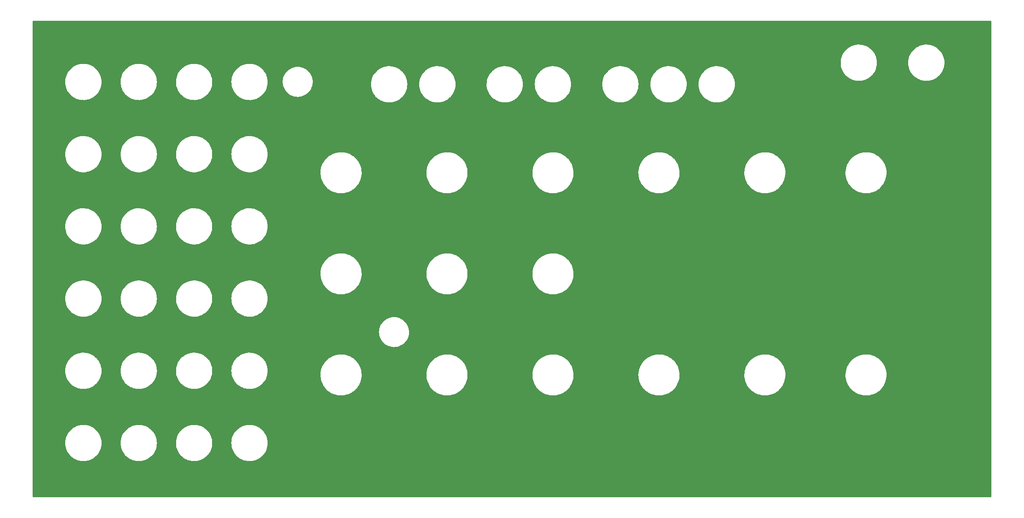
<source format=gbr>
%TF.GenerationSoftware,KiCad,Pcbnew,6.0.6-3a73a75311~116~ubuntu21.10.1*%
%TF.CreationDate,2022-09-23T00:08:08+02:00*%
%TF.ProjectId,frontpanel,66726f6e-7470-4616-9e65-6c2e6b696361,v0.0.1*%
%TF.SameCoordinates,Original*%
%TF.FileFunction,Copper,L1,Top*%
%TF.FilePolarity,Positive*%
%FSLAX46Y46*%
G04 Gerber Fmt 4.6, Leading zero omitted, Abs format (unit mm)*
G04 Created by KiCad (PCBNEW 6.0.6-3a73a75311~116~ubuntu21.10.1) date 2022-09-23 00:08:08*
%MOMM*%
%LPD*%
G01*
G04 APERTURE LIST*
%TA.AperFunction,ViaPad*%
%ADD10C,3.500000*%
%TD*%
G04 APERTURE END LIST*
D10*
%TO.N,GND*%
X245000000Y-125000000D03*
X55000000Y-125000000D03*
X55000000Y-35000000D03*
X245000000Y-35000000D03*
%TD*%
%TA.AperFunction,NonConductor*%
G36*
X249433621Y-30528502D02*
G01*
X249480114Y-30582158D01*
X249491500Y-30634500D01*
X249491500Y-129365500D01*
X249471498Y-129433621D01*
X249417842Y-129480114D01*
X249365500Y-129491500D01*
X50634500Y-129491500D01*
X50566379Y-129471498D01*
X50519886Y-129417842D01*
X50508500Y-129365500D01*
X50508500Y-118206864D01*
X57236693Y-118206864D01*
X57236843Y-118210045D01*
X57251500Y-118520837D01*
X57254631Y-118587237D01*
X57310916Y-118963850D01*
X57311702Y-118966932D01*
X57311702Y-118966934D01*
X57381955Y-119242546D01*
X57404972Y-119332847D01*
X57535836Y-119690450D01*
X57702169Y-120032998D01*
X57902266Y-120356983D01*
X58134080Y-120659089D01*
X58395237Y-120936222D01*
X58683063Y-121185545D01*
X58685673Y-121187380D01*
X58685679Y-121187384D01*
X58719932Y-121211457D01*
X58994611Y-121404504D01*
X59326691Y-121590859D01*
X59329605Y-121592126D01*
X59329609Y-121592128D01*
X59472884Y-121654426D01*
X59675904Y-121742701D01*
X59718744Y-121756373D01*
X60035629Y-121857504D01*
X60035637Y-121857506D01*
X60038673Y-121858475D01*
X60241044Y-121901121D01*
X60408166Y-121936340D01*
X60408171Y-121936341D01*
X60411285Y-121936997D01*
X60789925Y-121977462D01*
X60793112Y-121977479D01*
X60793118Y-121977479D01*
X60965791Y-121978383D01*
X61170716Y-121979456D01*
X61314092Y-121965650D01*
X61546594Y-121943263D01*
X61546599Y-121943262D01*
X61549759Y-121942958D01*
X61552879Y-121942335D01*
X61552883Y-121942334D01*
X61920045Y-121868968D01*
X61920044Y-121868968D01*
X61923173Y-121868343D01*
X61926209Y-121867409D01*
X61926217Y-121867407D01*
X62284090Y-121757310D01*
X62284094Y-121757309D01*
X62287135Y-121756373D01*
X62290070Y-121755133D01*
X62290076Y-121755131D01*
X62445860Y-121689325D01*
X62637918Y-121608197D01*
X62971932Y-121425330D01*
X63285756Y-121209644D01*
X63288195Y-121207576D01*
X63288201Y-121207571D01*
X63573736Y-120965420D01*
X63576177Y-120963350D01*
X63578383Y-120961058D01*
X63578389Y-120961052D01*
X63838014Y-120691260D01*
X63840221Y-120688967D01*
X64075186Y-120389305D01*
X64278665Y-120067433D01*
X64280085Y-120064585D01*
X64280090Y-120064576D01*
X64447155Y-119729494D01*
X64448575Y-119726646D01*
X64583177Y-119370432D01*
X64681092Y-119002440D01*
X64686780Y-118966934D01*
X64740813Y-118629588D01*
X64741318Y-118626437D01*
X64743763Y-118584045D01*
X64763140Y-118247968D01*
X64763238Y-118246273D01*
X64763330Y-118220000D01*
X64762665Y-118206864D01*
X68736693Y-118206864D01*
X68736843Y-118210045D01*
X68751500Y-118520837D01*
X68754631Y-118587237D01*
X68810916Y-118963850D01*
X68811702Y-118966932D01*
X68811702Y-118966934D01*
X68881955Y-119242546D01*
X68904972Y-119332847D01*
X69035836Y-119690450D01*
X69202169Y-120032998D01*
X69402266Y-120356983D01*
X69634080Y-120659089D01*
X69895237Y-120936222D01*
X70183063Y-121185545D01*
X70185673Y-121187380D01*
X70185679Y-121187384D01*
X70219932Y-121211457D01*
X70494611Y-121404504D01*
X70826691Y-121590859D01*
X70829605Y-121592126D01*
X70829609Y-121592128D01*
X70972884Y-121654426D01*
X71175904Y-121742701D01*
X71218744Y-121756373D01*
X71535629Y-121857504D01*
X71535637Y-121857506D01*
X71538673Y-121858475D01*
X71741044Y-121901121D01*
X71908166Y-121936340D01*
X71908171Y-121936341D01*
X71911285Y-121936997D01*
X72289925Y-121977462D01*
X72293112Y-121977479D01*
X72293118Y-121977479D01*
X72465791Y-121978383D01*
X72670716Y-121979456D01*
X72814092Y-121965650D01*
X73046594Y-121943263D01*
X73046599Y-121943262D01*
X73049759Y-121942958D01*
X73052879Y-121942335D01*
X73052883Y-121942334D01*
X73420045Y-121868968D01*
X73420044Y-121868968D01*
X73423173Y-121868343D01*
X73426209Y-121867409D01*
X73426217Y-121867407D01*
X73784090Y-121757310D01*
X73784094Y-121757309D01*
X73787135Y-121756373D01*
X73790070Y-121755133D01*
X73790076Y-121755131D01*
X73945860Y-121689325D01*
X74137918Y-121608197D01*
X74471932Y-121425330D01*
X74785756Y-121209644D01*
X74788195Y-121207576D01*
X74788201Y-121207571D01*
X75073736Y-120965420D01*
X75076177Y-120963350D01*
X75078383Y-120961058D01*
X75078389Y-120961052D01*
X75338014Y-120691260D01*
X75340221Y-120688967D01*
X75575186Y-120389305D01*
X75778665Y-120067433D01*
X75780085Y-120064585D01*
X75780090Y-120064576D01*
X75947155Y-119729494D01*
X75948575Y-119726646D01*
X76083177Y-119370432D01*
X76181092Y-119002440D01*
X76186780Y-118966934D01*
X76240813Y-118629588D01*
X76241318Y-118626437D01*
X76243763Y-118584045D01*
X76263140Y-118247968D01*
X76263238Y-118246273D01*
X76263330Y-118220000D01*
X76262665Y-118206864D01*
X80236693Y-118206864D01*
X80236843Y-118210045D01*
X80251500Y-118520837D01*
X80254631Y-118587237D01*
X80310916Y-118963850D01*
X80311702Y-118966932D01*
X80311702Y-118966934D01*
X80381955Y-119242546D01*
X80404972Y-119332847D01*
X80535836Y-119690450D01*
X80702169Y-120032998D01*
X80902266Y-120356983D01*
X81134080Y-120659089D01*
X81395237Y-120936222D01*
X81683063Y-121185545D01*
X81685673Y-121187380D01*
X81685679Y-121187384D01*
X81719932Y-121211457D01*
X81994611Y-121404504D01*
X82326691Y-121590859D01*
X82329605Y-121592126D01*
X82329609Y-121592128D01*
X82472884Y-121654426D01*
X82675904Y-121742701D01*
X82718744Y-121756373D01*
X83035629Y-121857504D01*
X83035637Y-121857506D01*
X83038673Y-121858475D01*
X83241044Y-121901121D01*
X83408166Y-121936340D01*
X83408171Y-121936341D01*
X83411285Y-121936997D01*
X83789925Y-121977462D01*
X83793112Y-121977479D01*
X83793118Y-121977479D01*
X83965791Y-121978383D01*
X84170716Y-121979456D01*
X84314092Y-121965650D01*
X84546594Y-121943263D01*
X84546599Y-121943262D01*
X84549759Y-121942958D01*
X84552879Y-121942335D01*
X84552883Y-121942334D01*
X84920045Y-121868968D01*
X84920044Y-121868968D01*
X84923173Y-121868343D01*
X84926209Y-121867409D01*
X84926217Y-121867407D01*
X85284090Y-121757310D01*
X85284094Y-121757309D01*
X85287135Y-121756373D01*
X85290070Y-121755133D01*
X85290076Y-121755131D01*
X85445860Y-121689325D01*
X85637918Y-121608197D01*
X85971932Y-121425330D01*
X86285756Y-121209644D01*
X86288195Y-121207576D01*
X86288201Y-121207571D01*
X86573736Y-120965420D01*
X86576177Y-120963350D01*
X86578383Y-120961058D01*
X86578389Y-120961052D01*
X86838014Y-120691260D01*
X86840221Y-120688967D01*
X87075186Y-120389305D01*
X87278665Y-120067433D01*
X87280085Y-120064585D01*
X87280090Y-120064576D01*
X87447155Y-119729494D01*
X87448575Y-119726646D01*
X87583177Y-119370432D01*
X87681092Y-119002440D01*
X87686780Y-118966934D01*
X87740813Y-118629588D01*
X87741318Y-118626437D01*
X87743763Y-118584045D01*
X87763140Y-118247968D01*
X87763238Y-118246273D01*
X87763330Y-118220000D01*
X87762665Y-118206864D01*
X91736693Y-118206864D01*
X91736843Y-118210045D01*
X91751500Y-118520837D01*
X91754631Y-118587237D01*
X91810916Y-118963850D01*
X91811702Y-118966932D01*
X91811702Y-118966934D01*
X91881955Y-119242546D01*
X91904972Y-119332847D01*
X92035836Y-119690450D01*
X92202169Y-120032998D01*
X92402266Y-120356983D01*
X92634080Y-120659089D01*
X92895237Y-120936222D01*
X93183063Y-121185545D01*
X93185673Y-121187380D01*
X93185679Y-121187384D01*
X93219932Y-121211457D01*
X93494611Y-121404504D01*
X93826691Y-121590859D01*
X93829605Y-121592126D01*
X93829609Y-121592128D01*
X93972884Y-121654426D01*
X94175904Y-121742701D01*
X94218744Y-121756373D01*
X94535629Y-121857504D01*
X94535637Y-121857506D01*
X94538673Y-121858475D01*
X94741044Y-121901121D01*
X94908166Y-121936340D01*
X94908171Y-121936341D01*
X94911285Y-121936997D01*
X95289925Y-121977462D01*
X95293112Y-121977479D01*
X95293118Y-121977479D01*
X95465791Y-121978383D01*
X95670716Y-121979456D01*
X95814092Y-121965650D01*
X96046594Y-121943263D01*
X96046599Y-121943262D01*
X96049759Y-121942958D01*
X96052879Y-121942335D01*
X96052883Y-121942334D01*
X96420045Y-121868968D01*
X96420044Y-121868968D01*
X96423173Y-121868343D01*
X96426209Y-121867409D01*
X96426217Y-121867407D01*
X96784090Y-121757310D01*
X96784094Y-121757309D01*
X96787135Y-121756373D01*
X96790070Y-121755133D01*
X96790076Y-121755131D01*
X96945860Y-121689325D01*
X97137918Y-121608197D01*
X97471932Y-121425330D01*
X97785756Y-121209644D01*
X97788195Y-121207576D01*
X97788201Y-121207571D01*
X98073736Y-120965420D01*
X98076177Y-120963350D01*
X98078383Y-120961058D01*
X98078389Y-120961052D01*
X98338014Y-120691260D01*
X98340221Y-120688967D01*
X98575186Y-120389305D01*
X98778665Y-120067433D01*
X98780085Y-120064585D01*
X98780090Y-120064576D01*
X98947155Y-119729494D01*
X98948575Y-119726646D01*
X99083177Y-119370432D01*
X99181092Y-119002440D01*
X99186780Y-118966934D01*
X99240813Y-118629588D01*
X99241318Y-118626437D01*
X99243763Y-118584045D01*
X99263140Y-118247968D01*
X99263238Y-118246273D01*
X99263330Y-118220000D01*
X99246645Y-117890645D01*
X99244225Y-117842865D01*
X99244224Y-117842860D01*
X99244064Y-117839692D01*
X99186465Y-117463277D01*
X99131553Y-117250949D01*
X99091918Y-117097691D01*
X99091915Y-117097683D01*
X99091121Y-117094611D01*
X99086487Y-117082082D01*
X99028196Y-116924502D01*
X98959010Y-116737467D01*
X98924585Y-116667197D01*
X98792889Y-116398370D01*
X98792885Y-116398362D01*
X98791483Y-116395501D01*
X98590255Y-116072217D01*
X98357388Y-115770922D01*
X98243056Y-115650441D01*
X98097465Y-115497019D01*
X98097462Y-115497016D01*
X98095266Y-115494702D01*
X97806572Y-115246386D01*
X97494261Y-115028515D01*
X97161532Y-114843321D01*
X97158612Y-114842063D01*
X97158607Y-114842061D01*
X96814726Y-114693962D01*
X96814716Y-114693958D01*
X96811792Y-114692699D01*
X96448620Y-114578191D01*
X96183149Y-114523214D01*
X96078861Y-114501617D01*
X96078858Y-114501617D01*
X96075736Y-114500970D01*
X95797836Y-114472253D01*
X95700113Y-114462154D01*
X95700110Y-114462154D01*
X95696957Y-114461828D01*
X95693790Y-114461822D01*
X95693781Y-114461822D01*
X95506199Y-114461495D01*
X95316162Y-114461163D01*
X94937249Y-114498983D01*
X94934114Y-114499621D01*
X94934113Y-114499621D01*
X94567219Y-114574267D01*
X94564098Y-114574902D01*
X94200529Y-114688141D01*
X93850265Y-114837541D01*
X93847477Y-114839080D01*
X93847475Y-114839081D01*
X93748181Y-114893894D01*
X93516891Y-115021573D01*
X93514270Y-115023388D01*
X93514265Y-115023391D01*
X93206446Y-115236536D01*
X93203822Y-115238353D01*
X92914263Y-115485660D01*
X92651178Y-115760963D01*
X92649221Y-115763476D01*
X92649220Y-115763478D01*
X92489367Y-115968819D01*
X92417261Y-116061443D01*
X92214906Y-116384023D01*
X92046186Y-116725401D01*
X92045072Y-116728382D01*
X92045071Y-116728383D01*
X92041675Y-116737467D01*
X91912829Y-117082082D01*
X91816199Y-117450414D01*
X91815706Y-117453563D01*
X91815704Y-117453572D01*
X91802449Y-117538217D01*
X91757286Y-117826625D01*
X91757115Y-117829791D01*
X91757114Y-117829796D01*
X91756578Y-117839692D01*
X91737536Y-118191292D01*
X91736693Y-118206864D01*
X87762665Y-118206864D01*
X87746645Y-117890645D01*
X87744225Y-117842865D01*
X87744224Y-117842860D01*
X87744064Y-117839692D01*
X87686465Y-117463277D01*
X87631553Y-117250949D01*
X87591918Y-117097691D01*
X87591915Y-117097683D01*
X87591121Y-117094611D01*
X87586487Y-117082082D01*
X87528196Y-116924502D01*
X87459010Y-116737467D01*
X87424585Y-116667197D01*
X87292889Y-116398370D01*
X87292885Y-116398362D01*
X87291483Y-116395501D01*
X87090255Y-116072217D01*
X86857388Y-115770922D01*
X86743056Y-115650441D01*
X86597465Y-115497019D01*
X86597462Y-115497016D01*
X86595266Y-115494702D01*
X86306572Y-115246386D01*
X85994261Y-115028515D01*
X85661532Y-114843321D01*
X85658612Y-114842063D01*
X85658607Y-114842061D01*
X85314726Y-114693962D01*
X85314716Y-114693958D01*
X85311792Y-114692699D01*
X84948620Y-114578191D01*
X84683149Y-114523214D01*
X84578861Y-114501617D01*
X84578858Y-114501617D01*
X84575736Y-114500970D01*
X84297836Y-114472253D01*
X84200113Y-114462154D01*
X84200110Y-114462154D01*
X84196957Y-114461828D01*
X84193790Y-114461822D01*
X84193781Y-114461822D01*
X84006199Y-114461495D01*
X83816162Y-114461163D01*
X83437249Y-114498983D01*
X83434114Y-114499621D01*
X83434113Y-114499621D01*
X83067219Y-114574267D01*
X83064098Y-114574902D01*
X82700529Y-114688141D01*
X82350265Y-114837541D01*
X82347477Y-114839080D01*
X82347475Y-114839081D01*
X82248181Y-114893894D01*
X82016891Y-115021573D01*
X82014270Y-115023388D01*
X82014265Y-115023391D01*
X81706446Y-115236536D01*
X81703822Y-115238353D01*
X81414263Y-115485660D01*
X81151178Y-115760963D01*
X81149221Y-115763476D01*
X81149220Y-115763478D01*
X80989367Y-115968819D01*
X80917261Y-116061443D01*
X80714906Y-116384023D01*
X80546186Y-116725401D01*
X80545072Y-116728382D01*
X80545071Y-116728383D01*
X80541675Y-116737467D01*
X80412829Y-117082082D01*
X80316199Y-117450414D01*
X80315706Y-117453563D01*
X80315704Y-117453572D01*
X80302449Y-117538217D01*
X80257286Y-117826625D01*
X80257115Y-117829791D01*
X80257114Y-117829796D01*
X80256578Y-117839692D01*
X80237536Y-118191292D01*
X80236693Y-118206864D01*
X76262665Y-118206864D01*
X76246645Y-117890645D01*
X76244225Y-117842865D01*
X76244224Y-117842860D01*
X76244064Y-117839692D01*
X76186465Y-117463277D01*
X76131553Y-117250949D01*
X76091918Y-117097691D01*
X76091915Y-117097683D01*
X76091121Y-117094611D01*
X76086487Y-117082082D01*
X76028196Y-116924502D01*
X75959010Y-116737467D01*
X75924585Y-116667197D01*
X75792889Y-116398370D01*
X75792885Y-116398362D01*
X75791483Y-116395501D01*
X75590255Y-116072217D01*
X75357388Y-115770922D01*
X75243056Y-115650441D01*
X75097465Y-115497019D01*
X75097462Y-115497016D01*
X75095266Y-115494702D01*
X74806572Y-115246386D01*
X74494261Y-115028515D01*
X74161532Y-114843321D01*
X74158612Y-114842063D01*
X74158607Y-114842061D01*
X73814726Y-114693962D01*
X73814716Y-114693958D01*
X73811792Y-114692699D01*
X73448620Y-114578191D01*
X73183149Y-114523214D01*
X73078861Y-114501617D01*
X73078858Y-114501617D01*
X73075736Y-114500970D01*
X72797836Y-114472253D01*
X72700113Y-114462154D01*
X72700110Y-114462154D01*
X72696957Y-114461828D01*
X72693790Y-114461822D01*
X72693781Y-114461822D01*
X72506199Y-114461495D01*
X72316162Y-114461163D01*
X71937249Y-114498983D01*
X71934114Y-114499621D01*
X71934113Y-114499621D01*
X71567219Y-114574267D01*
X71564098Y-114574902D01*
X71200529Y-114688141D01*
X70850265Y-114837541D01*
X70847477Y-114839080D01*
X70847475Y-114839081D01*
X70748181Y-114893894D01*
X70516891Y-115021573D01*
X70514270Y-115023388D01*
X70514265Y-115023391D01*
X70206446Y-115236536D01*
X70203822Y-115238353D01*
X69914263Y-115485660D01*
X69651178Y-115760963D01*
X69649221Y-115763476D01*
X69649220Y-115763478D01*
X69489367Y-115968819D01*
X69417261Y-116061443D01*
X69214906Y-116384023D01*
X69046186Y-116725401D01*
X69045072Y-116728382D01*
X69045071Y-116728383D01*
X69041675Y-116737467D01*
X68912829Y-117082082D01*
X68816199Y-117450414D01*
X68815706Y-117453563D01*
X68815704Y-117453572D01*
X68802449Y-117538217D01*
X68757286Y-117826625D01*
X68757115Y-117829791D01*
X68757114Y-117829796D01*
X68756578Y-117839692D01*
X68737536Y-118191292D01*
X68736693Y-118206864D01*
X64762665Y-118206864D01*
X64746645Y-117890645D01*
X64744225Y-117842865D01*
X64744224Y-117842860D01*
X64744064Y-117839692D01*
X64686465Y-117463277D01*
X64631553Y-117250949D01*
X64591918Y-117097691D01*
X64591915Y-117097683D01*
X64591121Y-117094611D01*
X64586487Y-117082082D01*
X64528196Y-116924502D01*
X64459010Y-116737467D01*
X64424585Y-116667197D01*
X64292889Y-116398370D01*
X64292885Y-116398362D01*
X64291483Y-116395501D01*
X64090255Y-116072217D01*
X63857388Y-115770922D01*
X63743056Y-115650441D01*
X63597465Y-115497019D01*
X63597462Y-115497016D01*
X63595266Y-115494702D01*
X63306572Y-115246386D01*
X62994261Y-115028515D01*
X62661532Y-114843321D01*
X62658612Y-114842063D01*
X62658607Y-114842061D01*
X62314726Y-114693962D01*
X62314716Y-114693958D01*
X62311792Y-114692699D01*
X61948620Y-114578191D01*
X61683149Y-114523214D01*
X61578861Y-114501617D01*
X61578858Y-114501617D01*
X61575736Y-114500970D01*
X61297836Y-114472253D01*
X61200113Y-114462154D01*
X61200110Y-114462154D01*
X61196957Y-114461828D01*
X61193790Y-114461822D01*
X61193781Y-114461822D01*
X61006199Y-114461495D01*
X60816162Y-114461163D01*
X60437249Y-114498983D01*
X60434114Y-114499621D01*
X60434113Y-114499621D01*
X60067219Y-114574267D01*
X60064098Y-114574902D01*
X59700529Y-114688141D01*
X59350265Y-114837541D01*
X59347477Y-114839080D01*
X59347475Y-114839081D01*
X59248181Y-114893894D01*
X59016891Y-115021573D01*
X59014270Y-115023388D01*
X59014265Y-115023391D01*
X58706446Y-115236536D01*
X58703822Y-115238353D01*
X58414263Y-115485660D01*
X58151178Y-115760963D01*
X58149221Y-115763476D01*
X58149220Y-115763478D01*
X57989367Y-115968819D01*
X57917261Y-116061443D01*
X57714906Y-116384023D01*
X57546186Y-116725401D01*
X57545072Y-116728382D01*
X57545071Y-116728383D01*
X57541675Y-116737467D01*
X57412829Y-117082082D01*
X57316199Y-117450414D01*
X57315706Y-117453563D01*
X57315704Y-117453572D01*
X57302449Y-117538217D01*
X57257286Y-117826625D01*
X57257115Y-117829791D01*
X57257114Y-117829796D01*
X57256578Y-117839692D01*
X57237536Y-118191292D01*
X57236693Y-118206864D01*
X50508500Y-118206864D01*
X50508500Y-103206864D01*
X57236693Y-103206864D01*
X57236843Y-103210045D01*
X57251500Y-103520837D01*
X57254631Y-103587237D01*
X57310916Y-103963850D01*
X57311702Y-103966932D01*
X57311702Y-103966934D01*
X57381955Y-104242546D01*
X57404972Y-104332847D01*
X57535836Y-104690450D01*
X57702169Y-105032998D01*
X57902266Y-105356983D01*
X58134080Y-105659089D01*
X58395237Y-105936222D01*
X58683063Y-106185545D01*
X58685673Y-106187380D01*
X58685679Y-106187384D01*
X58778608Y-106252695D01*
X58994611Y-106404504D01*
X59034463Y-106426868D01*
X59322028Y-106588242D01*
X59326691Y-106590859D01*
X59329605Y-106592126D01*
X59329609Y-106592128D01*
X59472884Y-106654426D01*
X59675904Y-106742701D01*
X59718744Y-106756373D01*
X60035629Y-106857504D01*
X60035637Y-106857506D01*
X60038673Y-106858475D01*
X60221800Y-106897066D01*
X60408166Y-106936340D01*
X60408171Y-106936341D01*
X60411285Y-106936997D01*
X60789925Y-106977462D01*
X60793112Y-106977479D01*
X60793118Y-106977479D01*
X60965791Y-106978383D01*
X61170716Y-106979456D01*
X61314092Y-106965650D01*
X61546594Y-106943263D01*
X61546599Y-106943262D01*
X61549759Y-106942958D01*
X61552879Y-106942335D01*
X61552883Y-106942334D01*
X61920045Y-106868968D01*
X61920044Y-106868968D01*
X61923173Y-106868343D01*
X61926209Y-106867409D01*
X61926217Y-106867407D01*
X62284090Y-106757310D01*
X62284094Y-106757309D01*
X62287135Y-106756373D01*
X62290070Y-106755133D01*
X62290076Y-106755131D01*
X62445860Y-106689325D01*
X62637918Y-106608197D01*
X62971932Y-106425330D01*
X63285756Y-106209644D01*
X63288195Y-106207576D01*
X63288201Y-106207571D01*
X63573736Y-105965420D01*
X63576177Y-105963350D01*
X63578383Y-105961058D01*
X63578389Y-105961052D01*
X63838014Y-105691260D01*
X63840221Y-105688967D01*
X64075186Y-105389305D01*
X64278665Y-105067433D01*
X64280085Y-105064585D01*
X64280090Y-105064576D01*
X64447155Y-104729494D01*
X64448575Y-104726646D01*
X64583177Y-104370432D01*
X64589227Y-104347697D01*
X64646868Y-104131065D01*
X64681092Y-104002440D01*
X64686780Y-103966934D01*
X64740813Y-103629588D01*
X64741318Y-103626437D01*
X64743763Y-103584045D01*
X64752895Y-103425662D01*
X64763238Y-103246273D01*
X64763330Y-103220000D01*
X64762665Y-103206864D01*
X68736693Y-103206864D01*
X68736843Y-103210045D01*
X68751500Y-103520837D01*
X68754631Y-103587237D01*
X68810916Y-103963850D01*
X68811702Y-103966932D01*
X68811702Y-103966934D01*
X68881955Y-104242546D01*
X68904972Y-104332847D01*
X69035836Y-104690450D01*
X69202169Y-105032998D01*
X69402266Y-105356983D01*
X69634080Y-105659089D01*
X69895237Y-105936222D01*
X70183063Y-106185545D01*
X70185673Y-106187380D01*
X70185679Y-106187384D01*
X70278608Y-106252695D01*
X70494611Y-106404504D01*
X70534463Y-106426868D01*
X70822028Y-106588242D01*
X70826691Y-106590859D01*
X70829605Y-106592126D01*
X70829609Y-106592128D01*
X70972884Y-106654426D01*
X71175904Y-106742701D01*
X71218744Y-106756373D01*
X71535629Y-106857504D01*
X71535637Y-106857506D01*
X71538673Y-106858475D01*
X71721800Y-106897066D01*
X71908166Y-106936340D01*
X71908171Y-106936341D01*
X71911285Y-106936997D01*
X72289925Y-106977462D01*
X72293112Y-106977479D01*
X72293118Y-106977479D01*
X72465791Y-106978383D01*
X72670716Y-106979456D01*
X72814092Y-106965650D01*
X73046594Y-106943263D01*
X73046599Y-106943262D01*
X73049759Y-106942958D01*
X73052879Y-106942335D01*
X73052883Y-106942334D01*
X73420045Y-106868968D01*
X73420044Y-106868968D01*
X73423173Y-106868343D01*
X73426209Y-106867409D01*
X73426217Y-106867407D01*
X73784090Y-106757310D01*
X73784094Y-106757309D01*
X73787135Y-106756373D01*
X73790070Y-106755133D01*
X73790076Y-106755131D01*
X73945860Y-106689325D01*
X74137918Y-106608197D01*
X74471932Y-106425330D01*
X74785756Y-106209644D01*
X74788195Y-106207576D01*
X74788201Y-106207571D01*
X75073736Y-105965420D01*
X75076177Y-105963350D01*
X75078383Y-105961058D01*
X75078389Y-105961052D01*
X75338014Y-105691260D01*
X75340221Y-105688967D01*
X75575186Y-105389305D01*
X75778665Y-105067433D01*
X75780085Y-105064585D01*
X75780090Y-105064576D01*
X75947155Y-104729494D01*
X75948575Y-104726646D01*
X76083177Y-104370432D01*
X76089227Y-104347697D01*
X76146868Y-104131065D01*
X76181092Y-104002440D01*
X76186780Y-103966934D01*
X76240813Y-103629588D01*
X76241318Y-103626437D01*
X76243763Y-103584045D01*
X76252895Y-103425662D01*
X76263238Y-103246273D01*
X76263330Y-103220000D01*
X76262665Y-103206864D01*
X80236693Y-103206864D01*
X80236843Y-103210045D01*
X80251500Y-103520837D01*
X80254631Y-103587237D01*
X80310916Y-103963850D01*
X80311702Y-103966932D01*
X80311702Y-103966934D01*
X80381955Y-104242546D01*
X80404972Y-104332847D01*
X80535836Y-104690450D01*
X80702169Y-105032998D01*
X80902266Y-105356983D01*
X81134080Y-105659089D01*
X81395237Y-105936222D01*
X81683063Y-106185545D01*
X81685673Y-106187380D01*
X81685679Y-106187384D01*
X81778608Y-106252695D01*
X81994611Y-106404504D01*
X82034463Y-106426868D01*
X82322028Y-106588242D01*
X82326691Y-106590859D01*
X82329605Y-106592126D01*
X82329609Y-106592128D01*
X82472884Y-106654426D01*
X82675904Y-106742701D01*
X82718744Y-106756373D01*
X83035629Y-106857504D01*
X83035637Y-106857506D01*
X83038673Y-106858475D01*
X83221800Y-106897066D01*
X83408166Y-106936340D01*
X83408171Y-106936341D01*
X83411285Y-106936997D01*
X83789925Y-106977462D01*
X83793112Y-106977479D01*
X83793118Y-106977479D01*
X83965791Y-106978383D01*
X84170716Y-106979456D01*
X84314092Y-106965650D01*
X84546594Y-106943263D01*
X84546599Y-106943262D01*
X84549759Y-106942958D01*
X84552879Y-106942335D01*
X84552883Y-106942334D01*
X84920045Y-106868968D01*
X84920044Y-106868968D01*
X84923173Y-106868343D01*
X84926209Y-106867409D01*
X84926217Y-106867407D01*
X85284090Y-106757310D01*
X85284094Y-106757309D01*
X85287135Y-106756373D01*
X85290070Y-106755133D01*
X85290076Y-106755131D01*
X85445860Y-106689325D01*
X85637918Y-106608197D01*
X85971932Y-106425330D01*
X86285756Y-106209644D01*
X86288195Y-106207576D01*
X86288201Y-106207571D01*
X86573736Y-105965420D01*
X86576177Y-105963350D01*
X86578383Y-105961058D01*
X86578389Y-105961052D01*
X86838014Y-105691260D01*
X86840221Y-105688967D01*
X87075186Y-105389305D01*
X87278665Y-105067433D01*
X87280085Y-105064585D01*
X87280090Y-105064576D01*
X87447155Y-104729494D01*
X87448575Y-104726646D01*
X87583177Y-104370432D01*
X87589227Y-104347697D01*
X87646868Y-104131065D01*
X87681092Y-104002440D01*
X87686780Y-103966934D01*
X87740813Y-103629588D01*
X87741318Y-103626437D01*
X87743763Y-103584045D01*
X87752895Y-103425662D01*
X87763238Y-103246273D01*
X87763330Y-103220000D01*
X87762665Y-103206864D01*
X91736693Y-103206864D01*
X91736843Y-103210045D01*
X91751500Y-103520837D01*
X91754631Y-103587237D01*
X91810916Y-103963850D01*
X91811702Y-103966932D01*
X91811702Y-103966934D01*
X91881955Y-104242546D01*
X91904972Y-104332847D01*
X92035836Y-104690450D01*
X92202169Y-105032998D01*
X92402266Y-105356983D01*
X92634080Y-105659089D01*
X92895237Y-105936222D01*
X93183063Y-106185545D01*
X93185673Y-106187380D01*
X93185679Y-106187384D01*
X93278608Y-106252695D01*
X93494611Y-106404504D01*
X93534463Y-106426868D01*
X93822028Y-106588242D01*
X93826691Y-106590859D01*
X93829605Y-106592126D01*
X93829609Y-106592128D01*
X93972884Y-106654426D01*
X94175904Y-106742701D01*
X94218744Y-106756373D01*
X94535629Y-106857504D01*
X94535637Y-106857506D01*
X94538673Y-106858475D01*
X94721800Y-106897066D01*
X94908166Y-106936340D01*
X94908171Y-106936341D01*
X94911285Y-106936997D01*
X95289925Y-106977462D01*
X95293112Y-106977479D01*
X95293118Y-106977479D01*
X95465791Y-106978383D01*
X95670716Y-106979456D01*
X95814092Y-106965650D01*
X96046594Y-106943263D01*
X96046599Y-106943262D01*
X96049759Y-106942958D01*
X96052879Y-106942335D01*
X96052883Y-106942334D01*
X96420045Y-106868968D01*
X96420044Y-106868968D01*
X96423173Y-106868343D01*
X96426209Y-106867409D01*
X96426217Y-106867407D01*
X96784090Y-106757310D01*
X96784094Y-106757309D01*
X96787135Y-106756373D01*
X96790070Y-106755133D01*
X96790076Y-106755131D01*
X96945860Y-106689325D01*
X97137918Y-106608197D01*
X97471932Y-106425330D01*
X97785756Y-106209644D01*
X97788195Y-106207576D01*
X97788201Y-106207571D01*
X98073736Y-105965420D01*
X98076177Y-105963350D01*
X98078383Y-105961058D01*
X98078389Y-105961052D01*
X98338014Y-105691260D01*
X98340221Y-105688967D01*
X98575186Y-105389305D01*
X98778665Y-105067433D01*
X98780085Y-105064585D01*
X98780090Y-105064576D01*
X98947155Y-104729494D01*
X98948575Y-104726646D01*
X99083177Y-104370432D01*
X99089227Y-104347697D01*
X99146868Y-104131065D01*
X99181092Y-104002440D01*
X99186780Y-103966934D01*
X99190119Y-103946086D01*
X110238775Y-103946086D01*
X110240701Y-104068685D01*
X110245084Y-104347697D01*
X110289160Y-104746932D01*
X110289762Y-104749841D01*
X110289764Y-104749851D01*
X110370008Y-105137337D01*
X110370611Y-105140247D01*
X110488716Y-105524151D01*
X110642425Y-105895237D01*
X110830374Y-106250211D01*
X110831999Y-106252685D01*
X110832005Y-106252695D01*
X110931725Y-106404504D01*
X111050894Y-106585922D01*
X111302030Y-106899390D01*
X111304094Y-106901520D01*
X111304102Y-106901529D01*
X111379619Y-106979456D01*
X111581550Y-107187833D01*
X111886976Y-107448691D01*
X112215594Y-107679648D01*
X112391952Y-107780241D01*
X112561913Y-107877185D01*
X112561918Y-107877188D01*
X112564489Y-107878654D01*
X112930564Y-108043943D01*
X113310569Y-108174048D01*
X113313443Y-108174738D01*
X113313450Y-108174740D01*
X113698253Y-108267123D01*
X113698257Y-108267124D01*
X113701132Y-108267814D01*
X113704065Y-108268231D01*
X113704068Y-108268232D01*
X113835313Y-108286911D01*
X114098785Y-108324408D01*
X114500000Y-108343329D01*
X114901215Y-108324408D01*
X115164687Y-108286911D01*
X115295932Y-108268232D01*
X115295935Y-108268231D01*
X115298868Y-108267814D01*
X115301743Y-108267124D01*
X115301747Y-108267123D01*
X115686550Y-108174740D01*
X115686557Y-108174738D01*
X115689431Y-108174048D01*
X116069436Y-108043943D01*
X116435511Y-107878654D01*
X116438082Y-107877188D01*
X116438087Y-107877185D01*
X116608048Y-107780241D01*
X116784406Y-107679648D01*
X117113024Y-107448691D01*
X117418450Y-107187833D01*
X117620381Y-106979456D01*
X117695898Y-106901529D01*
X117695906Y-106901520D01*
X117697970Y-106899390D01*
X117949106Y-106585922D01*
X118068275Y-106404504D01*
X118167995Y-106252695D01*
X118168001Y-106252685D01*
X118169626Y-106250211D01*
X118357575Y-105895237D01*
X118511284Y-105524151D01*
X118629389Y-105140247D01*
X118629992Y-105137337D01*
X118710236Y-104749851D01*
X118710238Y-104749841D01*
X118710840Y-104746932D01*
X118754916Y-104347697D01*
X118754993Y-104345244D01*
X118754994Y-104345231D01*
X118760747Y-104162143D01*
X118763329Y-104080000D01*
X118757014Y-103946086D01*
X132238775Y-103946086D01*
X132240701Y-104068685D01*
X132245084Y-104347697D01*
X132289160Y-104746932D01*
X132289762Y-104749841D01*
X132289764Y-104749851D01*
X132370008Y-105137337D01*
X132370611Y-105140247D01*
X132488716Y-105524151D01*
X132642425Y-105895237D01*
X132830374Y-106250211D01*
X132831999Y-106252685D01*
X132832005Y-106252695D01*
X132931725Y-106404504D01*
X133050894Y-106585922D01*
X133302030Y-106899390D01*
X133304094Y-106901520D01*
X133304102Y-106901529D01*
X133379619Y-106979456D01*
X133581550Y-107187833D01*
X133886976Y-107448691D01*
X134215594Y-107679648D01*
X134391952Y-107780241D01*
X134561913Y-107877185D01*
X134561918Y-107877188D01*
X134564489Y-107878654D01*
X134930564Y-108043943D01*
X135310569Y-108174048D01*
X135313443Y-108174738D01*
X135313450Y-108174740D01*
X135698253Y-108267123D01*
X135698257Y-108267124D01*
X135701132Y-108267814D01*
X135704065Y-108268231D01*
X135704068Y-108268232D01*
X135835313Y-108286911D01*
X136098785Y-108324408D01*
X136500000Y-108343329D01*
X136901215Y-108324408D01*
X137164687Y-108286911D01*
X137295932Y-108268232D01*
X137295935Y-108268231D01*
X137298868Y-108267814D01*
X137301743Y-108267124D01*
X137301747Y-108267123D01*
X137686550Y-108174740D01*
X137686557Y-108174738D01*
X137689431Y-108174048D01*
X138069436Y-108043943D01*
X138435511Y-107878654D01*
X138438082Y-107877188D01*
X138438087Y-107877185D01*
X138608048Y-107780241D01*
X138784406Y-107679648D01*
X139113024Y-107448691D01*
X139418450Y-107187833D01*
X139620381Y-106979456D01*
X139695898Y-106901529D01*
X139695906Y-106901520D01*
X139697970Y-106899390D01*
X139949106Y-106585922D01*
X140068275Y-106404504D01*
X140167995Y-106252695D01*
X140168001Y-106252685D01*
X140169626Y-106250211D01*
X140357575Y-105895237D01*
X140511284Y-105524151D01*
X140629389Y-105140247D01*
X140629992Y-105137337D01*
X140710236Y-104749851D01*
X140710238Y-104749841D01*
X140710840Y-104746932D01*
X140754916Y-104347697D01*
X140754993Y-104345244D01*
X140754994Y-104345231D01*
X140760747Y-104162143D01*
X140763329Y-104080000D01*
X140757014Y-103946086D01*
X154238775Y-103946086D01*
X154240701Y-104068685D01*
X154245084Y-104347697D01*
X154289160Y-104746932D01*
X154289762Y-104749841D01*
X154289764Y-104749851D01*
X154370008Y-105137337D01*
X154370611Y-105140247D01*
X154488716Y-105524151D01*
X154642425Y-105895237D01*
X154830374Y-106250211D01*
X154831999Y-106252685D01*
X154832005Y-106252695D01*
X154931725Y-106404504D01*
X155050894Y-106585922D01*
X155302030Y-106899390D01*
X155304094Y-106901520D01*
X155304102Y-106901529D01*
X155379619Y-106979456D01*
X155581550Y-107187833D01*
X155886976Y-107448691D01*
X156215594Y-107679648D01*
X156391952Y-107780241D01*
X156561913Y-107877185D01*
X156561918Y-107877188D01*
X156564489Y-107878654D01*
X156930564Y-108043943D01*
X157310569Y-108174048D01*
X157313443Y-108174738D01*
X157313450Y-108174740D01*
X157698253Y-108267123D01*
X157698257Y-108267124D01*
X157701132Y-108267814D01*
X157704065Y-108268231D01*
X157704068Y-108268232D01*
X157835313Y-108286911D01*
X158098785Y-108324408D01*
X158500000Y-108343329D01*
X158901215Y-108324408D01*
X159164687Y-108286911D01*
X159295932Y-108268232D01*
X159295935Y-108268231D01*
X159298868Y-108267814D01*
X159301743Y-108267124D01*
X159301747Y-108267123D01*
X159686550Y-108174740D01*
X159686557Y-108174738D01*
X159689431Y-108174048D01*
X160069436Y-108043943D01*
X160435511Y-107878654D01*
X160438082Y-107877188D01*
X160438087Y-107877185D01*
X160608048Y-107780241D01*
X160784406Y-107679648D01*
X161113024Y-107448691D01*
X161418450Y-107187833D01*
X161620381Y-106979456D01*
X161695898Y-106901529D01*
X161695906Y-106901520D01*
X161697970Y-106899390D01*
X161949106Y-106585922D01*
X162068275Y-106404504D01*
X162167995Y-106252695D01*
X162168001Y-106252685D01*
X162169626Y-106250211D01*
X162357575Y-105895237D01*
X162511284Y-105524151D01*
X162629389Y-105140247D01*
X162629992Y-105137337D01*
X162710236Y-104749851D01*
X162710238Y-104749841D01*
X162710840Y-104746932D01*
X162754916Y-104347697D01*
X162754993Y-104345244D01*
X162754994Y-104345231D01*
X162760747Y-104162143D01*
X162763329Y-104080000D01*
X162757014Y-103946086D01*
X176238775Y-103946086D01*
X176240701Y-104068685D01*
X176245084Y-104347697D01*
X176289160Y-104746932D01*
X176289762Y-104749841D01*
X176289764Y-104749851D01*
X176370008Y-105137337D01*
X176370611Y-105140247D01*
X176488716Y-105524151D01*
X176642425Y-105895237D01*
X176830374Y-106250211D01*
X176831999Y-106252685D01*
X176832005Y-106252695D01*
X176931725Y-106404504D01*
X177050894Y-106585922D01*
X177302030Y-106899390D01*
X177304094Y-106901520D01*
X177304102Y-106901529D01*
X177379619Y-106979456D01*
X177581550Y-107187833D01*
X177886976Y-107448691D01*
X178215594Y-107679648D01*
X178391952Y-107780241D01*
X178561913Y-107877185D01*
X178561918Y-107877188D01*
X178564489Y-107878654D01*
X178930564Y-108043943D01*
X179310569Y-108174048D01*
X179313443Y-108174738D01*
X179313450Y-108174740D01*
X179698253Y-108267123D01*
X179698257Y-108267124D01*
X179701132Y-108267814D01*
X179704065Y-108268231D01*
X179704068Y-108268232D01*
X179835313Y-108286911D01*
X180098785Y-108324408D01*
X180500000Y-108343329D01*
X180901215Y-108324408D01*
X181164687Y-108286911D01*
X181295932Y-108268232D01*
X181295935Y-108268231D01*
X181298868Y-108267814D01*
X181301743Y-108267124D01*
X181301747Y-108267123D01*
X181686550Y-108174740D01*
X181686557Y-108174738D01*
X181689431Y-108174048D01*
X182069436Y-108043943D01*
X182435511Y-107878654D01*
X182438082Y-107877188D01*
X182438087Y-107877185D01*
X182608048Y-107780241D01*
X182784406Y-107679648D01*
X183113024Y-107448691D01*
X183418450Y-107187833D01*
X183620381Y-106979456D01*
X183695898Y-106901529D01*
X183695906Y-106901520D01*
X183697970Y-106899390D01*
X183949106Y-106585922D01*
X184068275Y-106404504D01*
X184167995Y-106252695D01*
X184168001Y-106252685D01*
X184169626Y-106250211D01*
X184357575Y-105895237D01*
X184511284Y-105524151D01*
X184629389Y-105140247D01*
X184629992Y-105137337D01*
X184710236Y-104749851D01*
X184710238Y-104749841D01*
X184710840Y-104746932D01*
X184754916Y-104347697D01*
X184754993Y-104345244D01*
X184754994Y-104345231D01*
X184760747Y-104162143D01*
X184763329Y-104080000D01*
X184757014Y-103946086D01*
X198238775Y-103946086D01*
X198240701Y-104068685D01*
X198245084Y-104347697D01*
X198289160Y-104746932D01*
X198289762Y-104749841D01*
X198289764Y-104749851D01*
X198370008Y-105137337D01*
X198370611Y-105140247D01*
X198488716Y-105524151D01*
X198642425Y-105895237D01*
X198830374Y-106250211D01*
X198831999Y-106252685D01*
X198832005Y-106252695D01*
X198931725Y-106404504D01*
X199050894Y-106585922D01*
X199302030Y-106899390D01*
X199304094Y-106901520D01*
X199304102Y-106901529D01*
X199379619Y-106979456D01*
X199581550Y-107187833D01*
X199886976Y-107448691D01*
X200215594Y-107679648D01*
X200391952Y-107780241D01*
X200561913Y-107877185D01*
X200561918Y-107877188D01*
X200564489Y-107878654D01*
X200930564Y-108043943D01*
X201310569Y-108174048D01*
X201313443Y-108174738D01*
X201313450Y-108174740D01*
X201698253Y-108267123D01*
X201698257Y-108267124D01*
X201701132Y-108267814D01*
X201704065Y-108268231D01*
X201704068Y-108268232D01*
X201835313Y-108286911D01*
X202098785Y-108324408D01*
X202500000Y-108343329D01*
X202901215Y-108324408D01*
X203164687Y-108286911D01*
X203295932Y-108268232D01*
X203295935Y-108268231D01*
X203298868Y-108267814D01*
X203301743Y-108267124D01*
X203301747Y-108267123D01*
X203686550Y-108174740D01*
X203686557Y-108174738D01*
X203689431Y-108174048D01*
X204069436Y-108043943D01*
X204435511Y-107878654D01*
X204438082Y-107877188D01*
X204438087Y-107877185D01*
X204608048Y-107780241D01*
X204784406Y-107679648D01*
X205113024Y-107448691D01*
X205418450Y-107187833D01*
X205620381Y-106979456D01*
X205695898Y-106901529D01*
X205695906Y-106901520D01*
X205697970Y-106899390D01*
X205949106Y-106585922D01*
X206068275Y-106404504D01*
X206167995Y-106252695D01*
X206168001Y-106252685D01*
X206169626Y-106250211D01*
X206357575Y-105895237D01*
X206511284Y-105524151D01*
X206629389Y-105140247D01*
X206629992Y-105137337D01*
X206710236Y-104749851D01*
X206710238Y-104749841D01*
X206710840Y-104746932D01*
X206754916Y-104347697D01*
X206754993Y-104345244D01*
X206754994Y-104345231D01*
X206760747Y-104162143D01*
X206763329Y-104080000D01*
X206757014Y-103946086D01*
X219238775Y-103946086D01*
X219240701Y-104068685D01*
X219245084Y-104347697D01*
X219289160Y-104746932D01*
X219289762Y-104749841D01*
X219289764Y-104749851D01*
X219370008Y-105137337D01*
X219370611Y-105140247D01*
X219488716Y-105524151D01*
X219642425Y-105895237D01*
X219830374Y-106250211D01*
X219831999Y-106252685D01*
X219832005Y-106252695D01*
X219931725Y-106404504D01*
X220050894Y-106585922D01*
X220302030Y-106899390D01*
X220304094Y-106901520D01*
X220304102Y-106901529D01*
X220379619Y-106979456D01*
X220581550Y-107187833D01*
X220886976Y-107448691D01*
X221215594Y-107679648D01*
X221391952Y-107780241D01*
X221561913Y-107877185D01*
X221561918Y-107877188D01*
X221564489Y-107878654D01*
X221930564Y-108043943D01*
X222310569Y-108174048D01*
X222313443Y-108174738D01*
X222313450Y-108174740D01*
X222698253Y-108267123D01*
X222698257Y-108267124D01*
X222701132Y-108267814D01*
X222704065Y-108268231D01*
X222704068Y-108268232D01*
X222835313Y-108286911D01*
X223098785Y-108324408D01*
X223500000Y-108343329D01*
X223901215Y-108324408D01*
X224164687Y-108286911D01*
X224295932Y-108268232D01*
X224295935Y-108268231D01*
X224298868Y-108267814D01*
X224301743Y-108267124D01*
X224301747Y-108267123D01*
X224686550Y-108174740D01*
X224686557Y-108174738D01*
X224689431Y-108174048D01*
X225069436Y-108043943D01*
X225435511Y-107878654D01*
X225438082Y-107877188D01*
X225438087Y-107877185D01*
X225608048Y-107780241D01*
X225784406Y-107679648D01*
X226113024Y-107448691D01*
X226418450Y-107187833D01*
X226620381Y-106979456D01*
X226695898Y-106901529D01*
X226695906Y-106901520D01*
X226697970Y-106899390D01*
X226949106Y-106585922D01*
X227068275Y-106404504D01*
X227167995Y-106252695D01*
X227168001Y-106252685D01*
X227169626Y-106250211D01*
X227357575Y-105895237D01*
X227511284Y-105524151D01*
X227629389Y-105140247D01*
X227629992Y-105137337D01*
X227710236Y-104749851D01*
X227710238Y-104749841D01*
X227710840Y-104746932D01*
X227754916Y-104347697D01*
X227754993Y-104345244D01*
X227754994Y-104345231D01*
X227760747Y-104162143D01*
X227763329Y-104080000D01*
X227744408Y-103678785D01*
X227687814Y-103281132D01*
X227687123Y-103278253D01*
X227594740Y-102893450D01*
X227594738Y-102893443D01*
X227594048Y-102890569D01*
X227463943Y-102510564D01*
X227298654Y-102144489D01*
X227284796Y-102120192D01*
X227101113Y-101798163D01*
X227099648Y-101795594D01*
X226868691Y-101466976D01*
X226810650Y-101399018D01*
X226609758Y-101163804D01*
X226607833Y-101161550D01*
X226515648Y-101072217D01*
X226321529Y-100884102D01*
X226321520Y-100884094D01*
X226319390Y-100882030D01*
X226005922Y-100630894D01*
X225994207Y-100623199D01*
X225672695Y-100412005D01*
X225672685Y-100411999D01*
X225670211Y-100410374D01*
X225315237Y-100222425D01*
X224944151Y-100068716D01*
X224819402Y-100030338D01*
X224563085Y-99951484D01*
X224563083Y-99951484D01*
X224560247Y-99950611D01*
X224557344Y-99950010D01*
X224557337Y-99950008D01*
X224169851Y-99869764D01*
X224169841Y-99869762D01*
X224166932Y-99869160D01*
X223767697Y-99825084D01*
X223764716Y-99825037D01*
X223764713Y-99825037D01*
X223652454Y-99823274D01*
X223366086Y-99818775D01*
X223363142Y-99819007D01*
X223363132Y-99819007D01*
X222978775Y-99849257D01*
X222965663Y-99850289D01*
X222569984Y-99919346D01*
X222567117Y-99920130D01*
X222567105Y-99920133D01*
X222185423Y-100024549D01*
X222185413Y-100024552D01*
X222182559Y-100025333D01*
X222179795Y-100026377D01*
X222179784Y-100026381D01*
X221809601Y-100166262D01*
X221806828Y-100167310D01*
X221446126Y-100344016D01*
X221443591Y-100345569D01*
X221443590Y-100345570D01*
X221335178Y-100412005D01*
X221103654Y-100553883D01*
X220782452Y-100795049D01*
X220485371Y-101065371D01*
X220215049Y-101362452D01*
X219973883Y-101683654D01*
X219764016Y-102026126D01*
X219762704Y-102028805D01*
X219762703Y-102028806D01*
X219706031Y-102144489D01*
X219587310Y-102386828D01*
X219586263Y-102389598D01*
X219586262Y-102389601D01*
X219446381Y-102759784D01*
X219446377Y-102759795D01*
X219445333Y-102762559D01*
X219444552Y-102765413D01*
X219444549Y-102765423D01*
X219340133Y-103147105D01*
X219340130Y-103147117D01*
X219339346Y-103149984D01*
X219270289Y-103545663D01*
X219270057Y-103548611D01*
X219255788Y-103729920D01*
X219238775Y-103946086D01*
X206757014Y-103946086D01*
X206744408Y-103678785D01*
X206687814Y-103281132D01*
X206687123Y-103278253D01*
X206594740Y-102893450D01*
X206594738Y-102893443D01*
X206594048Y-102890569D01*
X206463943Y-102510564D01*
X206298654Y-102144489D01*
X206284796Y-102120192D01*
X206101113Y-101798163D01*
X206099648Y-101795594D01*
X205868691Y-101466976D01*
X205810650Y-101399018D01*
X205609758Y-101163804D01*
X205607833Y-101161550D01*
X205515648Y-101072217D01*
X205321529Y-100884102D01*
X205321520Y-100884094D01*
X205319390Y-100882030D01*
X205005922Y-100630894D01*
X204994207Y-100623199D01*
X204672695Y-100412005D01*
X204672685Y-100411999D01*
X204670211Y-100410374D01*
X204315237Y-100222425D01*
X203944151Y-100068716D01*
X203819402Y-100030338D01*
X203563085Y-99951484D01*
X203563083Y-99951484D01*
X203560247Y-99950611D01*
X203557344Y-99950010D01*
X203557337Y-99950008D01*
X203169851Y-99869764D01*
X203169841Y-99869762D01*
X203166932Y-99869160D01*
X202767697Y-99825084D01*
X202764716Y-99825037D01*
X202764713Y-99825037D01*
X202652454Y-99823274D01*
X202366086Y-99818775D01*
X202363142Y-99819007D01*
X202363132Y-99819007D01*
X201978775Y-99849257D01*
X201965663Y-99850289D01*
X201569984Y-99919346D01*
X201567117Y-99920130D01*
X201567105Y-99920133D01*
X201185423Y-100024549D01*
X201185413Y-100024552D01*
X201182559Y-100025333D01*
X201179795Y-100026377D01*
X201179784Y-100026381D01*
X200809601Y-100166262D01*
X200806828Y-100167310D01*
X200446126Y-100344016D01*
X200443591Y-100345569D01*
X200443590Y-100345570D01*
X200335178Y-100412005D01*
X200103654Y-100553883D01*
X199782452Y-100795049D01*
X199485371Y-101065371D01*
X199215049Y-101362452D01*
X198973883Y-101683654D01*
X198764016Y-102026126D01*
X198762704Y-102028805D01*
X198762703Y-102028806D01*
X198706031Y-102144489D01*
X198587310Y-102386828D01*
X198586263Y-102389598D01*
X198586262Y-102389601D01*
X198446381Y-102759784D01*
X198446377Y-102759795D01*
X198445333Y-102762559D01*
X198444552Y-102765413D01*
X198444549Y-102765423D01*
X198340133Y-103147105D01*
X198340130Y-103147117D01*
X198339346Y-103149984D01*
X198270289Y-103545663D01*
X198270057Y-103548611D01*
X198255788Y-103729920D01*
X198238775Y-103946086D01*
X184757014Y-103946086D01*
X184744408Y-103678785D01*
X184687814Y-103281132D01*
X184687123Y-103278253D01*
X184594740Y-102893450D01*
X184594738Y-102893443D01*
X184594048Y-102890569D01*
X184463943Y-102510564D01*
X184298654Y-102144489D01*
X184284796Y-102120192D01*
X184101113Y-101798163D01*
X184099648Y-101795594D01*
X183868691Y-101466976D01*
X183810650Y-101399018D01*
X183609758Y-101163804D01*
X183607833Y-101161550D01*
X183515648Y-101072217D01*
X183321529Y-100884102D01*
X183321520Y-100884094D01*
X183319390Y-100882030D01*
X183005922Y-100630894D01*
X182994207Y-100623199D01*
X182672695Y-100412005D01*
X182672685Y-100411999D01*
X182670211Y-100410374D01*
X182315237Y-100222425D01*
X181944151Y-100068716D01*
X181819402Y-100030338D01*
X181563085Y-99951484D01*
X181563083Y-99951484D01*
X181560247Y-99950611D01*
X181557344Y-99950010D01*
X181557337Y-99950008D01*
X181169851Y-99869764D01*
X181169841Y-99869762D01*
X181166932Y-99869160D01*
X180767697Y-99825084D01*
X180764716Y-99825037D01*
X180764713Y-99825037D01*
X180652454Y-99823274D01*
X180366086Y-99818775D01*
X180363142Y-99819007D01*
X180363132Y-99819007D01*
X179978775Y-99849257D01*
X179965663Y-99850289D01*
X179569984Y-99919346D01*
X179567117Y-99920130D01*
X179567105Y-99920133D01*
X179185423Y-100024549D01*
X179185413Y-100024552D01*
X179182559Y-100025333D01*
X179179795Y-100026377D01*
X179179784Y-100026381D01*
X178809601Y-100166262D01*
X178806828Y-100167310D01*
X178446126Y-100344016D01*
X178443591Y-100345569D01*
X178443590Y-100345570D01*
X178335178Y-100412005D01*
X178103654Y-100553883D01*
X177782452Y-100795049D01*
X177485371Y-101065371D01*
X177215049Y-101362452D01*
X176973883Y-101683654D01*
X176764016Y-102026126D01*
X176762704Y-102028805D01*
X176762703Y-102028806D01*
X176706031Y-102144489D01*
X176587310Y-102386828D01*
X176586263Y-102389598D01*
X176586262Y-102389601D01*
X176446381Y-102759784D01*
X176446377Y-102759795D01*
X176445333Y-102762559D01*
X176444552Y-102765413D01*
X176444549Y-102765423D01*
X176340133Y-103147105D01*
X176340130Y-103147117D01*
X176339346Y-103149984D01*
X176270289Y-103545663D01*
X176270057Y-103548611D01*
X176255788Y-103729920D01*
X176238775Y-103946086D01*
X162757014Y-103946086D01*
X162744408Y-103678785D01*
X162687814Y-103281132D01*
X162687123Y-103278253D01*
X162594740Y-102893450D01*
X162594738Y-102893443D01*
X162594048Y-102890569D01*
X162463943Y-102510564D01*
X162298654Y-102144489D01*
X162284796Y-102120192D01*
X162101113Y-101798163D01*
X162099648Y-101795594D01*
X161868691Y-101466976D01*
X161810650Y-101399018D01*
X161609758Y-101163804D01*
X161607833Y-101161550D01*
X161515648Y-101072217D01*
X161321529Y-100884102D01*
X161321520Y-100884094D01*
X161319390Y-100882030D01*
X161005922Y-100630894D01*
X160994207Y-100623199D01*
X160672695Y-100412005D01*
X160672685Y-100411999D01*
X160670211Y-100410374D01*
X160315237Y-100222425D01*
X159944151Y-100068716D01*
X159819402Y-100030338D01*
X159563085Y-99951484D01*
X159563083Y-99951484D01*
X159560247Y-99950611D01*
X159557344Y-99950010D01*
X159557337Y-99950008D01*
X159169851Y-99869764D01*
X159169841Y-99869762D01*
X159166932Y-99869160D01*
X158767697Y-99825084D01*
X158764716Y-99825037D01*
X158764713Y-99825037D01*
X158652454Y-99823274D01*
X158366086Y-99818775D01*
X158363142Y-99819007D01*
X158363132Y-99819007D01*
X157978775Y-99849257D01*
X157965663Y-99850289D01*
X157569984Y-99919346D01*
X157567117Y-99920130D01*
X157567105Y-99920133D01*
X157185423Y-100024549D01*
X157185413Y-100024552D01*
X157182559Y-100025333D01*
X157179795Y-100026377D01*
X157179784Y-100026381D01*
X156809601Y-100166262D01*
X156806828Y-100167310D01*
X156446126Y-100344016D01*
X156443591Y-100345569D01*
X156443590Y-100345570D01*
X156335178Y-100412005D01*
X156103654Y-100553883D01*
X155782452Y-100795049D01*
X155485371Y-101065371D01*
X155215049Y-101362452D01*
X154973883Y-101683654D01*
X154764016Y-102026126D01*
X154762704Y-102028805D01*
X154762703Y-102028806D01*
X154706031Y-102144489D01*
X154587310Y-102386828D01*
X154586263Y-102389598D01*
X154586262Y-102389601D01*
X154446381Y-102759784D01*
X154446377Y-102759795D01*
X154445333Y-102762559D01*
X154444552Y-102765413D01*
X154444549Y-102765423D01*
X154340133Y-103147105D01*
X154340130Y-103147117D01*
X154339346Y-103149984D01*
X154270289Y-103545663D01*
X154270057Y-103548611D01*
X154255788Y-103729920D01*
X154238775Y-103946086D01*
X140757014Y-103946086D01*
X140744408Y-103678785D01*
X140687814Y-103281132D01*
X140687123Y-103278253D01*
X140594740Y-102893450D01*
X140594738Y-102893443D01*
X140594048Y-102890569D01*
X140463943Y-102510564D01*
X140298654Y-102144489D01*
X140284796Y-102120192D01*
X140101113Y-101798163D01*
X140099648Y-101795594D01*
X139868691Y-101466976D01*
X139810650Y-101399018D01*
X139609758Y-101163804D01*
X139607833Y-101161550D01*
X139515648Y-101072217D01*
X139321529Y-100884102D01*
X139321520Y-100884094D01*
X139319390Y-100882030D01*
X139005922Y-100630894D01*
X138994207Y-100623199D01*
X138672695Y-100412005D01*
X138672685Y-100411999D01*
X138670211Y-100410374D01*
X138315237Y-100222425D01*
X137944151Y-100068716D01*
X137819402Y-100030338D01*
X137563085Y-99951484D01*
X137563083Y-99951484D01*
X137560247Y-99950611D01*
X137557344Y-99950010D01*
X137557337Y-99950008D01*
X137169851Y-99869764D01*
X137169841Y-99869762D01*
X137166932Y-99869160D01*
X136767697Y-99825084D01*
X136764716Y-99825037D01*
X136764713Y-99825037D01*
X136652454Y-99823274D01*
X136366086Y-99818775D01*
X136363142Y-99819007D01*
X136363132Y-99819007D01*
X135978775Y-99849257D01*
X135965663Y-99850289D01*
X135569984Y-99919346D01*
X135567117Y-99920130D01*
X135567105Y-99920133D01*
X135185423Y-100024549D01*
X135185413Y-100024552D01*
X135182559Y-100025333D01*
X135179795Y-100026377D01*
X135179784Y-100026381D01*
X134809601Y-100166262D01*
X134806828Y-100167310D01*
X134446126Y-100344016D01*
X134443591Y-100345569D01*
X134443590Y-100345570D01*
X134335178Y-100412005D01*
X134103654Y-100553883D01*
X133782452Y-100795049D01*
X133485371Y-101065371D01*
X133215049Y-101362452D01*
X132973883Y-101683654D01*
X132764016Y-102026126D01*
X132762704Y-102028805D01*
X132762703Y-102028806D01*
X132706031Y-102144489D01*
X132587310Y-102386828D01*
X132586263Y-102389598D01*
X132586262Y-102389601D01*
X132446381Y-102759784D01*
X132446377Y-102759795D01*
X132445333Y-102762559D01*
X132444552Y-102765413D01*
X132444549Y-102765423D01*
X132340133Y-103147105D01*
X132340130Y-103147117D01*
X132339346Y-103149984D01*
X132270289Y-103545663D01*
X132270057Y-103548611D01*
X132255788Y-103729920D01*
X132238775Y-103946086D01*
X118757014Y-103946086D01*
X118744408Y-103678785D01*
X118687814Y-103281132D01*
X118687123Y-103278253D01*
X118594740Y-102893450D01*
X118594738Y-102893443D01*
X118594048Y-102890569D01*
X118463943Y-102510564D01*
X118298654Y-102144489D01*
X118284796Y-102120192D01*
X118101113Y-101798163D01*
X118099648Y-101795594D01*
X117868691Y-101466976D01*
X117810650Y-101399018D01*
X117609758Y-101163804D01*
X117607833Y-101161550D01*
X117515648Y-101072217D01*
X117321529Y-100884102D01*
X117321520Y-100884094D01*
X117319390Y-100882030D01*
X117005922Y-100630894D01*
X116994207Y-100623199D01*
X116672695Y-100412005D01*
X116672685Y-100411999D01*
X116670211Y-100410374D01*
X116315237Y-100222425D01*
X115944151Y-100068716D01*
X115819402Y-100030338D01*
X115563085Y-99951484D01*
X115563083Y-99951484D01*
X115560247Y-99950611D01*
X115557344Y-99950010D01*
X115557337Y-99950008D01*
X115169851Y-99869764D01*
X115169841Y-99869762D01*
X115166932Y-99869160D01*
X114767697Y-99825084D01*
X114764716Y-99825037D01*
X114764713Y-99825037D01*
X114652454Y-99823274D01*
X114366086Y-99818775D01*
X114363142Y-99819007D01*
X114363132Y-99819007D01*
X113978775Y-99849257D01*
X113965663Y-99850289D01*
X113569984Y-99919346D01*
X113567117Y-99920130D01*
X113567105Y-99920133D01*
X113185423Y-100024549D01*
X113185413Y-100024552D01*
X113182559Y-100025333D01*
X113179795Y-100026377D01*
X113179784Y-100026381D01*
X112809601Y-100166262D01*
X112806828Y-100167310D01*
X112446126Y-100344016D01*
X112443591Y-100345569D01*
X112443590Y-100345570D01*
X112335178Y-100412005D01*
X112103654Y-100553883D01*
X111782452Y-100795049D01*
X111485371Y-101065371D01*
X111215049Y-101362452D01*
X110973883Y-101683654D01*
X110764016Y-102026126D01*
X110762704Y-102028805D01*
X110762703Y-102028806D01*
X110706031Y-102144489D01*
X110587310Y-102386828D01*
X110586263Y-102389598D01*
X110586262Y-102389601D01*
X110446381Y-102759784D01*
X110446377Y-102759795D01*
X110445333Y-102762559D01*
X110444552Y-102765413D01*
X110444549Y-102765423D01*
X110340133Y-103147105D01*
X110340130Y-103147117D01*
X110339346Y-103149984D01*
X110270289Y-103545663D01*
X110270057Y-103548611D01*
X110255788Y-103729920D01*
X110238775Y-103946086D01*
X99190119Y-103946086D01*
X99240813Y-103629588D01*
X99241318Y-103626437D01*
X99243763Y-103584045D01*
X99252895Y-103425662D01*
X99263238Y-103246273D01*
X99263330Y-103220000D01*
X99253977Y-103035376D01*
X99244225Y-102842865D01*
X99244224Y-102842860D01*
X99244064Y-102839692D01*
X99186465Y-102463277D01*
X99131553Y-102250949D01*
X99091918Y-102097691D01*
X99091915Y-102097683D01*
X99091121Y-102094611D01*
X99086487Y-102082082D01*
X99001675Y-101852806D01*
X98959010Y-101737467D01*
X98933890Y-101686190D01*
X98792889Y-101398370D01*
X98792885Y-101398362D01*
X98791483Y-101395501D01*
X98590255Y-101072217D01*
X98497773Y-100952559D01*
X98359340Y-100773447D01*
X98359335Y-100773442D01*
X98357388Y-100770922D01*
X98222959Y-100629263D01*
X98097465Y-100497019D01*
X98097462Y-100497016D01*
X98095266Y-100494702D01*
X97921884Y-100345570D01*
X97808987Y-100248463D01*
X97808984Y-100248461D01*
X97806572Y-100246386D01*
X97494261Y-100028515D01*
X97161532Y-99843321D01*
X97158612Y-99842063D01*
X97158607Y-99842061D01*
X96814726Y-99693962D01*
X96814716Y-99693958D01*
X96811792Y-99692699D01*
X96448620Y-99578191D01*
X96183149Y-99523214D01*
X96078861Y-99501617D01*
X96078858Y-99501617D01*
X96075736Y-99500970D01*
X95797836Y-99472253D01*
X95700113Y-99462154D01*
X95700110Y-99462154D01*
X95696957Y-99461828D01*
X95693790Y-99461822D01*
X95693781Y-99461822D01*
X95506199Y-99461495D01*
X95316162Y-99461163D01*
X94937249Y-99498983D01*
X94934114Y-99499621D01*
X94934113Y-99499621D01*
X94567219Y-99574267D01*
X94564098Y-99574902D01*
X94200529Y-99688141D01*
X93850265Y-99837541D01*
X93847477Y-99839080D01*
X93847475Y-99839081D01*
X93792987Y-99869160D01*
X93516891Y-100021573D01*
X93514270Y-100023388D01*
X93514265Y-100023391D01*
X93307934Y-100166262D01*
X93203822Y-100238353D01*
X92914263Y-100485660D01*
X92651178Y-100760963D01*
X92649221Y-100763476D01*
X92649220Y-100763478D01*
X92489367Y-100968819D01*
X92417261Y-101061443D01*
X92214906Y-101384023D01*
X92046186Y-101725401D01*
X92045072Y-101728382D01*
X92045071Y-101728383D01*
X92001620Y-101844598D01*
X91912829Y-102082082D01*
X91816199Y-102450414D01*
X91815706Y-102453563D01*
X91815704Y-102453572D01*
X91806342Y-102513360D01*
X91757286Y-102826625D01*
X91757115Y-102829791D01*
X91757114Y-102829796D01*
X91753823Y-102890569D01*
X91737536Y-103191292D01*
X91736693Y-103206864D01*
X87762665Y-103206864D01*
X87753977Y-103035376D01*
X87744225Y-102842865D01*
X87744224Y-102842860D01*
X87744064Y-102839692D01*
X87686465Y-102463277D01*
X87631553Y-102250949D01*
X87591918Y-102097691D01*
X87591915Y-102097683D01*
X87591121Y-102094611D01*
X87586487Y-102082082D01*
X87501675Y-101852806D01*
X87459010Y-101737467D01*
X87433890Y-101686190D01*
X87292889Y-101398370D01*
X87292885Y-101398362D01*
X87291483Y-101395501D01*
X87090255Y-101072217D01*
X86997773Y-100952559D01*
X86859340Y-100773447D01*
X86859335Y-100773442D01*
X86857388Y-100770922D01*
X86722959Y-100629263D01*
X86597465Y-100497019D01*
X86597462Y-100497016D01*
X86595266Y-100494702D01*
X86421884Y-100345570D01*
X86308987Y-100248463D01*
X86308984Y-100248461D01*
X86306572Y-100246386D01*
X85994261Y-100028515D01*
X85661532Y-99843321D01*
X85658612Y-99842063D01*
X85658607Y-99842061D01*
X85314726Y-99693962D01*
X85314716Y-99693958D01*
X85311792Y-99692699D01*
X84948620Y-99578191D01*
X84683149Y-99523214D01*
X84578861Y-99501617D01*
X84578858Y-99501617D01*
X84575736Y-99500970D01*
X84297836Y-99472253D01*
X84200113Y-99462154D01*
X84200110Y-99462154D01*
X84196957Y-99461828D01*
X84193790Y-99461822D01*
X84193781Y-99461822D01*
X84006199Y-99461495D01*
X83816162Y-99461163D01*
X83437249Y-99498983D01*
X83434114Y-99499621D01*
X83434113Y-99499621D01*
X83067219Y-99574267D01*
X83064098Y-99574902D01*
X82700529Y-99688141D01*
X82350265Y-99837541D01*
X82347477Y-99839080D01*
X82347475Y-99839081D01*
X82292987Y-99869160D01*
X82016891Y-100021573D01*
X82014270Y-100023388D01*
X82014265Y-100023391D01*
X81807934Y-100166262D01*
X81703822Y-100238353D01*
X81414263Y-100485660D01*
X81151178Y-100760963D01*
X81149221Y-100763476D01*
X81149220Y-100763478D01*
X80989367Y-100968819D01*
X80917261Y-101061443D01*
X80714906Y-101384023D01*
X80546186Y-101725401D01*
X80545072Y-101728382D01*
X80545071Y-101728383D01*
X80501620Y-101844598D01*
X80412829Y-102082082D01*
X80316199Y-102450414D01*
X80315706Y-102453563D01*
X80315704Y-102453572D01*
X80306342Y-102513360D01*
X80257286Y-102826625D01*
X80257115Y-102829791D01*
X80257114Y-102829796D01*
X80253823Y-102890569D01*
X80237536Y-103191292D01*
X80236693Y-103206864D01*
X76262665Y-103206864D01*
X76253977Y-103035376D01*
X76244225Y-102842865D01*
X76244224Y-102842860D01*
X76244064Y-102839692D01*
X76186465Y-102463277D01*
X76131553Y-102250949D01*
X76091918Y-102097691D01*
X76091915Y-102097683D01*
X76091121Y-102094611D01*
X76086487Y-102082082D01*
X76001675Y-101852806D01*
X75959010Y-101737467D01*
X75933890Y-101686190D01*
X75792889Y-101398370D01*
X75792885Y-101398362D01*
X75791483Y-101395501D01*
X75590255Y-101072217D01*
X75497773Y-100952559D01*
X75359340Y-100773447D01*
X75359335Y-100773442D01*
X75357388Y-100770922D01*
X75222959Y-100629263D01*
X75097465Y-100497019D01*
X75097462Y-100497016D01*
X75095266Y-100494702D01*
X74921884Y-100345570D01*
X74808987Y-100248463D01*
X74808984Y-100248461D01*
X74806572Y-100246386D01*
X74494261Y-100028515D01*
X74161532Y-99843321D01*
X74158612Y-99842063D01*
X74158607Y-99842061D01*
X73814726Y-99693962D01*
X73814716Y-99693958D01*
X73811792Y-99692699D01*
X73448620Y-99578191D01*
X73183149Y-99523214D01*
X73078861Y-99501617D01*
X73078858Y-99501617D01*
X73075736Y-99500970D01*
X72797836Y-99472253D01*
X72700113Y-99462154D01*
X72700110Y-99462154D01*
X72696957Y-99461828D01*
X72693790Y-99461822D01*
X72693781Y-99461822D01*
X72506199Y-99461495D01*
X72316162Y-99461163D01*
X71937249Y-99498983D01*
X71934114Y-99499621D01*
X71934113Y-99499621D01*
X71567219Y-99574267D01*
X71564098Y-99574902D01*
X71200529Y-99688141D01*
X70850265Y-99837541D01*
X70847477Y-99839080D01*
X70847475Y-99839081D01*
X70792987Y-99869160D01*
X70516891Y-100021573D01*
X70514270Y-100023388D01*
X70514265Y-100023391D01*
X70307934Y-100166262D01*
X70203822Y-100238353D01*
X69914263Y-100485660D01*
X69651178Y-100760963D01*
X69649221Y-100763476D01*
X69649220Y-100763478D01*
X69489367Y-100968819D01*
X69417261Y-101061443D01*
X69214906Y-101384023D01*
X69046186Y-101725401D01*
X69045072Y-101728382D01*
X69045071Y-101728383D01*
X69001620Y-101844598D01*
X68912829Y-102082082D01*
X68816199Y-102450414D01*
X68815706Y-102453563D01*
X68815704Y-102453572D01*
X68806342Y-102513360D01*
X68757286Y-102826625D01*
X68757115Y-102829791D01*
X68757114Y-102829796D01*
X68753823Y-102890569D01*
X68737536Y-103191292D01*
X68736693Y-103206864D01*
X64762665Y-103206864D01*
X64753977Y-103035376D01*
X64744225Y-102842865D01*
X64744224Y-102842860D01*
X64744064Y-102839692D01*
X64686465Y-102463277D01*
X64631553Y-102250949D01*
X64591918Y-102097691D01*
X64591915Y-102097683D01*
X64591121Y-102094611D01*
X64586487Y-102082082D01*
X64501675Y-101852806D01*
X64459010Y-101737467D01*
X64433890Y-101686190D01*
X64292889Y-101398370D01*
X64292885Y-101398362D01*
X64291483Y-101395501D01*
X64090255Y-101072217D01*
X63997773Y-100952559D01*
X63859340Y-100773447D01*
X63859335Y-100773442D01*
X63857388Y-100770922D01*
X63722959Y-100629263D01*
X63597465Y-100497019D01*
X63597462Y-100497016D01*
X63595266Y-100494702D01*
X63421884Y-100345570D01*
X63308987Y-100248463D01*
X63308984Y-100248461D01*
X63306572Y-100246386D01*
X62994261Y-100028515D01*
X62661532Y-99843321D01*
X62658612Y-99842063D01*
X62658607Y-99842061D01*
X62314726Y-99693962D01*
X62314716Y-99693958D01*
X62311792Y-99692699D01*
X61948620Y-99578191D01*
X61683149Y-99523214D01*
X61578861Y-99501617D01*
X61578858Y-99501617D01*
X61575736Y-99500970D01*
X61297836Y-99472253D01*
X61200113Y-99462154D01*
X61200110Y-99462154D01*
X61196957Y-99461828D01*
X61193790Y-99461822D01*
X61193781Y-99461822D01*
X61006199Y-99461495D01*
X60816162Y-99461163D01*
X60437249Y-99498983D01*
X60434114Y-99499621D01*
X60434113Y-99499621D01*
X60067219Y-99574267D01*
X60064098Y-99574902D01*
X59700529Y-99688141D01*
X59350265Y-99837541D01*
X59347477Y-99839080D01*
X59347475Y-99839081D01*
X59292987Y-99869160D01*
X59016891Y-100021573D01*
X59014270Y-100023388D01*
X59014265Y-100023391D01*
X58807934Y-100166262D01*
X58703822Y-100238353D01*
X58414263Y-100485660D01*
X58151178Y-100760963D01*
X58149221Y-100763476D01*
X58149220Y-100763478D01*
X57989367Y-100968819D01*
X57917261Y-101061443D01*
X57714906Y-101384023D01*
X57546186Y-101725401D01*
X57545072Y-101728382D01*
X57545071Y-101728383D01*
X57501620Y-101844598D01*
X57412829Y-102082082D01*
X57316199Y-102450414D01*
X57315706Y-102453563D01*
X57315704Y-102453572D01*
X57306342Y-102513360D01*
X57257286Y-102826625D01*
X57257115Y-102829791D01*
X57257114Y-102829796D01*
X57253823Y-102890569D01*
X57237536Y-103191292D01*
X57236693Y-103206864D01*
X50508500Y-103206864D01*
X50508500Y-95136530D01*
X122386905Y-95136530D01*
X122387809Y-95158098D01*
X122401461Y-95483814D01*
X122401999Y-95487288D01*
X122438229Y-95721320D01*
X122454637Y-95827312D01*
X122545771Y-96162741D01*
X122673727Y-96485921D01*
X122836911Y-96792824D01*
X122838896Y-96795723D01*
X123031296Y-97076718D01*
X123031301Y-97076724D01*
X123033287Y-97079625D01*
X123260409Y-97342748D01*
X123515445Y-97578914D01*
X123795218Y-97785180D01*
X123798255Y-97786934D01*
X123798259Y-97786936D01*
X123914909Y-97854284D01*
X124096239Y-97958975D01*
X124221486Y-98013694D01*
X124411535Y-98096725D01*
X124411538Y-98096726D01*
X124414756Y-98098132D01*
X124418113Y-98099171D01*
X124418118Y-98099173D01*
X124743441Y-98199877D01*
X124746801Y-98200917D01*
X124750257Y-98201576D01*
X124750256Y-98201576D01*
X125084782Y-98265390D01*
X125084787Y-98265391D01*
X125088233Y-98266048D01*
X125278742Y-98280707D01*
X125431301Y-98292446D01*
X125431302Y-98292446D01*
X125434798Y-98292715D01*
X125652507Y-98285112D01*
X125778660Y-98280707D01*
X125778664Y-98280707D01*
X125782175Y-98280584D01*
X125785656Y-98280070D01*
X126122544Y-98230324D01*
X126122550Y-98230323D01*
X126126036Y-98229808D01*
X126129440Y-98228909D01*
X126129443Y-98228908D01*
X126458685Y-98141918D01*
X126458694Y-98141915D01*
X126462093Y-98141017D01*
X126600215Y-98087443D01*
X126782878Y-98016594D01*
X126782884Y-98016591D01*
X126786159Y-98015321D01*
X126789266Y-98013697D01*
X126789272Y-98013694D01*
X127091085Y-97855909D01*
X127091087Y-97855908D01*
X127094193Y-97854284D01*
X127194041Y-97786936D01*
X127379443Y-97661882D01*
X127379453Y-97661875D01*
X127382358Y-97659915D01*
X127477534Y-97578914D01*
X127644387Y-97436910D01*
X127644388Y-97436909D01*
X127647060Y-97434635D01*
X127802946Y-97268634D01*
X127882590Y-97183822D01*
X127882594Y-97183817D01*
X127885001Y-97181254D01*
X127887106Y-97178440D01*
X127887112Y-97178433D01*
X128091106Y-96905747D01*
X128093215Y-96902928D01*
X128159633Y-96789722D01*
X128267325Y-96606166D01*
X128267328Y-96606161D01*
X128269107Y-96603128D01*
X128410484Y-96285589D01*
X128515585Y-95954271D01*
X128583099Y-95613301D01*
X128612184Y-95266931D01*
X128612787Y-95223801D01*
X128613368Y-95182177D01*
X128613368Y-95182165D01*
X128613398Y-95180000D01*
X128612174Y-95158098D01*
X128594191Y-94836462D01*
X128593995Y-94832953D01*
X128557563Y-94617554D01*
X128536615Y-94493700D01*
X128536614Y-94493695D01*
X128536028Y-94490231D01*
X128440220Y-94156107D01*
X128319730Y-93863776D01*
X128309102Y-93837990D01*
X128309098Y-93837982D01*
X128307764Y-93834745D01*
X128140311Y-93530150D01*
X127939950Y-93246120D01*
X127709176Y-92986193D01*
X127450867Y-92753611D01*
X127448017Y-92751570D01*
X127448010Y-92751565D01*
X127171096Y-92553314D01*
X127171093Y-92553312D01*
X127168242Y-92551271D01*
X126864824Y-92381696D01*
X126544394Y-92247000D01*
X126541025Y-92246009D01*
X126541021Y-92246007D01*
X126394057Y-92202753D01*
X126210947Y-92148861D01*
X125868639Y-92088503D01*
X125865130Y-92088282D01*
X125865128Y-92088282D01*
X125525253Y-92066899D01*
X125525247Y-92066899D01*
X125521735Y-92066678D01*
X125424057Y-92071455D01*
X125178068Y-92083486D01*
X125178060Y-92083487D01*
X125174561Y-92083658D01*
X125171093Y-92084220D01*
X125171090Y-92084220D01*
X124834918Y-92138667D01*
X124834915Y-92138668D01*
X124831443Y-92139230D01*
X124828056Y-92140176D01*
X124828050Y-92140177D01*
X124554704Y-92216497D01*
X124496659Y-92232704D01*
X124457902Y-92248363D01*
X124177644Y-92361594D01*
X124177640Y-92361596D01*
X124174380Y-92362913D01*
X124171293Y-92364582D01*
X124171289Y-92364584D01*
X124136462Y-92383415D01*
X123868623Y-92528235D01*
X123583201Y-92726609D01*
X123580559Y-92728922D01*
X123580555Y-92728925D01*
X123549663Y-92755969D01*
X123321670Y-92955562D01*
X123087289Y-93212241D01*
X122882982Y-93493447D01*
X122711293Y-93795674D01*
X122642797Y-93955486D01*
X122590343Y-94077872D01*
X122574363Y-94115155D01*
X122473899Y-94447909D01*
X122411152Y-94789788D01*
X122410906Y-94793304D01*
X122410906Y-94793305D01*
X122407888Y-94836462D01*
X122386905Y-95136530D01*
X50508500Y-95136530D01*
X50508500Y-88206864D01*
X57236693Y-88206864D01*
X57236843Y-88210045D01*
X57251500Y-88520837D01*
X57254631Y-88587237D01*
X57310916Y-88963850D01*
X57311702Y-88966932D01*
X57311702Y-88966934D01*
X57381955Y-89242546D01*
X57404972Y-89332847D01*
X57535836Y-89690450D01*
X57702169Y-90032998D01*
X57902266Y-90356983D01*
X58134080Y-90659089D01*
X58395237Y-90936222D01*
X58683063Y-91185545D01*
X58685673Y-91187380D01*
X58685679Y-91187384D01*
X58719932Y-91211457D01*
X58994611Y-91404504D01*
X59326691Y-91590859D01*
X59329605Y-91592126D01*
X59329609Y-91592128D01*
X59472884Y-91654426D01*
X59675904Y-91742701D01*
X59718744Y-91756373D01*
X60035629Y-91857504D01*
X60035637Y-91857506D01*
X60038673Y-91858475D01*
X60241044Y-91901121D01*
X60408166Y-91936340D01*
X60408171Y-91936341D01*
X60411285Y-91936997D01*
X60789925Y-91977462D01*
X60793112Y-91977479D01*
X60793118Y-91977479D01*
X60965791Y-91978383D01*
X61170716Y-91979456D01*
X61314092Y-91965650D01*
X61546594Y-91943263D01*
X61546599Y-91943262D01*
X61549759Y-91942958D01*
X61552879Y-91942335D01*
X61552883Y-91942334D01*
X61920045Y-91868968D01*
X61920044Y-91868968D01*
X61923173Y-91868343D01*
X61926209Y-91867409D01*
X61926217Y-91867407D01*
X62284090Y-91757310D01*
X62284094Y-91757309D01*
X62287135Y-91756373D01*
X62290070Y-91755133D01*
X62290076Y-91755131D01*
X62445860Y-91689325D01*
X62637918Y-91608197D01*
X62971932Y-91425330D01*
X63285756Y-91209644D01*
X63288195Y-91207576D01*
X63288201Y-91207571D01*
X63573736Y-90965420D01*
X63576177Y-90963350D01*
X63578383Y-90961058D01*
X63578389Y-90961052D01*
X63838014Y-90691260D01*
X63840221Y-90688967D01*
X64075186Y-90389305D01*
X64278665Y-90067433D01*
X64280085Y-90064585D01*
X64280090Y-90064576D01*
X64447155Y-89729494D01*
X64448575Y-89726646D01*
X64583177Y-89370432D01*
X64681092Y-89002440D01*
X64686780Y-88966934D01*
X64740813Y-88629588D01*
X64741318Y-88626437D01*
X64743763Y-88584045D01*
X64763140Y-88247968D01*
X64763238Y-88246273D01*
X64763330Y-88220000D01*
X64762665Y-88206864D01*
X68736693Y-88206864D01*
X68736843Y-88210045D01*
X68751500Y-88520837D01*
X68754631Y-88587237D01*
X68810916Y-88963850D01*
X68811702Y-88966932D01*
X68811702Y-88966934D01*
X68881955Y-89242546D01*
X68904972Y-89332847D01*
X69035836Y-89690450D01*
X69202169Y-90032998D01*
X69402266Y-90356983D01*
X69634080Y-90659089D01*
X69895237Y-90936222D01*
X70183063Y-91185545D01*
X70185673Y-91187380D01*
X70185679Y-91187384D01*
X70219932Y-91211457D01*
X70494611Y-91404504D01*
X70826691Y-91590859D01*
X70829605Y-91592126D01*
X70829609Y-91592128D01*
X70972884Y-91654426D01*
X71175904Y-91742701D01*
X71218744Y-91756373D01*
X71535629Y-91857504D01*
X71535637Y-91857506D01*
X71538673Y-91858475D01*
X71741044Y-91901121D01*
X71908166Y-91936340D01*
X71908171Y-91936341D01*
X71911285Y-91936997D01*
X72289925Y-91977462D01*
X72293112Y-91977479D01*
X72293118Y-91977479D01*
X72465791Y-91978383D01*
X72670716Y-91979456D01*
X72814092Y-91965650D01*
X73046594Y-91943263D01*
X73046599Y-91943262D01*
X73049759Y-91942958D01*
X73052879Y-91942335D01*
X73052883Y-91942334D01*
X73420045Y-91868968D01*
X73420044Y-91868968D01*
X73423173Y-91868343D01*
X73426209Y-91867409D01*
X73426217Y-91867407D01*
X73784090Y-91757310D01*
X73784094Y-91757309D01*
X73787135Y-91756373D01*
X73790070Y-91755133D01*
X73790076Y-91755131D01*
X73945860Y-91689325D01*
X74137918Y-91608197D01*
X74471932Y-91425330D01*
X74785756Y-91209644D01*
X74788195Y-91207576D01*
X74788201Y-91207571D01*
X75073736Y-90965420D01*
X75076177Y-90963350D01*
X75078383Y-90961058D01*
X75078389Y-90961052D01*
X75338014Y-90691260D01*
X75340221Y-90688967D01*
X75575186Y-90389305D01*
X75778665Y-90067433D01*
X75780085Y-90064585D01*
X75780090Y-90064576D01*
X75947155Y-89729494D01*
X75948575Y-89726646D01*
X76083177Y-89370432D01*
X76181092Y-89002440D01*
X76186780Y-88966934D01*
X76240813Y-88629588D01*
X76241318Y-88626437D01*
X76243763Y-88584045D01*
X76263140Y-88247968D01*
X76263238Y-88246273D01*
X76263330Y-88220000D01*
X76262665Y-88206864D01*
X80236693Y-88206864D01*
X80236843Y-88210045D01*
X80251500Y-88520837D01*
X80254631Y-88587237D01*
X80310916Y-88963850D01*
X80311702Y-88966932D01*
X80311702Y-88966934D01*
X80381955Y-89242546D01*
X80404972Y-89332847D01*
X80535836Y-89690450D01*
X80702169Y-90032998D01*
X80902266Y-90356983D01*
X81134080Y-90659089D01*
X81395237Y-90936222D01*
X81683063Y-91185545D01*
X81685673Y-91187380D01*
X81685679Y-91187384D01*
X81719932Y-91211457D01*
X81994611Y-91404504D01*
X82326691Y-91590859D01*
X82329605Y-91592126D01*
X82329609Y-91592128D01*
X82472884Y-91654426D01*
X82675904Y-91742701D01*
X82718744Y-91756373D01*
X83035629Y-91857504D01*
X83035637Y-91857506D01*
X83038673Y-91858475D01*
X83241044Y-91901121D01*
X83408166Y-91936340D01*
X83408171Y-91936341D01*
X83411285Y-91936997D01*
X83789925Y-91977462D01*
X83793112Y-91977479D01*
X83793118Y-91977479D01*
X83965791Y-91978383D01*
X84170716Y-91979456D01*
X84314092Y-91965650D01*
X84546594Y-91943263D01*
X84546599Y-91943262D01*
X84549759Y-91942958D01*
X84552879Y-91942335D01*
X84552883Y-91942334D01*
X84920045Y-91868968D01*
X84920044Y-91868968D01*
X84923173Y-91868343D01*
X84926209Y-91867409D01*
X84926217Y-91867407D01*
X85284090Y-91757310D01*
X85284094Y-91757309D01*
X85287135Y-91756373D01*
X85290070Y-91755133D01*
X85290076Y-91755131D01*
X85445860Y-91689325D01*
X85637918Y-91608197D01*
X85971932Y-91425330D01*
X86285756Y-91209644D01*
X86288195Y-91207576D01*
X86288201Y-91207571D01*
X86573736Y-90965420D01*
X86576177Y-90963350D01*
X86578383Y-90961058D01*
X86578389Y-90961052D01*
X86838014Y-90691260D01*
X86840221Y-90688967D01*
X87075186Y-90389305D01*
X87278665Y-90067433D01*
X87280085Y-90064585D01*
X87280090Y-90064576D01*
X87447155Y-89729494D01*
X87448575Y-89726646D01*
X87583177Y-89370432D01*
X87681092Y-89002440D01*
X87686780Y-88966934D01*
X87740813Y-88629588D01*
X87741318Y-88626437D01*
X87743763Y-88584045D01*
X87763140Y-88247968D01*
X87763238Y-88246273D01*
X87763330Y-88220000D01*
X87762665Y-88206864D01*
X91736693Y-88206864D01*
X91736843Y-88210045D01*
X91751500Y-88520837D01*
X91754631Y-88587237D01*
X91810916Y-88963850D01*
X91811702Y-88966932D01*
X91811702Y-88966934D01*
X91881955Y-89242546D01*
X91904972Y-89332847D01*
X92035836Y-89690450D01*
X92202169Y-90032998D01*
X92402266Y-90356983D01*
X92634080Y-90659089D01*
X92895237Y-90936222D01*
X93183063Y-91185545D01*
X93185673Y-91187380D01*
X93185679Y-91187384D01*
X93219932Y-91211457D01*
X93494611Y-91404504D01*
X93826691Y-91590859D01*
X93829605Y-91592126D01*
X93829609Y-91592128D01*
X93972884Y-91654426D01*
X94175904Y-91742701D01*
X94218744Y-91756373D01*
X94535629Y-91857504D01*
X94535637Y-91857506D01*
X94538673Y-91858475D01*
X94741044Y-91901121D01*
X94908166Y-91936340D01*
X94908171Y-91936341D01*
X94911285Y-91936997D01*
X95289925Y-91977462D01*
X95293112Y-91977479D01*
X95293118Y-91977479D01*
X95465791Y-91978383D01*
X95670716Y-91979456D01*
X95814092Y-91965650D01*
X96046594Y-91943263D01*
X96046599Y-91943262D01*
X96049759Y-91942958D01*
X96052879Y-91942335D01*
X96052883Y-91942334D01*
X96420045Y-91868968D01*
X96420044Y-91868968D01*
X96423173Y-91868343D01*
X96426209Y-91867409D01*
X96426217Y-91867407D01*
X96784090Y-91757310D01*
X96784094Y-91757309D01*
X96787135Y-91756373D01*
X96790070Y-91755133D01*
X96790076Y-91755131D01*
X96945860Y-91689325D01*
X97137918Y-91608197D01*
X97471932Y-91425330D01*
X97785756Y-91209644D01*
X97788195Y-91207576D01*
X97788201Y-91207571D01*
X98073736Y-90965420D01*
X98076177Y-90963350D01*
X98078383Y-90961058D01*
X98078389Y-90961052D01*
X98338014Y-90691260D01*
X98340221Y-90688967D01*
X98575186Y-90389305D01*
X98778665Y-90067433D01*
X98780085Y-90064585D01*
X98780090Y-90064576D01*
X98947155Y-89729494D01*
X98948575Y-89726646D01*
X99083177Y-89370432D01*
X99181092Y-89002440D01*
X99186780Y-88966934D01*
X99240813Y-88629588D01*
X99241318Y-88626437D01*
X99243763Y-88584045D01*
X99263140Y-88247968D01*
X99263238Y-88246273D01*
X99263330Y-88220000D01*
X99246645Y-87890645D01*
X99244225Y-87842865D01*
X99244224Y-87842860D01*
X99244064Y-87839692D01*
X99186465Y-87463277D01*
X99150551Y-87324408D01*
X99091918Y-87097691D01*
X99091915Y-87097683D01*
X99091121Y-87094611D01*
X99086487Y-87082082D01*
X99010693Y-86877185D01*
X98959010Y-86737467D01*
X98924585Y-86667197D01*
X98792889Y-86398370D01*
X98792885Y-86398362D01*
X98791483Y-86395501D01*
X98590255Y-86072217D01*
X98497773Y-85952559D01*
X98359340Y-85773447D01*
X98359335Y-85773442D01*
X98357388Y-85770922D01*
X98179474Y-85583439D01*
X98097465Y-85497019D01*
X98097462Y-85497016D01*
X98095266Y-85494702D01*
X97806572Y-85246386D01*
X97494261Y-85028515D01*
X97161532Y-84843321D01*
X97158612Y-84842063D01*
X97158607Y-84842061D01*
X96814726Y-84693962D01*
X96814716Y-84693958D01*
X96811792Y-84692699D01*
X96448620Y-84578191D01*
X96174002Y-84521320D01*
X96078861Y-84501617D01*
X96078858Y-84501617D01*
X96075736Y-84500970D01*
X95797836Y-84472253D01*
X95700113Y-84462154D01*
X95700110Y-84462154D01*
X95696957Y-84461828D01*
X95693790Y-84461822D01*
X95693781Y-84461822D01*
X95506199Y-84461495D01*
X95316162Y-84461163D01*
X94937249Y-84498983D01*
X94934114Y-84499621D01*
X94934113Y-84499621D01*
X94827460Y-84521320D01*
X94564098Y-84574902D01*
X94200529Y-84688141D01*
X93850265Y-84837541D01*
X93847477Y-84839080D01*
X93847475Y-84839081D01*
X93750705Y-84892501D01*
X93516891Y-85021573D01*
X93514270Y-85023388D01*
X93514265Y-85023391D01*
X93503590Y-85030783D01*
X93203822Y-85238353D01*
X92914263Y-85485660D01*
X92651178Y-85760963D01*
X92649221Y-85763476D01*
X92649220Y-85763478D01*
X92489367Y-85968819D01*
X92417261Y-86061443D01*
X92214906Y-86384023D01*
X92046186Y-86725401D01*
X92045072Y-86728382D01*
X92045071Y-86728383D01*
X92041675Y-86737467D01*
X91912829Y-87082082D01*
X91816199Y-87450414D01*
X91815706Y-87453563D01*
X91815704Y-87453572D01*
X91802449Y-87538217D01*
X91757286Y-87826625D01*
X91757115Y-87829791D01*
X91757114Y-87829796D01*
X91756578Y-87839692D01*
X91737536Y-88191292D01*
X91736693Y-88206864D01*
X87762665Y-88206864D01*
X87746645Y-87890645D01*
X87744225Y-87842865D01*
X87744224Y-87842860D01*
X87744064Y-87839692D01*
X87686465Y-87463277D01*
X87650551Y-87324408D01*
X87591918Y-87097691D01*
X87591915Y-87097683D01*
X87591121Y-87094611D01*
X87586487Y-87082082D01*
X87510693Y-86877185D01*
X87459010Y-86737467D01*
X87424585Y-86667197D01*
X87292889Y-86398370D01*
X87292885Y-86398362D01*
X87291483Y-86395501D01*
X87090255Y-86072217D01*
X86997773Y-85952559D01*
X86859340Y-85773447D01*
X86859335Y-85773442D01*
X86857388Y-85770922D01*
X86679474Y-85583439D01*
X86597465Y-85497019D01*
X86597462Y-85497016D01*
X86595266Y-85494702D01*
X86306572Y-85246386D01*
X85994261Y-85028515D01*
X85661532Y-84843321D01*
X85658612Y-84842063D01*
X85658607Y-84842061D01*
X85314726Y-84693962D01*
X85314716Y-84693958D01*
X85311792Y-84692699D01*
X84948620Y-84578191D01*
X84674002Y-84521320D01*
X84578861Y-84501617D01*
X84578858Y-84501617D01*
X84575736Y-84500970D01*
X84297836Y-84472253D01*
X84200113Y-84462154D01*
X84200110Y-84462154D01*
X84196957Y-84461828D01*
X84193790Y-84461822D01*
X84193781Y-84461822D01*
X84006199Y-84461495D01*
X83816162Y-84461163D01*
X83437249Y-84498983D01*
X83434114Y-84499621D01*
X83434113Y-84499621D01*
X83327460Y-84521320D01*
X83064098Y-84574902D01*
X82700529Y-84688141D01*
X82350265Y-84837541D01*
X82347477Y-84839080D01*
X82347475Y-84839081D01*
X82250705Y-84892501D01*
X82016891Y-85021573D01*
X82014270Y-85023388D01*
X82014265Y-85023391D01*
X82003590Y-85030783D01*
X81703822Y-85238353D01*
X81414263Y-85485660D01*
X81151178Y-85760963D01*
X81149221Y-85763476D01*
X81149220Y-85763478D01*
X80989367Y-85968819D01*
X80917261Y-86061443D01*
X80714906Y-86384023D01*
X80546186Y-86725401D01*
X80545072Y-86728382D01*
X80545071Y-86728383D01*
X80541675Y-86737467D01*
X80412829Y-87082082D01*
X80316199Y-87450414D01*
X80315706Y-87453563D01*
X80315704Y-87453572D01*
X80302449Y-87538217D01*
X80257286Y-87826625D01*
X80257115Y-87829791D01*
X80257114Y-87829796D01*
X80256578Y-87839692D01*
X80237536Y-88191292D01*
X80236693Y-88206864D01*
X76262665Y-88206864D01*
X76246645Y-87890645D01*
X76244225Y-87842865D01*
X76244224Y-87842860D01*
X76244064Y-87839692D01*
X76186465Y-87463277D01*
X76150551Y-87324408D01*
X76091918Y-87097691D01*
X76091915Y-87097683D01*
X76091121Y-87094611D01*
X76086487Y-87082082D01*
X76010693Y-86877185D01*
X75959010Y-86737467D01*
X75924585Y-86667197D01*
X75792889Y-86398370D01*
X75792885Y-86398362D01*
X75791483Y-86395501D01*
X75590255Y-86072217D01*
X75497773Y-85952559D01*
X75359340Y-85773447D01*
X75359335Y-85773442D01*
X75357388Y-85770922D01*
X75179474Y-85583439D01*
X75097465Y-85497019D01*
X75097462Y-85497016D01*
X75095266Y-85494702D01*
X74806572Y-85246386D01*
X74494261Y-85028515D01*
X74161532Y-84843321D01*
X74158612Y-84842063D01*
X74158607Y-84842061D01*
X73814726Y-84693962D01*
X73814716Y-84693958D01*
X73811792Y-84692699D01*
X73448620Y-84578191D01*
X73174002Y-84521320D01*
X73078861Y-84501617D01*
X73078858Y-84501617D01*
X73075736Y-84500970D01*
X72797836Y-84472253D01*
X72700113Y-84462154D01*
X72700110Y-84462154D01*
X72696957Y-84461828D01*
X72693790Y-84461822D01*
X72693781Y-84461822D01*
X72506199Y-84461495D01*
X72316162Y-84461163D01*
X71937249Y-84498983D01*
X71934114Y-84499621D01*
X71934113Y-84499621D01*
X71827460Y-84521320D01*
X71564098Y-84574902D01*
X71200529Y-84688141D01*
X70850265Y-84837541D01*
X70847477Y-84839080D01*
X70847475Y-84839081D01*
X70750705Y-84892501D01*
X70516891Y-85021573D01*
X70514270Y-85023388D01*
X70514265Y-85023391D01*
X70503590Y-85030783D01*
X70203822Y-85238353D01*
X69914263Y-85485660D01*
X69651178Y-85760963D01*
X69649221Y-85763476D01*
X69649220Y-85763478D01*
X69489367Y-85968819D01*
X69417261Y-86061443D01*
X69214906Y-86384023D01*
X69046186Y-86725401D01*
X69045072Y-86728382D01*
X69045071Y-86728383D01*
X69041675Y-86737467D01*
X68912829Y-87082082D01*
X68816199Y-87450414D01*
X68815706Y-87453563D01*
X68815704Y-87453572D01*
X68802449Y-87538217D01*
X68757286Y-87826625D01*
X68757115Y-87829791D01*
X68757114Y-87829796D01*
X68756578Y-87839692D01*
X68737536Y-88191292D01*
X68736693Y-88206864D01*
X64762665Y-88206864D01*
X64746645Y-87890645D01*
X64744225Y-87842865D01*
X64744224Y-87842860D01*
X64744064Y-87839692D01*
X64686465Y-87463277D01*
X64650551Y-87324408D01*
X64591918Y-87097691D01*
X64591915Y-87097683D01*
X64591121Y-87094611D01*
X64586487Y-87082082D01*
X64510693Y-86877185D01*
X64459010Y-86737467D01*
X64424585Y-86667197D01*
X64292889Y-86398370D01*
X64292885Y-86398362D01*
X64291483Y-86395501D01*
X64090255Y-86072217D01*
X63997773Y-85952559D01*
X63859340Y-85773447D01*
X63859335Y-85773442D01*
X63857388Y-85770922D01*
X63679474Y-85583439D01*
X63597465Y-85497019D01*
X63597462Y-85497016D01*
X63595266Y-85494702D01*
X63306572Y-85246386D01*
X62994261Y-85028515D01*
X62661532Y-84843321D01*
X62658612Y-84842063D01*
X62658607Y-84842061D01*
X62314726Y-84693962D01*
X62314716Y-84693958D01*
X62311792Y-84692699D01*
X61948620Y-84578191D01*
X61674002Y-84521320D01*
X61578861Y-84501617D01*
X61578858Y-84501617D01*
X61575736Y-84500970D01*
X61297836Y-84472253D01*
X61200113Y-84462154D01*
X61200110Y-84462154D01*
X61196957Y-84461828D01*
X61193790Y-84461822D01*
X61193781Y-84461822D01*
X61006199Y-84461495D01*
X60816162Y-84461163D01*
X60437249Y-84498983D01*
X60434114Y-84499621D01*
X60434113Y-84499621D01*
X60327460Y-84521320D01*
X60064098Y-84574902D01*
X59700529Y-84688141D01*
X59350265Y-84837541D01*
X59347477Y-84839080D01*
X59347475Y-84839081D01*
X59250705Y-84892501D01*
X59016891Y-85021573D01*
X59014270Y-85023388D01*
X59014265Y-85023391D01*
X59003590Y-85030783D01*
X58703822Y-85238353D01*
X58414263Y-85485660D01*
X58151178Y-85760963D01*
X58149221Y-85763476D01*
X58149220Y-85763478D01*
X57989367Y-85968819D01*
X57917261Y-86061443D01*
X57714906Y-86384023D01*
X57546186Y-86725401D01*
X57545072Y-86728382D01*
X57545071Y-86728383D01*
X57541675Y-86737467D01*
X57412829Y-87082082D01*
X57316199Y-87450414D01*
X57315706Y-87453563D01*
X57315704Y-87453572D01*
X57302449Y-87538217D01*
X57257286Y-87826625D01*
X57257115Y-87829791D01*
X57257114Y-87829796D01*
X57256578Y-87839692D01*
X57237536Y-88191292D01*
X57236693Y-88206864D01*
X50508500Y-88206864D01*
X50508500Y-82946086D01*
X110238775Y-82946086D01*
X110240701Y-83068685D01*
X110245084Y-83347697D01*
X110289160Y-83746932D01*
X110289762Y-83749841D01*
X110289764Y-83749851D01*
X110370008Y-84137337D01*
X110370611Y-84140247D01*
X110371484Y-84143083D01*
X110371484Y-84143085D01*
X110481784Y-84501617D01*
X110488716Y-84524151D01*
X110642425Y-84895237D01*
X110830374Y-85250211D01*
X110831999Y-85252685D01*
X110832005Y-85252695D01*
X111021503Y-85541178D01*
X111050894Y-85585922D01*
X111302030Y-85899390D01*
X111304094Y-85901520D01*
X111304102Y-85901529D01*
X111472136Y-86074926D01*
X111581550Y-86187833D01*
X111583804Y-86189758D01*
X111828058Y-86398370D01*
X111886976Y-86448691D01*
X112215594Y-86679648D01*
X112316962Y-86737467D01*
X112561913Y-86877185D01*
X112561918Y-86877188D01*
X112564489Y-86878654D01*
X112930564Y-87043943D01*
X113310569Y-87174048D01*
X113313443Y-87174738D01*
X113313450Y-87174740D01*
X113698253Y-87267123D01*
X113698257Y-87267124D01*
X113701132Y-87267814D01*
X113704065Y-87268231D01*
X113704068Y-87268232D01*
X113835313Y-87286911D01*
X114098785Y-87324408D01*
X114500000Y-87343329D01*
X114901215Y-87324408D01*
X115164687Y-87286911D01*
X115295932Y-87268232D01*
X115295935Y-87268231D01*
X115298868Y-87267814D01*
X115301743Y-87267124D01*
X115301747Y-87267123D01*
X115686550Y-87174740D01*
X115686557Y-87174738D01*
X115689431Y-87174048D01*
X116069436Y-87043943D01*
X116435511Y-86878654D01*
X116438082Y-86877188D01*
X116438087Y-86877185D01*
X116683038Y-86737467D01*
X116784406Y-86679648D01*
X117113024Y-86448691D01*
X117171943Y-86398370D01*
X117416196Y-86189758D01*
X117418450Y-86187833D01*
X117527864Y-86074926D01*
X117695898Y-85901529D01*
X117695906Y-85901520D01*
X117697970Y-85899390D01*
X117949106Y-85585922D01*
X117978497Y-85541178D01*
X118167995Y-85252695D01*
X118168001Y-85252685D01*
X118169626Y-85250211D01*
X118357575Y-84895237D01*
X118511284Y-84524151D01*
X118518216Y-84501617D01*
X118628516Y-84143085D01*
X118628516Y-84143083D01*
X118629389Y-84140247D01*
X118629992Y-84137337D01*
X118710236Y-83749851D01*
X118710238Y-83749841D01*
X118710840Y-83746932D01*
X118754916Y-83347697D01*
X118754993Y-83345244D01*
X118754994Y-83345231D01*
X118759399Y-83205042D01*
X118763329Y-83080000D01*
X118757014Y-82946086D01*
X132238775Y-82946086D01*
X132240701Y-83068685D01*
X132245084Y-83347697D01*
X132289160Y-83746932D01*
X132289762Y-83749841D01*
X132289764Y-83749851D01*
X132370008Y-84137337D01*
X132370611Y-84140247D01*
X132371484Y-84143083D01*
X132371484Y-84143085D01*
X132481784Y-84501617D01*
X132488716Y-84524151D01*
X132642425Y-84895237D01*
X132830374Y-85250211D01*
X132831999Y-85252685D01*
X132832005Y-85252695D01*
X133021503Y-85541178D01*
X133050894Y-85585922D01*
X133302030Y-85899390D01*
X133304094Y-85901520D01*
X133304102Y-85901529D01*
X133472136Y-86074926D01*
X133581550Y-86187833D01*
X133583804Y-86189758D01*
X133828058Y-86398370D01*
X133886976Y-86448691D01*
X134215594Y-86679648D01*
X134316962Y-86737467D01*
X134561913Y-86877185D01*
X134561918Y-86877188D01*
X134564489Y-86878654D01*
X134930564Y-87043943D01*
X135310569Y-87174048D01*
X135313443Y-87174738D01*
X135313450Y-87174740D01*
X135698253Y-87267123D01*
X135698257Y-87267124D01*
X135701132Y-87267814D01*
X135704065Y-87268231D01*
X135704068Y-87268232D01*
X135835313Y-87286911D01*
X136098785Y-87324408D01*
X136500000Y-87343329D01*
X136901215Y-87324408D01*
X137164687Y-87286911D01*
X137295932Y-87268232D01*
X137295935Y-87268231D01*
X137298868Y-87267814D01*
X137301743Y-87267124D01*
X137301747Y-87267123D01*
X137686550Y-87174740D01*
X137686557Y-87174738D01*
X137689431Y-87174048D01*
X138069436Y-87043943D01*
X138435511Y-86878654D01*
X138438082Y-86877188D01*
X138438087Y-86877185D01*
X138683038Y-86737467D01*
X138784406Y-86679648D01*
X139113024Y-86448691D01*
X139171943Y-86398370D01*
X139416196Y-86189758D01*
X139418450Y-86187833D01*
X139527864Y-86074926D01*
X139695898Y-85901529D01*
X139695906Y-85901520D01*
X139697970Y-85899390D01*
X139949106Y-85585922D01*
X139978497Y-85541178D01*
X140167995Y-85252695D01*
X140168001Y-85252685D01*
X140169626Y-85250211D01*
X140357575Y-84895237D01*
X140511284Y-84524151D01*
X140518216Y-84501617D01*
X140628516Y-84143085D01*
X140628516Y-84143083D01*
X140629389Y-84140247D01*
X140629992Y-84137337D01*
X140710236Y-83749851D01*
X140710238Y-83749841D01*
X140710840Y-83746932D01*
X140754916Y-83347697D01*
X140754993Y-83345244D01*
X140754994Y-83345231D01*
X140759399Y-83205042D01*
X140763329Y-83080000D01*
X140757014Y-82946086D01*
X154238775Y-82946086D01*
X154240701Y-83068685D01*
X154245084Y-83347697D01*
X154289160Y-83746932D01*
X154289762Y-83749841D01*
X154289764Y-83749851D01*
X154370008Y-84137337D01*
X154370611Y-84140247D01*
X154371484Y-84143083D01*
X154371484Y-84143085D01*
X154481784Y-84501617D01*
X154488716Y-84524151D01*
X154642425Y-84895237D01*
X154830374Y-85250211D01*
X154831999Y-85252685D01*
X154832005Y-85252695D01*
X155021503Y-85541178D01*
X155050894Y-85585922D01*
X155302030Y-85899390D01*
X155304094Y-85901520D01*
X155304102Y-85901529D01*
X155472136Y-86074926D01*
X155581550Y-86187833D01*
X155583804Y-86189758D01*
X155828058Y-86398370D01*
X155886976Y-86448691D01*
X156215594Y-86679648D01*
X156316962Y-86737467D01*
X156561913Y-86877185D01*
X156561918Y-86877188D01*
X156564489Y-86878654D01*
X156930564Y-87043943D01*
X157310569Y-87174048D01*
X157313443Y-87174738D01*
X157313450Y-87174740D01*
X157698253Y-87267123D01*
X157698257Y-87267124D01*
X157701132Y-87267814D01*
X157704065Y-87268231D01*
X157704068Y-87268232D01*
X157835313Y-87286911D01*
X158098785Y-87324408D01*
X158500000Y-87343329D01*
X158901215Y-87324408D01*
X159164687Y-87286911D01*
X159295932Y-87268232D01*
X159295935Y-87268231D01*
X159298868Y-87267814D01*
X159301743Y-87267124D01*
X159301747Y-87267123D01*
X159686550Y-87174740D01*
X159686557Y-87174738D01*
X159689431Y-87174048D01*
X160069436Y-87043943D01*
X160435511Y-86878654D01*
X160438082Y-86877188D01*
X160438087Y-86877185D01*
X160683038Y-86737467D01*
X160784406Y-86679648D01*
X161113024Y-86448691D01*
X161171943Y-86398370D01*
X161416196Y-86189758D01*
X161418450Y-86187833D01*
X161527864Y-86074926D01*
X161695898Y-85901529D01*
X161695906Y-85901520D01*
X161697970Y-85899390D01*
X161949106Y-85585922D01*
X161978497Y-85541178D01*
X162167995Y-85252695D01*
X162168001Y-85252685D01*
X162169626Y-85250211D01*
X162357575Y-84895237D01*
X162511284Y-84524151D01*
X162518216Y-84501617D01*
X162628516Y-84143085D01*
X162628516Y-84143083D01*
X162629389Y-84140247D01*
X162629992Y-84137337D01*
X162710236Y-83749851D01*
X162710238Y-83749841D01*
X162710840Y-83746932D01*
X162754916Y-83347697D01*
X162754993Y-83345244D01*
X162754994Y-83345231D01*
X162759399Y-83205042D01*
X162763329Y-83080000D01*
X162744408Y-82678785D01*
X162687814Y-82281132D01*
X162594048Y-81890569D01*
X162463943Y-81510564D01*
X162298654Y-81144489D01*
X162284796Y-81120192D01*
X162101113Y-80798163D01*
X162099648Y-80795594D01*
X161868691Y-80466976D01*
X161810650Y-80399018D01*
X161609758Y-80163804D01*
X161607833Y-80161550D01*
X161537321Y-80093220D01*
X161321529Y-79884102D01*
X161321520Y-79884094D01*
X161319390Y-79882030D01*
X161005922Y-79630894D01*
X160994207Y-79623199D01*
X160672695Y-79412005D01*
X160672685Y-79411999D01*
X160670211Y-79410374D01*
X160315237Y-79222425D01*
X159944151Y-79068716D01*
X159560247Y-78950611D01*
X159557344Y-78950010D01*
X159557337Y-78950008D01*
X159169851Y-78869764D01*
X159169841Y-78869762D01*
X159166932Y-78869160D01*
X158767697Y-78825084D01*
X158764716Y-78825037D01*
X158764713Y-78825037D01*
X158652454Y-78823274D01*
X158366086Y-78818775D01*
X158363142Y-78819007D01*
X158363132Y-78819007D01*
X157978775Y-78849257D01*
X157965663Y-78850289D01*
X157569984Y-78919346D01*
X157567117Y-78920130D01*
X157567105Y-78920133D01*
X157185423Y-79024549D01*
X157185413Y-79024552D01*
X157182559Y-79025333D01*
X157179795Y-79026377D01*
X157179784Y-79026381D01*
X156809601Y-79166262D01*
X156806828Y-79167310D01*
X156446126Y-79344016D01*
X156443591Y-79345569D01*
X156443590Y-79345570D01*
X156335178Y-79412005D01*
X156103654Y-79553883D01*
X155782452Y-79795049D01*
X155485371Y-80065371D01*
X155215049Y-80362452D01*
X154973883Y-80683654D01*
X154764016Y-81026126D01*
X154762704Y-81028805D01*
X154762703Y-81028806D01*
X154706031Y-81144489D01*
X154587310Y-81386828D01*
X154586263Y-81389598D01*
X154586262Y-81389601D01*
X154446381Y-81759784D01*
X154446377Y-81759795D01*
X154445333Y-81762559D01*
X154444552Y-81765413D01*
X154444549Y-81765423D01*
X154340133Y-82147105D01*
X154340130Y-82147117D01*
X154339346Y-82149984D01*
X154270289Y-82545663D01*
X154270057Y-82548611D01*
X154255788Y-82729920D01*
X154238775Y-82946086D01*
X140757014Y-82946086D01*
X140744408Y-82678785D01*
X140687814Y-82281132D01*
X140594048Y-81890569D01*
X140463943Y-81510564D01*
X140298654Y-81144489D01*
X140284796Y-81120192D01*
X140101113Y-80798163D01*
X140099648Y-80795594D01*
X139868691Y-80466976D01*
X139810650Y-80399018D01*
X139609758Y-80163804D01*
X139607833Y-80161550D01*
X139537321Y-80093220D01*
X139321529Y-79884102D01*
X139321520Y-79884094D01*
X139319390Y-79882030D01*
X139005922Y-79630894D01*
X138994207Y-79623199D01*
X138672695Y-79412005D01*
X138672685Y-79411999D01*
X138670211Y-79410374D01*
X138315237Y-79222425D01*
X137944151Y-79068716D01*
X137560247Y-78950611D01*
X137557344Y-78950010D01*
X137557337Y-78950008D01*
X137169851Y-78869764D01*
X137169841Y-78869762D01*
X137166932Y-78869160D01*
X136767697Y-78825084D01*
X136764716Y-78825037D01*
X136764713Y-78825037D01*
X136652454Y-78823274D01*
X136366086Y-78818775D01*
X136363142Y-78819007D01*
X136363132Y-78819007D01*
X135978775Y-78849257D01*
X135965663Y-78850289D01*
X135569984Y-78919346D01*
X135567117Y-78920130D01*
X135567105Y-78920133D01*
X135185423Y-79024549D01*
X135185413Y-79024552D01*
X135182559Y-79025333D01*
X135179795Y-79026377D01*
X135179784Y-79026381D01*
X134809601Y-79166262D01*
X134806828Y-79167310D01*
X134446126Y-79344016D01*
X134443591Y-79345569D01*
X134443590Y-79345570D01*
X134335178Y-79412005D01*
X134103654Y-79553883D01*
X133782452Y-79795049D01*
X133485371Y-80065371D01*
X133215049Y-80362452D01*
X132973883Y-80683654D01*
X132764016Y-81026126D01*
X132762704Y-81028805D01*
X132762703Y-81028806D01*
X132706031Y-81144489D01*
X132587310Y-81386828D01*
X132586263Y-81389598D01*
X132586262Y-81389601D01*
X132446381Y-81759784D01*
X132446377Y-81759795D01*
X132445333Y-81762559D01*
X132444552Y-81765413D01*
X132444549Y-81765423D01*
X132340133Y-82147105D01*
X132340130Y-82147117D01*
X132339346Y-82149984D01*
X132270289Y-82545663D01*
X132270057Y-82548611D01*
X132255788Y-82729920D01*
X132238775Y-82946086D01*
X118757014Y-82946086D01*
X118744408Y-82678785D01*
X118687814Y-82281132D01*
X118594048Y-81890569D01*
X118463943Y-81510564D01*
X118298654Y-81144489D01*
X118284796Y-81120192D01*
X118101113Y-80798163D01*
X118099648Y-80795594D01*
X117868691Y-80466976D01*
X117810650Y-80399018D01*
X117609758Y-80163804D01*
X117607833Y-80161550D01*
X117537321Y-80093220D01*
X117321529Y-79884102D01*
X117321520Y-79884094D01*
X117319390Y-79882030D01*
X117005922Y-79630894D01*
X116994207Y-79623199D01*
X116672695Y-79412005D01*
X116672685Y-79411999D01*
X116670211Y-79410374D01*
X116315237Y-79222425D01*
X115944151Y-79068716D01*
X115560247Y-78950611D01*
X115557344Y-78950010D01*
X115557337Y-78950008D01*
X115169851Y-78869764D01*
X115169841Y-78869762D01*
X115166932Y-78869160D01*
X114767697Y-78825084D01*
X114764716Y-78825037D01*
X114764713Y-78825037D01*
X114652454Y-78823274D01*
X114366086Y-78818775D01*
X114363142Y-78819007D01*
X114363132Y-78819007D01*
X113978775Y-78849257D01*
X113965663Y-78850289D01*
X113569984Y-78919346D01*
X113567117Y-78920130D01*
X113567105Y-78920133D01*
X113185423Y-79024549D01*
X113185413Y-79024552D01*
X113182559Y-79025333D01*
X113179795Y-79026377D01*
X113179784Y-79026381D01*
X112809601Y-79166262D01*
X112806828Y-79167310D01*
X112446126Y-79344016D01*
X112443591Y-79345569D01*
X112443590Y-79345570D01*
X112335178Y-79412005D01*
X112103654Y-79553883D01*
X111782452Y-79795049D01*
X111485371Y-80065371D01*
X111215049Y-80362452D01*
X110973883Y-80683654D01*
X110764016Y-81026126D01*
X110762704Y-81028805D01*
X110762703Y-81028806D01*
X110706031Y-81144489D01*
X110587310Y-81386828D01*
X110586263Y-81389598D01*
X110586262Y-81389601D01*
X110446381Y-81759784D01*
X110446377Y-81759795D01*
X110445333Y-81762559D01*
X110444552Y-81765413D01*
X110444549Y-81765423D01*
X110340133Y-82147105D01*
X110340130Y-82147117D01*
X110339346Y-82149984D01*
X110270289Y-82545663D01*
X110270057Y-82548611D01*
X110255788Y-82729920D01*
X110238775Y-82946086D01*
X50508500Y-82946086D01*
X50508500Y-73206864D01*
X57236693Y-73206864D01*
X57236843Y-73210045D01*
X57251500Y-73520837D01*
X57254631Y-73587237D01*
X57310916Y-73963850D01*
X57311702Y-73966932D01*
X57311702Y-73966934D01*
X57381955Y-74242546D01*
X57404972Y-74332847D01*
X57535836Y-74690450D01*
X57702169Y-75032998D01*
X57902266Y-75356983D01*
X58134080Y-75659089D01*
X58395237Y-75936222D01*
X58683063Y-76185545D01*
X58685673Y-76187380D01*
X58685679Y-76187384D01*
X58719932Y-76211457D01*
X58994611Y-76404504D01*
X59326691Y-76590859D01*
X59329605Y-76592126D01*
X59329609Y-76592128D01*
X59472884Y-76654426D01*
X59675904Y-76742701D01*
X59718744Y-76756373D01*
X60035629Y-76857504D01*
X60035637Y-76857506D01*
X60038673Y-76858475D01*
X60241044Y-76901121D01*
X60408166Y-76936340D01*
X60408171Y-76936341D01*
X60411285Y-76936997D01*
X60789925Y-76977462D01*
X60793112Y-76977479D01*
X60793118Y-76977479D01*
X60965791Y-76978383D01*
X61170716Y-76979456D01*
X61314092Y-76965650D01*
X61546594Y-76943263D01*
X61546599Y-76943262D01*
X61549759Y-76942958D01*
X61552879Y-76942335D01*
X61552883Y-76942334D01*
X61920045Y-76868968D01*
X61920044Y-76868968D01*
X61923173Y-76868343D01*
X61926209Y-76867409D01*
X61926217Y-76867407D01*
X62284090Y-76757310D01*
X62284094Y-76757309D01*
X62287135Y-76756373D01*
X62290070Y-76755133D01*
X62290076Y-76755131D01*
X62445860Y-76689325D01*
X62637918Y-76608197D01*
X62971932Y-76425330D01*
X63285756Y-76209644D01*
X63288195Y-76207576D01*
X63288201Y-76207571D01*
X63573736Y-75965420D01*
X63576177Y-75963350D01*
X63578383Y-75961058D01*
X63578389Y-75961052D01*
X63838014Y-75691260D01*
X63840221Y-75688967D01*
X64075186Y-75389305D01*
X64278665Y-75067433D01*
X64280085Y-75064585D01*
X64280090Y-75064576D01*
X64447155Y-74729494D01*
X64448575Y-74726646D01*
X64583177Y-74370432D01*
X64681092Y-74002440D01*
X64686780Y-73966934D01*
X64740813Y-73629588D01*
X64741318Y-73626437D01*
X64743763Y-73584045D01*
X64763140Y-73247968D01*
X64763238Y-73246273D01*
X64763330Y-73220000D01*
X64762665Y-73206864D01*
X68736693Y-73206864D01*
X68736843Y-73210045D01*
X68751500Y-73520837D01*
X68754631Y-73587237D01*
X68810916Y-73963850D01*
X68811702Y-73966932D01*
X68811702Y-73966934D01*
X68881955Y-74242546D01*
X68904972Y-74332847D01*
X69035836Y-74690450D01*
X69202169Y-75032998D01*
X69402266Y-75356983D01*
X69634080Y-75659089D01*
X69895237Y-75936222D01*
X70183063Y-76185545D01*
X70185673Y-76187380D01*
X70185679Y-76187384D01*
X70219932Y-76211457D01*
X70494611Y-76404504D01*
X70826691Y-76590859D01*
X70829605Y-76592126D01*
X70829609Y-76592128D01*
X70972884Y-76654426D01*
X71175904Y-76742701D01*
X71218744Y-76756373D01*
X71535629Y-76857504D01*
X71535637Y-76857506D01*
X71538673Y-76858475D01*
X71741044Y-76901121D01*
X71908166Y-76936340D01*
X71908171Y-76936341D01*
X71911285Y-76936997D01*
X72289925Y-76977462D01*
X72293112Y-76977479D01*
X72293118Y-76977479D01*
X72465791Y-76978383D01*
X72670716Y-76979456D01*
X72814092Y-76965650D01*
X73046594Y-76943263D01*
X73046599Y-76943262D01*
X73049759Y-76942958D01*
X73052879Y-76942335D01*
X73052883Y-76942334D01*
X73420045Y-76868968D01*
X73420044Y-76868968D01*
X73423173Y-76868343D01*
X73426209Y-76867409D01*
X73426217Y-76867407D01*
X73784090Y-76757310D01*
X73784094Y-76757309D01*
X73787135Y-76756373D01*
X73790070Y-76755133D01*
X73790076Y-76755131D01*
X73945860Y-76689325D01*
X74137918Y-76608197D01*
X74471932Y-76425330D01*
X74785756Y-76209644D01*
X74788195Y-76207576D01*
X74788201Y-76207571D01*
X75073736Y-75965420D01*
X75076177Y-75963350D01*
X75078383Y-75961058D01*
X75078389Y-75961052D01*
X75338014Y-75691260D01*
X75340221Y-75688967D01*
X75575186Y-75389305D01*
X75778665Y-75067433D01*
X75780085Y-75064585D01*
X75780090Y-75064576D01*
X75947155Y-74729494D01*
X75948575Y-74726646D01*
X76083177Y-74370432D01*
X76181092Y-74002440D01*
X76186780Y-73966934D01*
X76240813Y-73629588D01*
X76241318Y-73626437D01*
X76243763Y-73584045D01*
X76263140Y-73247968D01*
X76263238Y-73246273D01*
X76263330Y-73220000D01*
X76262665Y-73206864D01*
X80236693Y-73206864D01*
X80236843Y-73210045D01*
X80251500Y-73520837D01*
X80254631Y-73587237D01*
X80310916Y-73963850D01*
X80311702Y-73966932D01*
X80311702Y-73966934D01*
X80381955Y-74242546D01*
X80404972Y-74332847D01*
X80535836Y-74690450D01*
X80702169Y-75032998D01*
X80902266Y-75356983D01*
X81134080Y-75659089D01*
X81395237Y-75936222D01*
X81683063Y-76185545D01*
X81685673Y-76187380D01*
X81685679Y-76187384D01*
X81719932Y-76211457D01*
X81994611Y-76404504D01*
X82326691Y-76590859D01*
X82329605Y-76592126D01*
X82329609Y-76592128D01*
X82472884Y-76654426D01*
X82675904Y-76742701D01*
X82718744Y-76756373D01*
X83035629Y-76857504D01*
X83035637Y-76857506D01*
X83038673Y-76858475D01*
X83241044Y-76901121D01*
X83408166Y-76936340D01*
X83408171Y-76936341D01*
X83411285Y-76936997D01*
X83789925Y-76977462D01*
X83793112Y-76977479D01*
X83793118Y-76977479D01*
X83965791Y-76978383D01*
X84170716Y-76979456D01*
X84314092Y-76965650D01*
X84546594Y-76943263D01*
X84546599Y-76943262D01*
X84549759Y-76942958D01*
X84552879Y-76942335D01*
X84552883Y-76942334D01*
X84920045Y-76868968D01*
X84920044Y-76868968D01*
X84923173Y-76868343D01*
X84926209Y-76867409D01*
X84926217Y-76867407D01*
X85284090Y-76757310D01*
X85284094Y-76757309D01*
X85287135Y-76756373D01*
X85290070Y-76755133D01*
X85290076Y-76755131D01*
X85445860Y-76689325D01*
X85637918Y-76608197D01*
X85971932Y-76425330D01*
X86285756Y-76209644D01*
X86288195Y-76207576D01*
X86288201Y-76207571D01*
X86573736Y-75965420D01*
X86576177Y-75963350D01*
X86578383Y-75961058D01*
X86578389Y-75961052D01*
X86838014Y-75691260D01*
X86840221Y-75688967D01*
X87075186Y-75389305D01*
X87278665Y-75067433D01*
X87280085Y-75064585D01*
X87280090Y-75064576D01*
X87447155Y-74729494D01*
X87448575Y-74726646D01*
X87583177Y-74370432D01*
X87681092Y-74002440D01*
X87686780Y-73966934D01*
X87740813Y-73629588D01*
X87741318Y-73626437D01*
X87743763Y-73584045D01*
X87763140Y-73247968D01*
X87763238Y-73246273D01*
X87763330Y-73220000D01*
X87762665Y-73206864D01*
X91736693Y-73206864D01*
X91736843Y-73210045D01*
X91751500Y-73520837D01*
X91754631Y-73587237D01*
X91810916Y-73963850D01*
X91811702Y-73966932D01*
X91811702Y-73966934D01*
X91881955Y-74242546D01*
X91904972Y-74332847D01*
X92035836Y-74690450D01*
X92202169Y-75032998D01*
X92402266Y-75356983D01*
X92634080Y-75659089D01*
X92895237Y-75936222D01*
X93183063Y-76185545D01*
X93185673Y-76187380D01*
X93185679Y-76187384D01*
X93219932Y-76211457D01*
X93494611Y-76404504D01*
X93826691Y-76590859D01*
X93829605Y-76592126D01*
X93829609Y-76592128D01*
X93972884Y-76654426D01*
X94175904Y-76742701D01*
X94218744Y-76756373D01*
X94535629Y-76857504D01*
X94535637Y-76857506D01*
X94538673Y-76858475D01*
X94741044Y-76901121D01*
X94908166Y-76936340D01*
X94908171Y-76936341D01*
X94911285Y-76936997D01*
X95289925Y-76977462D01*
X95293112Y-76977479D01*
X95293118Y-76977479D01*
X95465791Y-76978383D01*
X95670716Y-76979456D01*
X95814092Y-76965650D01*
X96046594Y-76943263D01*
X96046599Y-76943262D01*
X96049759Y-76942958D01*
X96052879Y-76942335D01*
X96052883Y-76942334D01*
X96420045Y-76868968D01*
X96420044Y-76868968D01*
X96423173Y-76868343D01*
X96426209Y-76867409D01*
X96426217Y-76867407D01*
X96784090Y-76757310D01*
X96784094Y-76757309D01*
X96787135Y-76756373D01*
X96790070Y-76755133D01*
X96790076Y-76755131D01*
X96945860Y-76689325D01*
X97137918Y-76608197D01*
X97471932Y-76425330D01*
X97785756Y-76209644D01*
X97788195Y-76207576D01*
X97788201Y-76207571D01*
X98073736Y-75965420D01*
X98076177Y-75963350D01*
X98078383Y-75961058D01*
X98078389Y-75961052D01*
X98338014Y-75691260D01*
X98340221Y-75688967D01*
X98575186Y-75389305D01*
X98778665Y-75067433D01*
X98780085Y-75064585D01*
X98780090Y-75064576D01*
X98947155Y-74729494D01*
X98948575Y-74726646D01*
X99083177Y-74370432D01*
X99181092Y-74002440D01*
X99186780Y-73966934D01*
X99240813Y-73629588D01*
X99241318Y-73626437D01*
X99243763Y-73584045D01*
X99263140Y-73247968D01*
X99263238Y-73246273D01*
X99263330Y-73220000D01*
X99246645Y-72890645D01*
X99244225Y-72842865D01*
X99244224Y-72842860D01*
X99244064Y-72839692D01*
X99186465Y-72463277D01*
X99131553Y-72250949D01*
X99091918Y-72097691D01*
X99091915Y-72097683D01*
X99091121Y-72094611D01*
X99086487Y-72082082D01*
X99028196Y-71924502D01*
X98959010Y-71737467D01*
X98924585Y-71667197D01*
X98792889Y-71398370D01*
X98792885Y-71398362D01*
X98791483Y-71395501D01*
X98590255Y-71072217D01*
X98357388Y-70770922D01*
X98243056Y-70650441D01*
X98097465Y-70497019D01*
X98097462Y-70497016D01*
X98095266Y-70494702D01*
X97806572Y-70246386D01*
X97494261Y-70028515D01*
X97161532Y-69843321D01*
X97158612Y-69842063D01*
X97158607Y-69842061D01*
X96814726Y-69693962D01*
X96814716Y-69693958D01*
X96811792Y-69692699D01*
X96448620Y-69578191D01*
X96183149Y-69523214D01*
X96078861Y-69501617D01*
X96078858Y-69501617D01*
X96075736Y-69500970D01*
X95797836Y-69472253D01*
X95700113Y-69462154D01*
X95700110Y-69462154D01*
X95696957Y-69461828D01*
X95693790Y-69461822D01*
X95693781Y-69461822D01*
X95506199Y-69461495D01*
X95316162Y-69461163D01*
X94937249Y-69498983D01*
X94934114Y-69499621D01*
X94934113Y-69499621D01*
X94567219Y-69574267D01*
X94564098Y-69574902D01*
X94200529Y-69688141D01*
X93850265Y-69837541D01*
X93847477Y-69839080D01*
X93847475Y-69839081D01*
X93748181Y-69893894D01*
X93516891Y-70021573D01*
X93514270Y-70023388D01*
X93514265Y-70023391D01*
X93206446Y-70236536D01*
X93203822Y-70238353D01*
X92914263Y-70485660D01*
X92651178Y-70760963D01*
X92649221Y-70763476D01*
X92649220Y-70763478D01*
X92489367Y-70968819D01*
X92417261Y-71061443D01*
X92214906Y-71384023D01*
X92046186Y-71725401D01*
X92045072Y-71728382D01*
X92045071Y-71728383D01*
X92041675Y-71737467D01*
X91912829Y-72082082D01*
X91816199Y-72450414D01*
X91815706Y-72453563D01*
X91815704Y-72453572D01*
X91802449Y-72538217D01*
X91757286Y-72826625D01*
X91757115Y-72829791D01*
X91757114Y-72829796D01*
X91756578Y-72839692D01*
X91737536Y-73191292D01*
X91736693Y-73206864D01*
X87762665Y-73206864D01*
X87746645Y-72890645D01*
X87744225Y-72842865D01*
X87744224Y-72842860D01*
X87744064Y-72839692D01*
X87686465Y-72463277D01*
X87631553Y-72250949D01*
X87591918Y-72097691D01*
X87591915Y-72097683D01*
X87591121Y-72094611D01*
X87586487Y-72082082D01*
X87528196Y-71924502D01*
X87459010Y-71737467D01*
X87424585Y-71667197D01*
X87292889Y-71398370D01*
X87292885Y-71398362D01*
X87291483Y-71395501D01*
X87090255Y-71072217D01*
X86857388Y-70770922D01*
X86743056Y-70650441D01*
X86597465Y-70497019D01*
X86597462Y-70497016D01*
X86595266Y-70494702D01*
X86306572Y-70246386D01*
X85994261Y-70028515D01*
X85661532Y-69843321D01*
X85658612Y-69842063D01*
X85658607Y-69842061D01*
X85314726Y-69693962D01*
X85314716Y-69693958D01*
X85311792Y-69692699D01*
X84948620Y-69578191D01*
X84683149Y-69523214D01*
X84578861Y-69501617D01*
X84578858Y-69501617D01*
X84575736Y-69500970D01*
X84297836Y-69472253D01*
X84200113Y-69462154D01*
X84200110Y-69462154D01*
X84196957Y-69461828D01*
X84193790Y-69461822D01*
X84193781Y-69461822D01*
X84006199Y-69461495D01*
X83816162Y-69461163D01*
X83437249Y-69498983D01*
X83434114Y-69499621D01*
X83434113Y-69499621D01*
X83067219Y-69574267D01*
X83064098Y-69574902D01*
X82700529Y-69688141D01*
X82350265Y-69837541D01*
X82347477Y-69839080D01*
X82347475Y-69839081D01*
X82248181Y-69893894D01*
X82016891Y-70021573D01*
X82014270Y-70023388D01*
X82014265Y-70023391D01*
X81706446Y-70236536D01*
X81703822Y-70238353D01*
X81414263Y-70485660D01*
X81151178Y-70760963D01*
X81149221Y-70763476D01*
X81149220Y-70763478D01*
X80989367Y-70968819D01*
X80917261Y-71061443D01*
X80714906Y-71384023D01*
X80546186Y-71725401D01*
X80545072Y-71728382D01*
X80545071Y-71728383D01*
X80541675Y-71737467D01*
X80412829Y-72082082D01*
X80316199Y-72450414D01*
X80315706Y-72453563D01*
X80315704Y-72453572D01*
X80302449Y-72538217D01*
X80257286Y-72826625D01*
X80257115Y-72829791D01*
X80257114Y-72829796D01*
X80256578Y-72839692D01*
X80237536Y-73191292D01*
X80236693Y-73206864D01*
X76262665Y-73206864D01*
X76246645Y-72890645D01*
X76244225Y-72842865D01*
X76244224Y-72842860D01*
X76244064Y-72839692D01*
X76186465Y-72463277D01*
X76131553Y-72250949D01*
X76091918Y-72097691D01*
X76091915Y-72097683D01*
X76091121Y-72094611D01*
X76086487Y-72082082D01*
X76028196Y-71924502D01*
X75959010Y-71737467D01*
X75924585Y-71667197D01*
X75792889Y-71398370D01*
X75792885Y-71398362D01*
X75791483Y-71395501D01*
X75590255Y-71072217D01*
X75357388Y-70770922D01*
X75243056Y-70650441D01*
X75097465Y-70497019D01*
X75097462Y-70497016D01*
X75095266Y-70494702D01*
X74806572Y-70246386D01*
X74494261Y-70028515D01*
X74161532Y-69843321D01*
X74158612Y-69842063D01*
X74158607Y-69842061D01*
X73814726Y-69693962D01*
X73814716Y-69693958D01*
X73811792Y-69692699D01*
X73448620Y-69578191D01*
X73183149Y-69523214D01*
X73078861Y-69501617D01*
X73078858Y-69501617D01*
X73075736Y-69500970D01*
X72797836Y-69472253D01*
X72700113Y-69462154D01*
X72700110Y-69462154D01*
X72696957Y-69461828D01*
X72693790Y-69461822D01*
X72693781Y-69461822D01*
X72506199Y-69461495D01*
X72316162Y-69461163D01*
X71937249Y-69498983D01*
X71934114Y-69499621D01*
X71934113Y-69499621D01*
X71567219Y-69574267D01*
X71564098Y-69574902D01*
X71200529Y-69688141D01*
X70850265Y-69837541D01*
X70847477Y-69839080D01*
X70847475Y-69839081D01*
X70748181Y-69893894D01*
X70516891Y-70021573D01*
X70514270Y-70023388D01*
X70514265Y-70023391D01*
X70206446Y-70236536D01*
X70203822Y-70238353D01*
X69914263Y-70485660D01*
X69651178Y-70760963D01*
X69649221Y-70763476D01*
X69649220Y-70763478D01*
X69489367Y-70968819D01*
X69417261Y-71061443D01*
X69214906Y-71384023D01*
X69046186Y-71725401D01*
X69045072Y-71728382D01*
X69045071Y-71728383D01*
X69041675Y-71737467D01*
X68912829Y-72082082D01*
X68816199Y-72450414D01*
X68815706Y-72453563D01*
X68815704Y-72453572D01*
X68802449Y-72538217D01*
X68757286Y-72826625D01*
X68757115Y-72829791D01*
X68757114Y-72829796D01*
X68756578Y-72839692D01*
X68737536Y-73191292D01*
X68736693Y-73206864D01*
X64762665Y-73206864D01*
X64746645Y-72890645D01*
X64744225Y-72842865D01*
X64744224Y-72842860D01*
X64744064Y-72839692D01*
X64686465Y-72463277D01*
X64631553Y-72250949D01*
X64591918Y-72097691D01*
X64591915Y-72097683D01*
X64591121Y-72094611D01*
X64586487Y-72082082D01*
X64528196Y-71924502D01*
X64459010Y-71737467D01*
X64424585Y-71667197D01*
X64292889Y-71398370D01*
X64292885Y-71398362D01*
X64291483Y-71395501D01*
X64090255Y-71072217D01*
X63857388Y-70770922D01*
X63743056Y-70650441D01*
X63597465Y-70497019D01*
X63597462Y-70497016D01*
X63595266Y-70494702D01*
X63306572Y-70246386D01*
X62994261Y-70028515D01*
X62661532Y-69843321D01*
X62658612Y-69842063D01*
X62658607Y-69842061D01*
X62314726Y-69693962D01*
X62314716Y-69693958D01*
X62311792Y-69692699D01*
X61948620Y-69578191D01*
X61683149Y-69523214D01*
X61578861Y-69501617D01*
X61578858Y-69501617D01*
X61575736Y-69500970D01*
X61297836Y-69472253D01*
X61200113Y-69462154D01*
X61200110Y-69462154D01*
X61196957Y-69461828D01*
X61193790Y-69461822D01*
X61193781Y-69461822D01*
X61006199Y-69461495D01*
X60816162Y-69461163D01*
X60437249Y-69498983D01*
X60434114Y-69499621D01*
X60434113Y-69499621D01*
X60067219Y-69574267D01*
X60064098Y-69574902D01*
X59700529Y-69688141D01*
X59350265Y-69837541D01*
X59347477Y-69839080D01*
X59347475Y-69839081D01*
X59248181Y-69893894D01*
X59016891Y-70021573D01*
X59014270Y-70023388D01*
X59014265Y-70023391D01*
X58706446Y-70236536D01*
X58703822Y-70238353D01*
X58414263Y-70485660D01*
X58151178Y-70760963D01*
X58149221Y-70763476D01*
X58149220Y-70763478D01*
X57989367Y-70968819D01*
X57917261Y-71061443D01*
X57714906Y-71384023D01*
X57546186Y-71725401D01*
X57545072Y-71728382D01*
X57545071Y-71728383D01*
X57541675Y-71737467D01*
X57412829Y-72082082D01*
X57316199Y-72450414D01*
X57315706Y-72453563D01*
X57315704Y-72453572D01*
X57302449Y-72538217D01*
X57257286Y-72826625D01*
X57257115Y-72829791D01*
X57257114Y-72829796D01*
X57256578Y-72839692D01*
X57237536Y-73191292D01*
X57236693Y-73206864D01*
X50508500Y-73206864D01*
X50508500Y-58206864D01*
X57236693Y-58206864D01*
X57236843Y-58210045D01*
X57252985Y-58552329D01*
X57254631Y-58587237D01*
X57310916Y-58963850D01*
X57311702Y-58966932D01*
X57311702Y-58966934D01*
X57381955Y-59242546D01*
X57404972Y-59332847D01*
X57535836Y-59690450D01*
X57702169Y-60032998D01*
X57902266Y-60356983D01*
X58134080Y-60659089D01*
X58395237Y-60936222D01*
X58683063Y-61185545D01*
X58685673Y-61187380D01*
X58685679Y-61187384D01*
X58819070Y-61281132D01*
X58994611Y-61404504D01*
X59326691Y-61590859D01*
X59329605Y-61592126D01*
X59329609Y-61592128D01*
X59472884Y-61654426D01*
X59675904Y-61742701D01*
X59718744Y-61756373D01*
X60035629Y-61857504D01*
X60035637Y-61857506D01*
X60038673Y-61858475D01*
X60241044Y-61901121D01*
X60408166Y-61936340D01*
X60408171Y-61936341D01*
X60411285Y-61936997D01*
X60789925Y-61977462D01*
X60793112Y-61977479D01*
X60793118Y-61977479D01*
X60965791Y-61978383D01*
X61170716Y-61979456D01*
X61314092Y-61965650D01*
X61546594Y-61943263D01*
X61546599Y-61943262D01*
X61549759Y-61942958D01*
X61552879Y-61942335D01*
X61552883Y-61942334D01*
X61920045Y-61868968D01*
X61920044Y-61868968D01*
X61923173Y-61868343D01*
X61926209Y-61867409D01*
X61926217Y-61867407D01*
X62284090Y-61757310D01*
X62284094Y-61757309D01*
X62287135Y-61756373D01*
X62290070Y-61755133D01*
X62290076Y-61755131D01*
X62477777Y-61675843D01*
X62637918Y-61608197D01*
X62971932Y-61425330D01*
X63285756Y-61209644D01*
X63288195Y-61207576D01*
X63288201Y-61207571D01*
X63573736Y-60965420D01*
X63576177Y-60963350D01*
X63578383Y-60961058D01*
X63578389Y-60961052D01*
X63810024Y-60720346D01*
X63840221Y-60688967D01*
X64075186Y-60389305D01*
X64278665Y-60067433D01*
X64280085Y-60064585D01*
X64280090Y-60064576D01*
X64447155Y-59729494D01*
X64448575Y-59726646D01*
X64583177Y-59370432D01*
X64584668Y-59364831D01*
X64680271Y-59005525D01*
X64681092Y-59002440D01*
X64686780Y-58966934D01*
X64740813Y-58629588D01*
X64741318Y-58626437D01*
X64743763Y-58584045D01*
X64753856Y-58408980D01*
X64763238Y-58246273D01*
X64763330Y-58220000D01*
X64762665Y-58206864D01*
X68736693Y-58206864D01*
X68736843Y-58210045D01*
X68752985Y-58552329D01*
X68754631Y-58587237D01*
X68810916Y-58963850D01*
X68811702Y-58966932D01*
X68811702Y-58966934D01*
X68881955Y-59242546D01*
X68904972Y-59332847D01*
X69035836Y-59690450D01*
X69202169Y-60032998D01*
X69402266Y-60356983D01*
X69634080Y-60659089D01*
X69895237Y-60936222D01*
X70183063Y-61185545D01*
X70185673Y-61187380D01*
X70185679Y-61187384D01*
X70319070Y-61281132D01*
X70494611Y-61404504D01*
X70826691Y-61590859D01*
X70829605Y-61592126D01*
X70829609Y-61592128D01*
X70972884Y-61654426D01*
X71175904Y-61742701D01*
X71218744Y-61756373D01*
X71535629Y-61857504D01*
X71535637Y-61857506D01*
X71538673Y-61858475D01*
X71741044Y-61901121D01*
X71908166Y-61936340D01*
X71908171Y-61936341D01*
X71911285Y-61936997D01*
X72289925Y-61977462D01*
X72293112Y-61977479D01*
X72293118Y-61977479D01*
X72465791Y-61978383D01*
X72670716Y-61979456D01*
X72814092Y-61965650D01*
X73046594Y-61943263D01*
X73046599Y-61943262D01*
X73049759Y-61942958D01*
X73052879Y-61942335D01*
X73052883Y-61942334D01*
X73420045Y-61868968D01*
X73420044Y-61868968D01*
X73423173Y-61868343D01*
X73426209Y-61867409D01*
X73426217Y-61867407D01*
X73784090Y-61757310D01*
X73784094Y-61757309D01*
X73787135Y-61756373D01*
X73790070Y-61755133D01*
X73790076Y-61755131D01*
X73977777Y-61675843D01*
X74137918Y-61608197D01*
X74471932Y-61425330D01*
X74785756Y-61209644D01*
X74788195Y-61207576D01*
X74788201Y-61207571D01*
X75073736Y-60965420D01*
X75076177Y-60963350D01*
X75078383Y-60961058D01*
X75078389Y-60961052D01*
X75310024Y-60720346D01*
X75340221Y-60688967D01*
X75575186Y-60389305D01*
X75778665Y-60067433D01*
X75780085Y-60064585D01*
X75780090Y-60064576D01*
X75947155Y-59729494D01*
X75948575Y-59726646D01*
X76083177Y-59370432D01*
X76084668Y-59364831D01*
X76180271Y-59005525D01*
X76181092Y-59002440D01*
X76186780Y-58966934D01*
X76240813Y-58629588D01*
X76241318Y-58626437D01*
X76243763Y-58584045D01*
X76253856Y-58408980D01*
X76263238Y-58246273D01*
X76263330Y-58220000D01*
X76262665Y-58206864D01*
X80236693Y-58206864D01*
X80236843Y-58210045D01*
X80252985Y-58552329D01*
X80254631Y-58587237D01*
X80310916Y-58963850D01*
X80311702Y-58966932D01*
X80311702Y-58966934D01*
X80381955Y-59242546D01*
X80404972Y-59332847D01*
X80535836Y-59690450D01*
X80702169Y-60032998D01*
X80902266Y-60356983D01*
X81134080Y-60659089D01*
X81395237Y-60936222D01*
X81683063Y-61185545D01*
X81685673Y-61187380D01*
X81685679Y-61187384D01*
X81819070Y-61281132D01*
X81994611Y-61404504D01*
X82326691Y-61590859D01*
X82329605Y-61592126D01*
X82329609Y-61592128D01*
X82472884Y-61654426D01*
X82675904Y-61742701D01*
X82718744Y-61756373D01*
X83035629Y-61857504D01*
X83035637Y-61857506D01*
X83038673Y-61858475D01*
X83241044Y-61901121D01*
X83408166Y-61936340D01*
X83408171Y-61936341D01*
X83411285Y-61936997D01*
X83789925Y-61977462D01*
X83793112Y-61977479D01*
X83793118Y-61977479D01*
X83965791Y-61978383D01*
X84170716Y-61979456D01*
X84314092Y-61965650D01*
X84546594Y-61943263D01*
X84546599Y-61943262D01*
X84549759Y-61942958D01*
X84552879Y-61942335D01*
X84552883Y-61942334D01*
X84920045Y-61868968D01*
X84920044Y-61868968D01*
X84923173Y-61868343D01*
X84926209Y-61867409D01*
X84926217Y-61867407D01*
X85284090Y-61757310D01*
X85284094Y-61757309D01*
X85287135Y-61756373D01*
X85290070Y-61755133D01*
X85290076Y-61755131D01*
X85477777Y-61675843D01*
X85637918Y-61608197D01*
X85971932Y-61425330D01*
X86285756Y-61209644D01*
X86288195Y-61207576D01*
X86288201Y-61207571D01*
X86573736Y-60965420D01*
X86576177Y-60963350D01*
X86578383Y-60961058D01*
X86578389Y-60961052D01*
X86810024Y-60720346D01*
X86840221Y-60688967D01*
X87075186Y-60389305D01*
X87278665Y-60067433D01*
X87280085Y-60064585D01*
X87280090Y-60064576D01*
X87447155Y-59729494D01*
X87448575Y-59726646D01*
X87583177Y-59370432D01*
X87584668Y-59364831D01*
X87680271Y-59005525D01*
X87681092Y-59002440D01*
X87686780Y-58966934D01*
X87740813Y-58629588D01*
X87741318Y-58626437D01*
X87743763Y-58584045D01*
X87753856Y-58408980D01*
X87763238Y-58246273D01*
X87763330Y-58220000D01*
X87762665Y-58206864D01*
X91736693Y-58206864D01*
X91736843Y-58210045D01*
X91752985Y-58552329D01*
X91754631Y-58587237D01*
X91810916Y-58963850D01*
X91811702Y-58966932D01*
X91811702Y-58966934D01*
X91881955Y-59242546D01*
X91904972Y-59332847D01*
X92035836Y-59690450D01*
X92202169Y-60032998D01*
X92402266Y-60356983D01*
X92634080Y-60659089D01*
X92895237Y-60936222D01*
X93183063Y-61185545D01*
X93185673Y-61187380D01*
X93185679Y-61187384D01*
X93319070Y-61281132D01*
X93494611Y-61404504D01*
X93826691Y-61590859D01*
X93829605Y-61592126D01*
X93829609Y-61592128D01*
X93972884Y-61654426D01*
X94175904Y-61742701D01*
X94218744Y-61756373D01*
X94535629Y-61857504D01*
X94535637Y-61857506D01*
X94538673Y-61858475D01*
X94741044Y-61901121D01*
X94908166Y-61936340D01*
X94908171Y-61936341D01*
X94911285Y-61936997D01*
X95289925Y-61977462D01*
X95293112Y-61977479D01*
X95293118Y-61977479D01*
X95465791Y-61978383D01*
X95670716Y-61979456D01*
X95814092Y-61965650D01*
X96017276Y-61946086D01*
X110238775Y-61946086D01*
X110240701Y-62068685D01*
X110245084Y-62347697D01*
X110289160Y-62746932D01*
X110289762Y-62749841D01*
X110289764Y-62749851D01*
X110370008Y-63137337D01*
X110370611Y-63140247D01*
X110488716Y-63524151D01*
X110642425Y-63895237D01*
X110830374Y-64250211D01*
X110831999Y-64252685D01*
X110832005Y-64252695D01*
X111021503Y-64541178D01*
X111050894Y-64585922D01*
X111302030Y-64899390D01*
X111304094Y-64901520D01*
X111304102Y-64901529D01*
X111482350Y-65085466D01*
X111581550Y-65187833D01*
X111886976Y-65448691D01*
X112215594Y-65679648D01*
X112391952Y-65780241D01*
X112561913Y-65877185D01*
X112561918Y-65877188D01*
X112564489Y-65878654D01*
X112930564Y-66043943D01*
X113310569Y-66174048D01*
X113313443Y-66174738D01*
X113313450Y-66174740D01*
X113698253Y-66267123D01*
X113698257Y-66267124D01*
X113701132Y-66267814D01*
X113704065Y-66268231D01*
X113704068Y-66268232D01*
X113835313Y-66286911D01*
X114098785Y-66324408D01*
X114500000Y-66343329D01*
X114901215Y-66324408D01*
X115164687Y-66286911D01*
X115295932Y-66268232D01*
X115295935Y-66268231D01*
X115298868Y-66267814D01*
X115301743Y-66267124D01*
X115301747Y-66267123D01*
X115686550Y-66174740D01*
X115686557Y-66174738D01*
X115689431Y-66174048D01*
X116069436Y-66043943D01*
X116435511Y-65878654D01*
X116438082Y-65877188D01*
X116438087Y-65877185D01*
X116608048Y-65780241D01*
X116784406Y-65679648D01*
X117113024Y-65448691D01*
X117418450Y-65187833D01*
X117517650Y-65085466D01*
X117695898Y-64901529D01*
X117695906Y-64901520D01*
X117697970Y-64899390D01*
X117949106Y-64585922D01*
X117978497Y-64541178D01*
X118167995Y-64252695D01*
X118168001Y-64252685D01*
X118169626Y-64250211D01*
X118357575Y-63895237D01*
X118511284Y-63524151D01*
X118629389Y-63140247D01*
X118629992Y-63137337D01*
X118710236Y-62749851D01*
X118710238Y-62749841D01*
X118710840Y-62746932D01*
X118754916Y-62347697D01*
X118754993Y-62345244D01*
X118754994Y-62345231D01*
X118759399Y-62205042D01*
X118763329Y-62080000D01*
X118757014Y-61946086D01*
X132238775Y-61946086D01*
X132240701Y-62068685D01*
X132245084Y-62347697D01*
X132289160Y-62746932D01*
X132289762Y-62749841D01*
X132289764Y-62749851D01*
X132370008Y-63137337D01*
X132370611Y-63140247D01*
X132488716Y-63524151D01*
X132642425Y-63895237D01*
X132830374Y-64250211D01*
X132831999Y-64252685D01*
X132832005Y-64252695D01*
X133021503Y-64541178D01*
X133050894Y-64585922D01*
X133302030Y-64899390D01*
X133304094Y-64901520D01*
X133304102Y-64901529D01*
X133482350Y-65085466D01*
X133581550Y-65187833D01*
X133886976Y-65448691D01*
X134215594Y-65679648D01*
X134391952Y-65780241D01*
X134561913Y-65877185D01*
X134561918Y-65877188D01*
X134564489Y-65878654D01*
X134930564Y-66043943D01*
X135310569Y-66174048D01*
X135313443Y-66174738D01*
X135313450Y-66174740D01*
X135698253Y-66267123D01*
X135698257Y-66267124D01*
X135701132Y-66267814D01*
X135704065Y-66268231D01*
X135704068Y-66268232D01*
X135835313Y-66286911D01*
X136098785Y-66324408D01*
X136500000Y-66343329D01*
X136901215Y-66324408D01*
X137164687Y-66286911D01*
X137295932Y-66268232D01*
X137295935Y-66268231D01*
X137298868Y-66267814D01*
X137301743Y-66267124D01*
X137301747Y-66267123D01*
X137686550Y-66174740D01*
X137686557Y-66174738D01*
X137689431Y-66174048D01*
X138069436Y-66043943D01*
X138435511Y-65878654D01*
X138438082Y-65877188D01*
X138438087Y-65877185D01*
X138608048Y-65780241D01*
X138784406Y-65679648D01*
X139113024Y-65448691D01*
X139418450Y-65187833D01*
X139517650Y-65085466D01*
X139695898Y-64901529D01*
X139695906Y-64901520D01*
X139697970Y-64899390D01*
X139949106Y-64585922D01*
X139978497Y-64541178D01*
X140167995Y-64252695D01*
X140168001Y-64252685D01*
X140169626Y-64250211D01*
X140357575Y-63895237D01*
X140511284Y-63524151D01*
X140629389Y-63140247D01*
X140629992Y-63137337D01*
X140710236Y-62749851D01*
X140710238Y-62749841D01*
X140710840Y-62746932D01*
X140754916Y-62347697D01*
X140754993Y-62345244D01*
X140754994Y-62345231D01*
X140759399Y-62205042D01*
X140763329Y-62080000D01*
X140757014Y-61946086D01*
X154238775Y-61946086D01*
X154240701Y-62068685D01*
X154245084Y-62347697D01*
X154289160Y-62746932D01*
X154289762Y-62749841D01*
X154289764Y-62749851D01*
X154370008Y-63137337D01*
X154370611Y-63140247D01*
X154488716Y-63524151D01*
X154642425Y-63895237D01*
X154830374Y-64250211D01*
X154831999Y-64252685D01*
X154832005Y-64252695D01*
X155021503Y-64541178D01*
X155050894Y-64585922D01*
X155302030Y-64899390D01*
X155304094Y-64901520D01*
X155304102Y-64901529D01*
X155482350Y-65085466D01*
X155581550Y-65187833D01*
X155886976Y-65448691D01*
X156215594Y-65679648D01*
X156391952Y-65780241D01*
X156561913Y-65877185D01*
X156561918Y-65877188D01*
X156564489Y-65878654D01*
X156930564Y-66043943D01*
X157310569Y-66174048D01*
X157313443Y-66174738D01*
X157313450Y-66174740D01*
X157698253Y-66267123D01*
X157698257Y-66267124D01*
X157701132Y-66267814D01*
X157704065Y-66268231D01*
X157704068Y-66268232D01*
X157835313Y-66286911D01*
X158098785Y-66324408D01*
X158500000Y-66343329D01*
X158901215Y-66324408D01*
X159164687Y-66286911D01*
X159295932Y-66268232D01*
X159295935Y-66268231D01*
X159298868Y-66267814D01*
X159301743Y-66267124D01*
X159301747Y-66267123D01*
X159686550Y-66174740D01*
X159686557Y-66174738D01*
X159689431Y-66174048D01*
X160069436Y-66043943D01*
X160435511Y-65878654D01*
X160438082Y-65877188D01*
X160438087Y-65877185D01*
X160608048Y-65780241D01*
X160784406Y-65679648D01*
X161113024Y-65448691D01*
X161418450Y-65187833D01*
X161517650Y-65085466D01*
X161695898Y-64901529D01*
X161695906Y-64901520D01*
X161697970Y-64899390D01*
X161949106Y-64585922D01*
X161978497Y-64541178D01*
X162167995Y-64252695D01*
X162168001Y-64252685D01*
X162169626Y-64250211D01*
X162357575Y-63895237D01*
X162511284Y-63524151D01*
X162629389Y-63140247D01*
X162629992Y-63137337D01*
X162710236Y-62749851D01*
X162710238Y-62749841D01*
X162710840Y-62746932D01*
X162754916Y-62347697D01*
X162754993Y-62345244D01*
X162754994Y-62345231D01*
X162759399Y-62205042D01*
X162763329Y-62080000D01*
X162757014Y-61946086D01*
X176238775Y-61946086D01*
X176240701Y-62068685D01*
X176245084Y-62347697D01*
X176289160Y-62746932D01*
X176289762Y-62749841D01*
X176289764Y-62749851D01*
X176370008Y-63137337D01*
X176370611Y-63140247D01*
X176488716Y-63524151D01*
X176642425Y-63895237D01*
X176830374Y-64250211D01*
X176831999Y-64252685D01*
X176832005Y-64252695D01*
X177021503Y-64541178D01*
X177050894Y-64585922D01*
X177302030Y-64899390D01*
X177304094Y-64901520D01*
X177304102Y-64901529D01*
X177482350Y-65085466D01*
X177581550Y-65187833D01*
X177886976Y-65448691D01*
X178215594Y-65679648D01*
X178391952Y-65780241D01*
X178561913Y-65877185D01*
X178561918Y-65877188D01*
X178564489Y-65878654D01*
X178930564Y-66043943D01*
X179310569Y-66174048D01*
X179313443Y-66174738D01*
X179313450Y-66174740D01*
X179698253Y-66267123D01*
X179698257Y-66267124D01*
X179701132Y-66267814D01*
X179704065Y-66268231D01*
X179704068Y-66268232D01*
X179835313Y-66286911D01*
X180098785Y-66324408D01*
X180500000Y-66343329D01*
X180901215Y-66324408D01*
X181164687Y-66286911D01*
X181295932Y-66268232D01*
X181295935Y-66268231D01*
X181298868Y-66267814D01*
X181301743Y-66267124D01*
X181301747Y-66267123D01*
X181686550Y-66174740D01*
X181686557Y-66174738D01*
X181689431Y-66174048D01*
X182069436Y-66043943D01*
X182435511Y-65878654D01*
X182438082Y-65877188D01*
X182438087Y-65877185D01*
X182608048Y-65780241D01*
X182784406Y-65679648D01*
X183113024Y-65448691D01*
X183418450Y-65187833D01*
X183517650Y-65085466D01*
X183695898Y-64901529D01*
X183695906Y-64901520D01*
X183697970Y-64899390D01*
X183949106Y-64585922D01*
X183978497Y-64541178D01*
X184167995Y-64252695D01*
X184168001Y-64252685D01*
X184169626Y-64250211D01*
X184357575Y-63895237D01*
X184511284Y-63524151D01*
X184629389Y-63140247D01*
X184629992Y-63137337D01*
X184710236Y-62749851D01*
X184710238Y-62749841D01*
X184710840Y-62746932D01*
X184754916Y-62347697D01*
X184754993Y-62345244D01*
X184754994Y-62345231D01*
X184759399Y-62205042D01*
X184763329Y-62080000D01*
X184757014Y-61946086D01*
X198238775Y-61946086D01*
X198240701Y-62068685D01*
X198245084Y-62347697D01*
X198289160Y-62746932D01*
X198289762Y-62749841D01*
X198289764Y-62749851D01*
X198370008Y-63137337D01*
X198370611Y-63140247D01*
X198488716Y-63524151D01*
X198642425Y-63895237D01*
X198830374Y-64250211D01*
X198831999Y-64252685D01*
X198832005Y-64252695D01*
X199021503Y-64541178D01*
X199050894Y-64585922D01*
X199302030Y-64899390D01*
X199304094Y-64901520D01*
X199304102Y-64901529D01*
X199482350Y-65085466D01*
X199581550Y-65187833D01*
X199886976Y-65448691D01*
X200215594Y-65679648D01*
X200391952Y-65780241D01*
X200561913Y-65877185D01*
X200561918Y-65877188D01*
X200564489Y-65878654D01*
X200930564Y-66043943D01*
X201310569Y-66174048D01*
X201313443Y-66174738D01*
X201313450Y-66174740D01*
X201698253Y-66267123D01*
X201698257Y-66267124D01*
X201701132Y-66267814D01*
X201704065Y-66268231D01*
X201704068Y-66268232D01*
X201835313Y-66286911D01*
X202098785Y-66324408D01*
X202500000Y-66343329D01*
X202901215Y-66324408D01*
X203164687Y-66286911D01*
X203295932Y-66268232D01*
X203295935Y-66268231D01*
X203298868Y-66267814D01*
X203301743Y-66267124D01*
X203301747Y-66267123D01*
X203686550Y-66174740D01*
X203686557Y-66174738D01*
X203689431Y-66174048D01*
X204069436Y-66043943D01*
X204435511Y-65878654D01*
X204438082Y-65877188D01*
X204438087Y-65877185D01*
X204608048Y-65780241D01*
X204784406Y-65679648D01*
X205113024Y-65448691D01*
X205418450Y-65187833D01*
X205517650Y-65085466D01*
X205695898Y-64901529D01*
X205695906Y-64901520D01*
X205697970Y-64899390D01*
X205949106Y-64585922D01*
X205978497Y-64541178D01*
X206167995Y-64252695D01*
X206168001Y-64252685D01*
X206169626Y-64250211D01*
X206357575Y-63895237D01*
X206511284Y-63524151D01*
X206629389Y-63140247D01*
X206629992Y-63137337D01*
X206710236Y-62749851D01*
X206710238Y-62749841D01*
X206710840Y-62746932D01*
X206754916Y-62347697D01*
X206754993Y-62345244D01*
X206754994Y-62345231D01*
X206759399Y-62205042D01*
X206763329Y-62080000D01*
X206757014Y-61946086D01*
X219238775Y-61946086D01*
X219240701Y-62068685D01*
X219245084Y-62347697D01*
X219289160Y-62746932D01*
X219289762Y-62749841D01*
X219289764Y-62749851D01*
X219370008Y-63137337D01*
X219370611Y-63140247D01*
X219488716Y-63524151D01*
X219642425Y-63895237D01*
X219830374Y-64250211D01*
X219831999Y-64252685D01*
X219832005Y-64252695D01*
X220021503Y-64541178D01*
X220050894Y-64585922D01*
X220302030Y-64899390D01*
X220304094Y-64901520D01*
X220304102Y-64901529D01*
X220482350Y-65085466D01*
X220581550Y-65187833D01*
X220886976Y-65448691D01*
X221215594Y-65679648D01*
X221391952Y-65780241D01*
X221561913Y-65877185D01*
X221561918Y-65877188D01*
X221564489Y-65878654D01*
X221930564Y-66043943D01*
X222310569Y-66174048D01*
X222313443Y-66174738D01*
X222313450Y-66174740D01*
X222698253Y-66267123D01*
X222698257Y-66267124D01*
X222701132Y-66267814D01*
X222704065Y-66268231D01*
X222704068Y-66268232D01*
X222835313Y-66286911D01*
X223098785Y-66324408D01*
X223500000Y-66343329D01*
X223901215Y-66324408D01*
X224164687Y-66286911D01*
X224295932Y-66268232D01*
X224295935Y-66268231D01*
X224298868Y-66267814D01*
X224301743Y-66267124D01*
X224301747Y-66267123D01*
X224686550Y-66174740D01*
X224686557Y-66174738D01*
X224689431Y-66174048D01*
X225069436Y-66043943D01*
X225435511Y-65878654D01*
X225438082Y-65877188D01*
X225438087Y-65877185D01*
X225608048Y-65780241D01*
X225784406Y-65679648D01*
X226113024Y-65448691D01*
X226418450Y-65187833D01*
X226517650Y-65085466D01*
X226695898Y-64901529D01*
X226695906Y-64901520D01*
X226697970Y-64899390D01*
X226949106Y-64585922D01*
X226978497Y-64541178D01*
X227167995Y-64252695D01*
X227168001Y-64252685D01*
X227169626Y-64250211D01*
X227357575Y-63895237D01*
X227511284Y-63524151D01*
X227629389Y-63140247D01*
X227629992Y-63137337D01*
X227710236Y-62749851D01*
X227710238Y-62749841D01*
X227710840Y-62746932D01*
X227754916Y-62347697D01*
X227754993Y-62345244D01*
X227754994Y-62345231D01*
X227759399Y-62205042D01*
X227763329Y-62080000D01*
X227744408Y-61678785D01*
X227687814Y-61281132D01*
X227687123Y-61278253D01*
X227594740Y-60893450D01*
X227594738Y-60893443D01*
X227594048Y-60890569D01*
X227463943Y-60510564D01*
X227298654Y-60144489D01*
X227284796Y-60120192D01*
X227101113Y-59798163D01*
X227099648Y-59795594D01*
X226868691Y-59466976D01*
X226810650Y-59399018D01*
X226609758Y-59163804D01*
X226607833Y-59161550D01*
X226537321Y-59093220D01*
X226321529Y-58884102D01*
X226321520Y-58884094D01*
X226319390Y-58882030D01*
X226005922Y-58630894D01*
X225968452Y-58606281D01*
X225672695Y-58412005D01*
X225672685Y-58411999D01*
X225670211Y-58410374D01*
X225315237Y-58222425D01*
X224944151Y-58068716D01*
X224560247Y-57950611D01*
X224557344Y-57950010D01*
X224557337Y-57950008D01*
X224169851Y-57869764D01*
X224169841Y-57869762D01*
X224166932Y-57869160D01*
X223767697Y-57825084D01*
X223764716Y-57825037D01*
X223764713Y-57825037D01*
X223652454Y-57823274D01*
X223366086Y-57818775D01*
X223363142Y-57819007D01*
X223363132Y-57819007D01*
X222978775Y-57849257D01*
X222965663Y-57850289D01*
X222569984Y-57919346D01*
X222567117Y-57920130D01*
X222567105Y-57920133D01*
X222185423Y-58024549D01*
X222185413Y-58024552D01*
X222182559Y-58025333D01*
X222179795Y-58026377D01*
X222179784Y-58026381D01*
X221809601Y-58166262D01*
X221806828Y-58167310D01*
X221804161Y-58168617D01*
X221804160Y-58168617D01*
X221649117Y-58244572D01*
X221446126Y-58344016D01*
X221443591Y-58345569D01*
X221443590Y-58345570D01*
X221335178Y-58412005D01*
X221103654Y-58553883D01*
X220782452Y-58795049D01*
X220485371Y-59065371D01*
X220215049Y-59362452D01*
X219973883Y-59683654D01*
X219764016Y-60026126D01*
X219762704Y-60028805D01*
X219762703Y-60028806D01*
X219706031Y-60144489D01*
X219587310Y-60386828D01*
X219586263Y-60389598D01*
X219586262Y-60389601D01*
X219446381Y-60759784D01*
X219446377Y-60759795D01*
X219445333Y-60762559D01*
X219444552Y-60765413D01*
X219444549Y-60765423D01*
X219340133Y-61147105D01*
X219340130Y-61147117D01*
X219339346Y-61149984D01*
X219270289Y-61545663D01*
X219270057Y-61548611D01*
X219239464Y-61937335D01*
X219238775Y-61946086D01*
X206757014Y-61946086D01*
X206744408Y-61678785D01*
X206687814Y-61281132D01*
X206687123Y-61278253D01*
X206594740Y-60893450D01*
X206594738Y-60893443D01*
X206594048Y-60890569D01*
X206463943Y-60510564D01*
X206298654Y-60144489D01*
X206284796Y-60120192D01*
X206101113Y-59798163D01*
X206099648Y-59795594D01*
X205868691Y-59466976D01*
X205810650Y-59399018D01*
X205609758Y-59163804D01*
X205607833Y-59161550D01*
X205537321Y-59093220D01*
X205321529Y-58884102D01*
X205321520Y-58884094D01*
X205319390Y-58882030D01*
X205005922Y-58630894D01*
X204968452Y-58606281D01*
X204672695Y-58412005D01*
X204672685Y-58411999D01*
X204670211Y-58410374D01*
X204315237Y-58222425D01*
X203944151Y-58068716D01*
X203560247Y-57950611D01*
X203557344Y-57950010D01*
X203557337Y-57950008D01*
X203169851Y-57869764D01*
X203169841Y-57869762D01*
X203166932Y-57869160D01*
X202767697Y-57825084D01*
X202764716Y-57825037D01*
X202764713Y-57825037D01*
X202652454Y-57823274D01*
X202366086Y-57818775D01*
X202363142Y-57819007D01*
X202363132Y-57819007D01*
X201978775Y-57849257D01*
X201965663Y-57850289D01*
X201569984Y-57919346D01*
X201567117Y-57920130D01*
X201567105Y-57920133D01*
X201185423Y-58024549D01*
X201185413Y-58024552D01*
X201182559Y-58025333D01*
X201179795Y-58026377D01*
X201179784Y-58026381D01*
X200809601Y-58166262D01*
X200806828Y-58167310D01*
X200804161Y-58168617D01*
X200804160Y-58168617D01*
X200649117Y-58244572D01*
X200446126Y-58344016D01*
X200443591Y-58345569D01*
X200443590Y-58345570D01*
X200335178Y-58412005D01*
X200103654Y-58553883D01*
X199782452Y-58795049D01*
X199485371Y-59065371D01*
X199215049Y-59362452D01*
X198973883Y-59683654D01*
X198764016Y-60026126D01*
X198762704Y-60028805D01*
X198762703Y-60028806D01*
X198706031Y-60144489D01*
X198587310Y-60386828D01*
X198586263Y-60389598D01*
X198586262Y-60389601D01*
X198446381Y-60759784D01*
X198446377Y-60759795D01*
X198445333Y-60762559D01*
X198444552Y-60765413D01*
X198444549Y-60765423D01*
X198340133Y-61147105D01*
X198340130Y-61147117D01*
X198339346Y-61149984D01*
X198270289Y-61545663D01*
X198270057Y-61548611D01*
X198239464Y-61937335D01*
X198238775Y-61946086D01*
X184757014Y-61946086D01*
X184744408Y-61678785D01*
X184687814Y-61281132D01*
X184687123Y-61278253D01*
X184594740Y-60893450D01*
X184594738Y-60893443D01*
X184594048Y-60890569D01*
X184463943Y-60510564D01*
X184298654Y-60144489D01*
X184284796Y-60120192D01*
X184101113Y-59798163D01*
X184099648Y-59795594D01*
X183868691Y-59466976D01*
X183810650Y-59399018D01*
X183609758Y-59163804D01*
X183607833Y-59161550D01*
X183537321Y-59093220D01*
X183321529Y-58884102D01*
X183321520Y-58884094D01*
X183319390Y-58882030D01*
X183005922Y-58630894D01*
X182968452Y-58606281D01*
X182672695Y-58412005D01*
X182672685Y-58411999D01*
X182670211Y-58410374D01*
X182315237Y-58222425D01*
X181944151Y-58068716D01*
X181560247Y-57950611D01*
X181557344Y-57950010D01*
X181557337Y-57950008D01*
X181169851Y-57869764D01*
X181169841Y-57869762D01*
X181166932Y-57869160D01*
X180767697Y-57825084D01*
X180764716Y-57825037D01*
X180764713Y-57825037D01*
X180652454Y-57823274D01*
X180366086Y-57818775D01*
X180363142Y-57819007D01*
X180363132Y-57819007D01*
X179978775Y-57849257D01*
X179965663Y-57850289D01*
X179569984Y-57919346D01*
X179567117Y-57920130D01*
X179567105Y-57920133D01*
X179185423Y-58024549D01*
X179185413Y-58024552D01*
X179182559Y-58025333D01*
X179179795Y-58026377D01*
X179179784Y-58026381D01*
X178809601Y-58166262D01*
X178806828Y-58167310D01*
X178804161Y-58168617D01*
X178804160Y-58168617D01*
X178649117Y-58244572D01*
X178446126Y-58344016D01*
X178443591Y-58345569D01*
X178443590Y-58345570D01*
X178335178Y-58412005D01*
X178103654Y-58553883D01*
X177782452Y-58795049D01*
X177485371Y-59065371D01*
X177215049Y-59362452D01*
X176973883Y-59683654D01*
X176764016Y-60026126D01*
X176762704Y-60028805D01*
X176762703Y-60028806D01*
X176706031Y-60144489D01*
X176587310Y-60386828D01*
X176586263Y-60389598D01*
X176586262Y-60389601D01*
X176446381Y-60759784D01*
X176446377Y-60759795D01*
X176445333Y-60762559D01*
X176444552Y-60765413D01*
X176444549Y-60765423D01*
X176340133Y-61147105D01*
X176340130Y-61147117D01*
X176339346Y-61149984D01*
X176270289Y-61545663D01*
X176270057Y-61548611D01*
X176239464Y-61937335D01*
X176238775Y-61946086D01*
X162757014Y-61946086D01*
X162744408Y-61678785D01*
X162687814Y-61281132D01*
X162687123Y-61278253D01*
X162594740Y-60893450D01*
X162594738Y-60893443D01*
X162594048Y-60890569D01*
X162463943Y-60510564D01*
X162298654Y-60144489D01*
X162284796Y-60120192D01*
X162101113Y-59798163D01*
X162099648Y-59795594D01*
X161868691Y-59466976D01*
X161810650Y-59399018D01*
X161609758Y-59163804D01*
X161607833Y-59161550D01*
X161537321Y-59093220D01*
X161321529Y-58884102D01*
X161321520Y-58884094D01*
X161319390Y-58882030D01*
X161005922Y-58630894D01*
X160968452Y-58606281D01*
X160672695Y-58412005D01*
X160672685Y-58411999D01*
X160670211Y-58410374D01*
X160315237Y-58222425D01*
X159944151Y-58068716D01*
X159560247Y-57950611D01*
X159557344Y-57950010D01*
X159557337Y-57950008D01*
X159169851Y-57869764D01*
X159169841Y-57869762D01*
X159166932Y-57869160D01*
X158767697Y-57825084D01*
X158764716Y-57825037D01*
X158764713Y-57825037D01*
X158652454Y-57823274D01*
X158366086Y-57818775D01*
X158363142Y-57819007D01*
X158363132Y-57819007D01*
X157978775Y-57849257D01*
X157965663Y-57850289D01*
X157569984Y-57919346D01*
X157567117Y-57920130D01*
X157567105Y-57920133D01*
X157185423Y-58024549D01*
X157185413Y-58024552D01*
X157182559Y-58025333D01*
X157179795Y-58026377D01*
X157179784Y-58026381D01*
X156809601Y-58166262D01*
X156806828Y-58167310D01*
X156804161Y-58168617D01*
X156804160Y-58168617D01*
X156649117Y-58244572D01*
X156446126Y-58344016D01*
X156443591Y-58345569D01*
X156443590Y-58345570D01*
X156335178Y-58412005D01*
X156103654Y-58553883D01*
X155782452Y-58795049D01*
X155485371Y-59065371D01*
X155215049Y-59362452D01*
X154973883Y-59683654D01*
X154764016Y-60026126D01*
X154762704Y-60028805D01*
X154762703Y-60028806D01*
X154706031Y-60144489D01*
X154587310Y-60386828D01*
X154586263Y-60389598D01*
X154586262Y-60389601D01*
X154446381Y-60759784D01*
X154446377Y-60759795D01*
X154445333Y-60762559D01*
X154444552Y-60765413D01*
X154444549Y-60765423D01*
X154340133Y-61147105D01*
X154340130Y-61147117D01*
X154339346Y-61149984D01*
X154270289Y-61545663D01*
X154270057Y-61548611D01*
X154239464Y-61937335D01*
X154238775Y-61946086D01*
X140757014Y-61946086D01*
X140744408Y-61678785D01*
X140687814Y-61281132D01*
X140687123Y-61278253D01*
X140594740Y-60893450D01*
X140594738Y-60893443D01*
X140594048Y-60890569D01*
X140463943Y-60510564D01*
X140298654Y-60144489D01*
X140284796Y-60120192D01*
X140101113Y-59798163D01*
X140099648Y-59795594D01*
X139868691Y-59466976D01*
X139810650Y-59399018D01*
X139609758Y-59163804D01*
X139607833Y-59161550D01*
X139537321Y-59093220D01*
X139321529Y-58884102D01*
X139321520Y-58884094D01*
X139319390Y-58882030D01*
X139005922Y-58630894D01*
X138968452Y-58606281D01*
X138672695Y-58412005D01*
X138672685Y-58411999D01*
X138670211Y-58410374D01*
X138315237Y-58222425D01*
X137944151Y-58068716D01*
X137560247Y-57950611D01*
X137557344Y-57950010D01*
X137557337Y-57950008D01*
X137169851Y-57869764D01*
X137169841Y-57869762D01*
X137166932Y-57869160D01*
X136767697Y-57825084D01*
X136764716Y-57825037D01*
X136764713Y-57825037D01*
X136652454Y-57823274D01*
X136366086Y-57818775D01*
X136363142Y-57819007D01*
X136363132Y-57819007D01*
X135978775Y-57849257D01*
X135965663Y-57850289D01*
X135569984Y-57919346D01*
X135567117Y-57920130D01*
X135567105Y-57920133D01*
X135185423Y-58024549D01*
X135185413Y-58024552D01*
X135182559Y-58025333D01*
X135179795Y-58026377D01*
X135179784Y-58026381D01*
X134809601Y-58166262D01*
X134806828Y-58167310D01*
X134804161Y-58168617D01*
X134804160Y-58168617D01*
X134649117Y-58244572D01*
X134446126Y-58344016D01*
X134443591Y-58345569D01*
X134443590Y-58345570D01*
X134335178Y-58412005D01*
X134103654Y-58553883D01*
X133782452Y-58795049D01*
X133485371Y-59065371D01*
X133215049Y-59362452D01*
X132973883Y-59683654D01*
X132764016Y-60026126D01*
X132762704Y-60028805D01*
X132762703Y-60028806D01*
X132706031Y-60144489D01*
X132587310Y-60386828D01*
X132586263Y-60389598D01*
X132586262Y-60389601D01*
X132446381Y-60759784D01*
X132446377Y-60759795D01*
X132445333Y-60762559D01*
X132444552Y-60765413D01*
X132444549Y-60765423D01*
X132340133Y-61147105D01*
X132340130Y-61147117D01*
X132339346Y-61149984D01*
X132270289Y-61545663D01*
X132270057Y-61548611D01*
X132239464Y-61937335D01*
X132238775Y-61946086D01*
X118757014Y-61946086D01*
X118744408Y-61678785D01*
X118687814Y-61281132D01*
X118687123Y-61278253D01*
X118594740Y-60893450D01*
X118594738Y-60893443D01*
X118594048Y-60890569D01*
X118463943Y-60510564D01*
X118298654Y-60144489D01*
X118284796Y-60120192D01*
X118101113Y-59798163D01*
X118099648Y-59795594D01*
X117868691Y-59466976D01*
X117810650Y-59399018D01*
X117609758Y-59163804D01*
X117607833Y-59161550D01*
X117537321Y-59093220D01*
X117321529Y-58884102D01*
X117321520Y-58884094D01*
X117319390Y-58882030D01*
X117005922Y-58630894D01*
X116968452Y-58606281D01*
X116672695Y-58412005D01*
X116672685Y-58411999D01*
X116670211Y-58410374D01*
X116315237Y-58222425D01*
X115944151Y-58068716D01*
X115560247Y-57950611D01*
X115557344Y-57950010D01*
X115557337Y-57950008D01*
X115169851Y-57869764D01*
X115169841Y-57869762D01*
X115166932Y-57869160D01*
X114767697Y-57825084D01*
X114764716Y-57825037D01*
X114764713Y-57825037D01*
X114652454Y-57823274D01*
X114366086Y-57818775D01*
X114363142Y-57819007D01*
X114363132Y-57819007D01*
X113978775Y-57849257D01*
X113965663Y-57850289D01*
X113569984Y-57919346D01*
X113567117Y-57920130D01*
X113567105Y-57920133D01*
X113185423Y-58024549D01*
X113185413Y-58024552D01*
X113182559Y-58025333D01*
X113179795Y-58026377D01*
X113179784Y-58026381D01*
X112809601Y-58166262D01*
X112806828Y-58167310D01*
X112804161Y-58168617D01*
X112804160Y-58168617D01*
X112649117Y-58244572D01*
X112446126Y-58344016D01*
X112443591Y-58345569D01*
X112443590Y-58345570D01*
X112335178Y-58412005D01*
X112103654Y-58553883D01*
X111782452Y-58795049D01*
X111485371Y-59065371D01*
X111215049Y-59362452D01*
X110973883Y-59683654D01*
X110764016Y-60026126D01*
X110762704Y-60028805D01*
X110762703Y-60028806D01*
X110706031Y-60144489D01*
X110587310Y-60386828D01*
X110586263Y-60389598D01*
X110586262Y-60389601D01*
X110446381Y-60759784D01*
X110446377Y-60759795D01*
X110445333Y-60762559D01*
X110444552Y-60765413D01*
X110444549Y-60765423D01*
X110340133Y-61147105D01*
X110340130Y-61147117D01*
X110339346Y-61149984D01*
X110270289Y-61545663D01*
X110270057Y-61548611D01*
X110239464Y-61937335D01*
X110238775Y-61946086D01*
X96017276Y-61946086D01*
X96046594Y-61943263D01*
X96046599Y-61943262D01*
X96049759Y-61942958D01*
X96052879Y-61942335D01*
X96052883Y-61942334D01*
X96420045Y-61868968D01*
X96420044Y-61868968D01*
X96423173Y-61868343D01*
X96426209Y-61867409D01*
X96426217Y-61867407D01*
X96784090Y-61757310D01*
X96784094Y-61757309D01*
X96787135Y-61756373D01*
X96790070Y-61755133D01*
X96790076Y-61755131D01*
X96977777Y-61675843D01*
X97137918Y-61608197D01*
X97471932Y-61425330D01*
X97785756Y-61209644D01*
X97788195Y-61207576D01*
X97788201Y-61207571D01*
X98073736Y-60965420D01*
X98076177Y-60963350D01*
X98078383Y-60961058D01*
X98078389Y-60961052D01*
X98310024Y-60720346D01*
X98340221Y-60688967D01*
X98575186Y-60389305D01*
X98778665Y-60067433D01*
X98780085Y-60064585D01*
X98780090Y-60064576D01*
X98947155Y-59729494D01*
X98948575Y-59726646D01*
X99083177Y-59370432D01*
X99084668Y-59364831D01*
X99180271Y-59005525D01*
X99181092Y-59002440D01*
X99186780Y-58966934D01*
X99240813Y-58629588D01*
X99241318Y-58626437D01*
X99243763Y-58584045D01*
X99253856Y-58408980D01*
X99263238Y-58246273D01*
X99263330Y-58220000D01*
X99255622Y-58067845D01*
X99244225Y-57842865D01*
X99244224Y-57842860D01*
X99244064Y-57839692D01*
X99186465Y-57463277D01*
X99131553Y-57250949D01*
X99091918Y-57097691D01*
X99091915Y-57097683D01*
X99091121Y-57094611D01*
X99086487Y-57082082D01*
X99028196Y-56924502D01*
X98959010Y-56737467D01*
X98924585Y-56667197D01*
X98792889Y-56398370D01*
X98792885Y-56398362D01*
X98791483Y-56395501D01*
X98590255Y-56072217D01*
X98357388Y-55770922D01*
X98243056Y-55650441D01*
X98097465Y-55497019D01*
X98097462Y-55497016D01*
X98095266Y-55494702D01*
X97806572Y-55246386D01*
X97494261Y-55028515D01*
X97161532Y-54843321D01*
X97158612Y-54842063D01*
X97158607Y-54842061D01*
X96814726Y-54693962D01*
X96814716Y-54693958D01*
X96811792Y-54692699D01*
X96448620Y-54578191D01*
X96183149Y-54523214D01*
X96078861Y-54501617D01*
X96078858Y-54501617D01*
X96075736Y-54500970D01*
X95797836Y-54472253D01*
X95700113Y-54462154D01*
X95700110Y-54462154D01*
X95696957Y-54461828D01*
X95693790Y-54461822D01*
X95693781Y-54461822D01*
X95506199Y-54461495D01*
X95316162Y-54461163D01*
X94937249Y-54498983D01*
X94934114Y-54499621D01*
X94934113Y-54499621D01*
X94567219Y-54574267D01*
X94564098Y-54574902D01*
X94200529Y-54688141D01*
X93850265Y-54837541D01*
X93847477Y-54839080D01*
X93847475Y-54839081D01*
X93748181Y-54893894D01*
X93516891Y-55021573D01*
X93514270Y-55023388D01*
X93514265Y-55023391D01*
X93206446Y-55236536D01*
X93203822Y-55238353D01*
X92914263Y-55485660D01*
X92651178Y-55760963D01*
X92649221Y-55763476D01*
X92649220Y-55763478D01*
X92489367Y-55968819D01*
X92417261Y-56061443D01*
X92214906Y-56384023D01*
X92046186Y-56725401D01*
X92045072Y-56728382D01*
X92045071Y-56728383D01*
X92041675Y-56737467D01*
X91912829Y-57082082D01*
X91816199Y-57450414D01*
X91815706Y-57453563D01*
X91815704Y-57453572D01*
X91802449Y-57538217D01*
X91757286Y-57826625D01*
X91757115Y-57829791D01*
X91757114Y-57829796D01*
X91753819Y-57890645D01*
X91737536Y-58191292D01*
X91736693Y-58206864D01*
X87762665Y-58206864D01*
X87755622Y-58067845D01*
X87744225Y-57842865D01*
X87744224Y-57842860D01*
X87744064Y-57839692D01*
X87686465Y-57463277D01*
X87631553Y-57250949D01*
X87591918Y-57097691D01*
X87591915Y-57097683D01*
X87591121Y-57094611D01*
X87586487Y-57082082D01*
X87528196Y-56924502D01*
X87459010Y-56737467D01*
X87424585Y-56667197D01*
X87292889Y-56398370D01*
X87292885Y-56398362D01*
X87291483Y-56395501D01*
X87090255Y-56072217D01*
X86857388Y-55770922D01*
X86743056Y-55650441D01*
X86597465Y-55497019D01*
X86597462Y-55497016D01*
X86595266Y-55494702D01*
X86306572Y-55246386D01*
X85994261Y-55028515D01*
X85661532Y-54843321D01*
X85658612Y-54842063D01*
X85658607Y-54842061D01*
X85314726Y-54693962D01*
X85314716Y-54693958D01*
X85311792Y-54692699D01*
X84948620Y-54578191D01*
X84683149Y-54523214D01*
X84578861Y-54501617D01*
X84578858Y-54501617D01*
X84575736Y-54500970D01*
X84297836Y-54472253D01*
X84200113Y-54462154D01*
X84200110Y-54462154D01*
X84196957Y-54461828D01*
X84193790Y-54461822D01*
X84193781Y-54461822D01*
X84006199Y-54461495D01*
X83816162Y-54461163D01*
X83437249Y-54498983D01*
X83434114Y-54499621D01*
X83434113Y-54499621D01*
X83067219Y-54574267D01*
X83064098Y-54574902D01*
X82700529Y-54688141D01*
X82350265Y-54837541D01*
X82347477Y-54839080D01*
X82347475Y-54839081D01*
X82248181Y-54893894D01*
X82016891Y-55021573D01*
X82014270Y-55023388D01*
X82014265Y-55023391D01*
X81706446Y-55236536D01*
X81703822Y-55238353D01*
X81414263Y-55485660D01*
X81151178Y-55760963D01*
X81149221Y-55763476D01*
X81149220Y-55763478D01*
X80989367Y-55968819D01*
X80917261Y-56061443D01*
X80714906Y-56384023D01*
X80546186Y-56725401D01*
X80545072Y-56728382D01*
X80545071Y-56728383D01*
X80541675Y-56737467D01*
X80412829Y-57082082D01*
X80316199Y-57450414D01*
X80315706Y-57453563D01*
X80315704Y-57453572D01*
X80302449Y-57538217D01*
X80257286Y-57826625D01*
X80257115Y-57829791D01*
X80257114Y-57829796D01*
X80253819Y-57890645D01*
X80237536Y-58191292D01*
X80236693Y-58206864D01*
X76262665Y-58206864D01*
X76255622Y-58067845D01*
X76244225Y-57842865D01*
X76244224Y-57842860D01*
X76244064Y-57839692D01*
X76186465Y-57463277D01*
X76131553Y-57250949D01*
X76091918Y-57097691D01*
X76091915Y-57097683D01*
X76091121Y-57094611D01*
X76086487Y-57082082D01*
X76028196Y-56924502D01*
X75959010Y-56737467D01*
X75924585Y-56667197D01*
X75792889Y-56398370D01*
X75792885Y-56398362D01*
X75791483Y-56395501D01*
X75590255Y-56072217D01*
X75357388Y-55770922D01*
X75243056Y-55650441D01*
X75097465Y-55497019D01*
X75097462Y-55497016D01*
X75095266Y-55494702D01*
X74806572Y-55246386D01*
X74494261Y-55028515D01*
X74161532Y-54843321D01*
X74158612Y-54842063D01*
X74158607Y-54842061D01*
X73814726Y-54693962D01*
X73814716Y-54693958D01*
X73811792Y-54692699D01*
X73448620Y-54578191D01*
X73183149Y-54523214D01*
X73078861Y-54501617D01*
X73078858Y-54501617D01*
X73075736Y-54500970D01*
X72797836Y-54472253D01*
X72700113Y-54462154D01*
X72700110Y-54462154D01*
X72696957Y-54461828D01*
X72693790Y-54461822D01*
X72693781Y-54461822D01*
X72506199Y-54461495D01*
X72316162Y-54461163D01*
X71937249Y-54498983D01*
X71934114Y-54499621D01*
X71934113Y-54499621D01*
X71567219Y-54574267D01*
X71564098Y-54574902D01*
X71200529Y-54688141D01*
X70850265Y-54837541D01*
X70847477Y-54839080D01*
X70847475Y-54839081D01*
X70748181Y-54893894D01*
X70516891Y-55021573D01*
X70514270Y-55023388D01*
X70514265Y-55023391D01*
X70206446Y-55236536D01*
X70203822Y-55238353D01*
X69914263Y-55485660D01*
X69651178Y-55760963D01*
X69649221Y-55763476D01*
X69649220Y-55763478D01*
X69489367Y-55968819D01*
X69417261Y-56061443D01*
X69214906Y-56384023D01*
X69046186Y-56725401D01*
X69045072Y-56728382D01*
X69045071Y-56728383D01*
X69041675Y-56737467D01*
X68912829Y-57082082D01*
X68816199Y-57450414D01*
X68815706Y-57453563D01*
X68815704Y-57453572D01*
X68802449Y-57538217D01*
X68757286Y-57826625D01*
X68757115Y-57829791D01*
X68757114Y-57829796D01*
X68753819Y-57890645D01*
X68737536Y-58191292D01*
X68736693Y-58206864D01*
X64762665Y-58206864D01*
X64755622Y-58067845D01*
X64744225Y-57842865D01*
X64744224Y-57842860D01*
X64744064Y-57839692D01*
X64686465Y-57463277D01*
X64631553Y-57250949D01*
X64591918Y-57097691D01*
X64591915Y-57097683D01*
X64591121Y-57094611D01*
X64586487Y-57082082D01*
X64528196Y-56924502D01*
X64459010Y-56737467D01*
X64424585Y-56667197D01*
X64292889Y-56398370D01*
X64292885Y-56398362D01*
X64291483Y-56395501D01*
X64090255Y-56072217D01*
X63857388Y-55770922D01*
X63743056Y-55650441D01*
X63597465Y-55497019D01*
X63597462Y-55497016D01*
X63595266Y-55494702D01*
X63306572Y-55246386D01*
X62994261Y-55028515D01*
X62661532Y-54843321D01*
X62658612Y-54842063D01*
X62658607Y-54842061D01*
X62314726Y-54693962D01*
X62314716Y-54693958D01*
X62311792Y-54692699D01*
X61948620Y-54578191D01*
X61683149Y-54523214D01*
X61578861Y-54501617D01*
X61578858Y-54501617D01*
X61575736Y-54500970D01*
X61297836Y-54472253D01*
X61200113Y-54462154D01*
X61200110Y-54462154D01*
X61196957Y-54461828D01*
X61193790Y-54461822D01*
X61193781Y-54461822D01*
X61006199Y-54461495D01*
X60816162Y-54461163D01*
X60437249Y-54498983D01*
X60434114Y-54499621D01*
X60434113Y-54499621D01*
X60067219Y-54574267D01*
X60064098Y-54574902D01*
X59700529Y-54688141D01*
X59350265Y-54837541D01*
X59347477Y-54839080D01*
X59347475Y-54839081D01*
X59248181Y-54893894D01*
X59016891Y-55021573D01*
X59014270Y-55023388D01*
X59014265Y-55023391D01*
X58706446Y-55236536D01*
X58703822Y-55238353D01*
X58414263Y-55485660D01*
X58151178Y-55760963D01*
X58149221Y-55763476D01*
X58149220Y-55763478D01*
X57989367Y-55968819D01*
X57917261Y-56061443D01*
X57714906Y-56384023D01*
X57546186Y-56725401D01*
X57545072Y-56728382D01*
X57545071Y-56728383D01*
X57541675Y-56737467D01*
X57412829Y-57082082D01*
X57316199Y-57450414D01*
X57315706Y-57453563D01*
X57315704Y-57453572D01*
X57302449Y-57538217D01*
X57257286Y-57826625D01*
X57257115Y-57829791D01*
X57257114Y-57829796D01*
X57253819Y-57890645D01*
X57237536Y-58191292D01*
X57236693Y-58206864D01*
X50508500Y-58206864D01*
X50508500Y-43206864D01*
X57236693Y-43206864D01*
X57236843Y-43210045D01*
X57251500Y-43520837D01*
X57254631Y-43587237D01*
X57310916Y-43963850D01*
X57311702Y-43966932D01*
X57311702Y-43966934D01*
X57381955Y-44242546D01*
X57404972Y-44332847D01*
X57535836Y-44690450D01*
X57702169Y-45032998D01*
X57780808Y-45160325D01*
X57866936Y-45299778D01*
X57902266Y-45356983D01*
X58134080Y-45659089D01*
X58395237Y-45936222D01*
X58683063Y-46185545D01*
X58685673Y-46187380D01*
X58685679Y-46187384D01*
X58773325Y-46248982D01*
X58994611Y-46404504D01*
X59326691Y-46590859D01*
X59329605Y-46592126D01*
X59329609Y-46592128D01*
X59472884Y-46654426D01*
X59675904Y-46742701D01*
X59718744Y-46756373D01*
X60035629Y-46857504D01*
X60035637Y-46857506D01*
X60038673Y-46858475D01*
X60241044Y-46901121D01*
X60408166Y-46936340D01*
X60408171Y-46936341D01*
X60411285Y-46936997D01*
X60789925Y-46977462D01*
X60793112Y-46977479D01*
X60793118Y-46977479D01*
X60965791Y-46978383D01*
X61170716Y-46979456D01*
X61314092Y-46965650D01*
X61546594Y-46943263D01*
X61546599Y-46943262D01*
X61549759Y-46942958D01*
X61552879Y-46942335D01*
X61552883Y-46942334D01*
X61920045Y-46868968D01*
X61920044Y-46868968D01*
X61923173Y-46868343D01*
X61926209Y-46867409D01*
X61926217Y-46867407D01*
X62284090Y-46757310D01*
X62284094Y-46757309D01*
X62287135Y-46756373D01*
X62290070Y-46755133D01*
X62290076Y-46755131D01*
X62497802Y-46667384D01*
X62637918Y-46608197D01*
X62971932Y-46425330D01*
X63285756Y-46209644D01*
X63288195Y-46207576D01*
X63288201Y-46207571D01*
X63556093Y-45980382D01*
X63576177Y-45963350D01*
X63578383Y-45961058D01*
X63578389Y-45961052D01*
X63733925Y-45799425D01*
X63840221Y-45688967D01*
X64075186Y-45389305D01*
X64278665Y-45067433D01*
X64280085Y-45064585D01*
X64280090Y-45064576D01*
X64447155Y-44729494D01*
X64448575Y-44726646D01*
X64583177Y-44370432D01*
X64596415Y-44320682D01*
X64680271Y-44005525D01*
X64681092Y-44002440D01*
X64685068Y-43977622D01*
X64729805Y-43698317D01*
X64741318Y-43626437D01*
X64743763Y-43584045D01*
X64760768Y-43289115D01*
X64763238Y-43246273D01*
X64763330Y-43220000D01*
X64762665Y-43206864D01*
X68736693Y-43206864D01*
X68736843Y-43210045D01*
X68751500Y-43520837D01*
X68754631Y-43587237D01*
X68810916Y-43963850D01*
X68811702Y-43966932D01*
X68811702Y-43966934D01*
X68881955Y-44242546D01*
X68904972Y-44332847D01*
X69035836Y-44690450D01*
X69202169Y-45032998D01*
X69280808Y-45160325D01*
X69366936Y-45299778D01*
X69402266Y-45356983D01*
X69634080Y-45659089D01*
X69895237Y-45936222D01*
X70183063Y-46185545D01*
X70185673Y-46187380D01*
X70185679Y-46187384D01*
X70273325Y-46248982D01*
X70494611Y-46404504D01*
X70826691Y-46590859D01*
X70829605Y-46592126D01*
X70829609Y-46592128D01*
X70972884Y-46654426D01*
X71175904Y-46742701D01*
X71218744Y-46756373D01*
X71535629Y-46857504D01*
X71535637Y-46857506D01*
X71538673Y-46858475D01*
X71741044Y-46901121D01*
X71908166Y-46936340D01*
X71908171Y-46936341D01*
X71911285Y-46936997D01*
X72289925Y-46977462D01*
X72293112Y-46977479D01*
X72293118Y-46977479D01*
X72465791Y-46978383D01*
X72670716Y-46979456D01*
X72814092Y-46965650D01*
X73046594Y-46943263D01*
X73046599Y-46943262D01*
X73049759Y-46942958D01*
X73052879Y-46942335D01*
X73052883Y-46942334D01*
X73420045Y-46868968D01*
X73420044Y-46868968D01*
X73423173Y-46868343D01*
X73426209Y-46867409D01*
X73426217Y-46867407D01*
X73784090Y-46757310D01*
X73784094Y-46757309D01*
X73787135Y-46756373D01*
X73790070Y-46755133D01*
X73790076Y-46755131D01*
X73997802Y-46667384D01*
X74137918Y-46608197D01*
X74471932Y-46425330D01*
X74785756Y-46209644D01*
X74788195Y-46207576D01*
X74788201Y-46207571D01*
X75056093Y-45980382D01*
X75076177Y-45963350D01*
X75078383Y-45961058D01*
X75078389Y-45961052D01*
X75233925Y-45799425D01*
X75340221Y-45688967D01*
X75575186Y-45389305D01*
X75778665Y-45067433D01*
X75780085Y-45064585D01*
X75780090Y-45064576D01*
X75947155Y-44729494D01*
X75948575Y-44726646D01*
X76083177Y-44370432D01*
X76096415Y-44320682D01*
X76180271Y-44005525D01*
X76181092Y-44002440D01*
X76185068Y-43977622D01*
X76229805Y-43698317D01*
X76241318Y-43626437D01*
X76243763Y-43584045D01*
X76260768Y-43289115D01*
X76263238Y-43246273D01*
X76263330Y-43220000D01*
X76262665Y-43206864D01*
X80236693Y-43206864D01*
X80236843Y-43210045D01*
X80251500Y-43520837D01*
X80254631Y-43587237D01*
X80310916Y-43963850D01*
X80311702Y-43966932D01*
X80311702Y-43966934D01*
X80381955Y-44242546D01*
X80404972Y-44332847D01*
X80535836Y-44690450D01*
X80702169Y-45032998D01*
X80780808Y-45160325D01*
X80866936Y-45299778D01*
X80902266Y-45356983D01*
X81134080Y-45659089D01*
X81395237Y-45936222D01*
X81683063Y-46185545D01*
X81685673Y-46187380D01*
X81685679Y-46187384D01*
X81773325Y-46248982D01*
X81994611Y-46404504D01*
X82326691Y-46590859D01*
X82329605Y-46592126D01*
X82329609Y-46592128D01*
X82472884Y-46654426D01*
X82675904Y-46742701D01*
X82718744Y-46756373D01*
X83035629Y-46857504D01*
X83035637Y-46857506D01*
X83038673Y-46858475D01*
X83241044Y-46901121D01*
X83408166Y-46936340D01*
X83408171Y-46936341D01*
X83411285Y-46936997D01*
X83789925Y-46977462D01*
X83793112Y-46977479D01*
X83793118Y-46977479D01*
X83965791Y-46978383D01*
X84170716Y-46979456D01*
X84314092Y-46965650D01*
X84546594Y-46943263D01*
X84546599Y-46943262D01*
X84549759Y-46942958D01*
X84552879Y-46942335D01*
X84552883Y-46942334D01*
X84920045Y-46868968D01*
X84920044Y-46868968D01*
X84923173Y-46868343D01*
X84926209Y-46867409D01*
X84926217Y-46867407D01*
X85284090Y-46757310D01*
X85284094Y-46757309D01*
X85287135Y-46756373D01*
X85290070Y-46755133D01*
X85290076Y-46755131D01*
X85497802Y-46667384D01*
X85637918Y-46608197D01*
X85971932Y-46425330D01*
X86285756Y-46209644D01*
X86288195Y-46207576D01*
X86288201Y-46207571D01*
X86556093Y-45980382D01*
X86576177Y-45963350D01*
X86578383Y-45961058D01*
X86578389Y-45961052D01*
X86733925Y-45799425D01*
X86840221Y-45688967D01*
X87075186Y-45389305D01*
X87278665Y-45067433D01*
X87280085Y-45064585D01*
X87280090Y-45064576D01*
X87447155Y-44729494D01*
X87448575Y-44726646D01*
X87583177Y-44370432D01*
X87596415Y-44320682D01*
X87680271Y-44005525D01*
X87681092Y-44002440D01*
X87685068Y-43977622D01*
X87729805Y-43698317D01*
X87741318Y-43626437D01*
X87743763Y-43584045D01*
X87760768Y-43289115D01*
X87763238Y-43246273D01*
X87763330Y-43220000D01*
X87762665Y-43206864D01*
X91736693Y-43206864D01*
X91736843Y-43210045D01*
X91751500Y-43520837D01*
X91754631Y-43587237D01*
X91810916Y-43963850D01*
X91811702Y-43966932D01*
X91811702Y-43966934D01*
X91881955Y-44242546D01*
X91904972Y-44332847D01*
X92035836Y-44690450D01*
X92202169Y-45032998D01*
X92280808Y-45160325D01*
X92366936Y-45299778D01*
X92402266Y-45356983D01*
X92634080Y-45659089D01*
X92895237Y-45936222D01*
X93183063Y-46185545D01*
X93185673Y-46187380D01*
X93185679Y-46187384D01*
X93273325Y-46248982D01*
X93494611Y-46404504D01*
X93826691Y-46590859D01*
X93829605Y-46592126D01*
X93829609Y-46592128D01*
X93972884Y-46654426D01*
X94175904Y-46742701D01*
X94218744Y-46756373D01*
X94535629Y-46857504D01*
X94535637Y-46857506D01*
X94538673Y-46858475D01*
X94741044Y-46901121D01*
X94908166Y-46936340D01*
X94908171Y-46936341D01*
X94911285Y-46936997D01*
X95289925Y-46977462D01*
X95293112Y-46977479D01*
X95293118Y-46977479D01*
X95465791Y-46978383D01*
X95670716Y-46979456D01*
X95814092Y-46965650D01*
X96046594Y-46943263D01*
X96046599Y-46943262D01*
X96049759Y-46942958D01*
X96052879Y-46942335D01*
X96052883Y-46942334D01*
X96420045Y-46868968D01*
X96420044Y-46868968D01*
X96423173Y-46868343D01*
X96426209Y-46867409D01*
X96426217Y-46867407D01*
X96784090Y-46757310D01*
X96784094Y-46757309D01*
X96787135Y-46756373D01*
X96790070Y-46755133D01*
X96790076Y-46755131D01*
X96997802Y-46667384D01*
X97137918Y-46608197D01*
X97471932Y-46425330D01*
X97785756Y-46209644D01*
X97788195Y-46207576D01*
X97788201Y-46207571D01*
X98056093Y-45980382D01*
X98076177Y-45963350D01*
X98078383Y-45961058D01*
X98078389Y-45961052D01*
X98233925Y-45799425D01*
X98340221Y-45688967D01*
X98575186Y-45389305D01*
X98778665Y-45067433D01*
X98780085Y-45064585D01*
X98780090Y-45064576D01*
X98947155Y-44729494D01*
X98948575Y-44726646D01*
X99083177Y-44370432D01*
X99096415Y-44320682D01*
X99180271Y-44005525D01*
X99181092Y-44002440D01*
X99185068Y-43977622D01*
X99229805Y-43698317D01*
X99241318Y-43626437D01*
X99243763Y-43584045D01*
X99260768Y-43289115D01*
X99263238Y-43246273D01*
X99263330Y-43220000D01*
X99261876Y-43191292D01*
X99260115Y-43156530D01*
X102386905Y-43156530D01*
X102387809Y-43178098D01*
X102401461Y-43503814D01*
X102414865Y-43590396D01*
X102438229Y-43741320D01*
X102454637Y-43847312D01*
X102545771Y-44182741D01*
X102673727Y-44505921D01*
X102836911Y-44812824D01*
X102838896Y-44815723D01*
X103031296Y-45096718D01*
X103031301Y-45096724D01*
X103033287Y-45099625D01*
X103260409Y-45362748D01*
X103262979Y-45365128D01*
X103262983Y-45365132D01*
X103289088Y-45389305D01*
X103515445Y-45598914D01*
X103795218Y-45805180D01*
X103798255Y-45806934D01*
X103798259Y-45806936D01*
X103914909Y-45874284D01*
X104096239Y-45978975D01*
X104106491Y-45983454D01*
X104411535Y-46116725D01*
X104411538Y-46116726D01*
X104414756Y-46118132D01*
X104418113Y-46119171D01*
X104418118Y-46119173D01*
X104743441Y-46219877D01*
X104746801Y-46220917D01*
X104750257Y-46221576D01*
X104750256Y-46221576D01*
X105084782Y-46285390D01*
X105084787Y-46285391D01*
X105088233Y-46286048D01*
X105278742Y-46300707D01*
X105431301Y-46312446D01*
X105431302Y-46312446D01*
X105434798Y-46312715D01*
X105652507Y-46305112D01*
X105778660Y-46300707D01*
X105778664Y-46300707D01*
X105782175Y-46300584D01*
X105785656Y-46300070D01*
X106122544Y-46250324D01*
X106122550Y-46250323D01*
X106126036Y-46249808D01*
X106129440Y-46248909D01*
X106129443Y-46248908D01*
X106458685Y-46161918D01*
X106458694Y-46161915D01*
X106462093Y-46161017D01*
X106600215Y-46107443D01*
X106782878Y-46036594D01*
X106782884Y-46036591D01*
X106786159Y-46035321D01*
X106789266Y-46033697D01*
X106789272Y-46033694D01*
X107091085Y-45875909D01*
X107091087Y-45875908D01*
X107094193Y-45874284D01*
X107097105Y-45872320D01*
X107379443Y-45681882D01*
X107379453Y-45681875D01*
X107382358Y-45679915D01*
X107404096Y-45661415D01*
X107644387Y-45456910D01*
X107644388Y-45456909D01*
X107647060Y-45454635D01*
X107736383Y-45359516D01*
X107882590Y-45203822D01*
X107882594Y-45203817D01*
X107885001Y-45201254D01*
X107887106Y-45198440D01*
X107887112Y-45198433D01*
X108091106Y-44925747D01*
X108093215Y-44922928D01*
X108134003Y-44853407D01*
X108267325Y-44626166D01*
X108267328Y-44626161D01*
X108269107Y-44623128D01*
X108333148Y-44479290D01*
X108409052Y-44308806D01*
X108409054Y-44308801D01*
X108410484Y-44305589D01*
X108515585Y-43974271D01*
X108572493Y-43686864D01*
X120726693Y-43686864D01*
X120726843Y-43690045D01*
X120741955Y-44010489D01*
X120744631Y-44067237D01*
X120800916Y-44443850D01*
X120801702Y-44446932D01*
X120801702Y-44446934D01*
X120873726Y-44729494D01*
X120894972Y-44812847D01*
X121025836Y-45170450D01*
X121192169Y-45512998D01*
X121243758Y-45596528D01*
X121373709Y-45806936D01*
X121392266Y-45836983D01*
X121466627Y-45933892D01*
X121606920Y-46116725D01*
X121624080Y-46139089D01*
X121885237Y-46416222D01*
X122173063Y-46665545D01*
X122175673Y-46667380D01*
X122175679Y-46667384D01*
X122303632Y-46757310D01*
X122484611Y-46884504D01*
X122816691Y-47070859D01*
X122819605Y-47072126D01*
X122819609Y-47072128D01*
X122962884Y-47134426D01*
X123165904Y-47222701D01*
X123208744Y-47236373D01*
X123525629Y-47337504D01*
X123525637Y-47337506D01*
X123528673Y-47338475D01*
X123731044Y-47381121D01*
X123898166Y-47416340D01*
X123898171Y-47416341D01*
X123901285Y-47416997D01*
X124279925Y-47457462D01*
X124283112Y-47457479D01*
X124283118Y-47457479D01*
X124455791Y-47458383D01*
X124660716Y-47459456D01*
X124804092Y-47445650D01*
X125036594Y-47423263D01*
X125036599Y-47423262D01*
X125039759Y-47422958D01*
X125042879Y-47422335D01*
X125042883Y-47422334D01*
X125410045Y-47348968D01*
X125410044Y-47348968D01*
X125413173Y-47348343D01*
X125416209Y-47347409D01*
X125416217Y-47347407D01*
X125774090Y-47237310D01*
X125774094Y-47237309D01*
X125777135Y-47236373D01*
X125780070Y-47235133D01*
X125780076Y-47235131D01*
X125935860Y-47169325D01*
X126127918Y-47088197D01*
X126461932Y-46905330D01*
X126775756Y-46689644D01*
X126778195Y-46687576D01*
X126778201Y-46687571D01*
X127063736Y-46445420D01*
X127066177Y-46443350D01*
X127068383Y-46441058D01*
X127068389Y-46441052D01*
X127223925Y-46279425D01*
X127330221Y-46168967D01*
X127565186Y-45869305D01*
X127768665Y-45547433D01*
X127770085Y-45544585D01*
X127770090Y-45544576D01*
X127937155Y-45209494D01*
X127938575Y-45206646D01*
X128046930Y-44919893D01*
X128072053Y-44853407D01*
X128072054Y-44853404D01*
X128073177Y-44850432D01*
X128081334Y-44819778D01*
X128170271Y-44485525D01*
X128171092Y-44482440D01*
X128173948Y-44464615D01*
X128230813Y-44109588D01*
X128231318Y-44106437D01*
X128233382Y-44070651D01*
X128253140Y-43727968D01*
X128253238Y-43726273D01*
X128253330Y-43700000D01*
X128252665Y-43686864D01*
X130726693Y-43686864D01*
X130726843Y-43690045D01*
X130741955Y-44010489D01*
X130744631Y-44067237D01*
X130800916Y-44443850D01*
X130801702Y-44446932D01*
X130801702Y-44446934D01*
X130873726Y-44729494D01*
X130894972Y-44812847D01*
X131025836Y-45170450D01*
X131192169Y-45512998D01*
X131243758Y-45596528D01*
X131373709Y-45806936D01*
X131392266Y-45836983D01*
X131466627Y-45933892D01*
X131606920Y-46116725D01*
X131624080Y-46139089D01*
X131885237Y-46416222D01*
X132173063Y-46665545D01*
X132175673Y-46667380D01*
X132175679Y-46667384D01*
X132303632Y-46757310D01*
X132484611Y-46884504D01*
X132816691Y-47070859D01*
X132819605Y-47072126D01*
X132819609Y-47072128D01*
X132962884Y-47134426D01*
X133165904Y-47222701D01*
X133208744Y-47236373D01*
X133525629Y-47337504D01*
X133525637Y-47337506D01*
X133528673Y-47338475D01*
X133731044Y-47381121D01*
X133898166Y-47416340D01*
X133898171Y-47416341D01*
X133901285Y-47416997D01*
X134279925Y-47457462D01*
X134283112Y-47457479D01*
X134283118Y-47457479D01*
X134455791Y-47458383D01*
X134660716Y-47459456D01*
X134804092Y-47445650D01*
X135036594Y-47423263D01*
X135036599Y-47423262D01*
X135039759Y-47422958D01*
X135042879Y-47422335D01*
X135042883Y-47422334D01*
X135410045Y-47348968D01*
X135410044Y-47348968D01*
X135413173Y-47348343D01*
X135416209Y-47347409D01*
X135416217Y-47347407D01*
X135774090Y-47237310D01*
X135774094Y-47237309D01*
X135777135Y-47236373D01*
X135780070Y-47235133D01*
X135780076Y-47235131D01*
X135935860Y-47169325D01*
X136127918Y-47088197D01*
X136461932Y-46905330D01*
X136775756Y-46689644D01*
X136778195Y-46687576D01*
X136778201Y-46687571D01*
X137063736Y-46445420D01*
X137066177Y-46443350D01*
X137068383Y-46441058D01*
X137068389Y-46441052D01*
X137223925Y-46279425D01*
X137330221Y-46168967D01*
X137565186Y-45869305D01*
X137768665Y-45547433D01*
X137770085Y-45544585D01*
X137770090Y-45544576D01*
X137937155Y-45209494D01*
X137938575Y-45206646D01*
X138046930Y-44919893D01*
X138072053Y-44853407D01*
X138072054Y-44853404D01*
X138073177Y-44850432D01*
X138081334Y-44819778D01*
X138170271Y-44485525D01*
X138171092Y-44482440D01*
X138173948Y-44464615D01*
X138230813Y-44109588D01*
X138231318Y-44106437D01*
X138233382Y-44070651D01*
X138253140Y-43727968D01*
X138253238Y-43726273D01*
X138253330Y-43700000D01*
X138252665Y-43686864D01*
X144726693Y-43686864D01*
X144726843Y-43690045D01*
X144741955Y-44010489D01*
X144744631Y-44067237D01*
X144800916Y-44443850D01*
X144801702Y-44446932D01*
X144801702Y-44446934D01*
X144873726Y-44729494D01*
X144894972Y-44812847D01*
X145025836Y-45170450D01*
X145192169Y-45512998D01*
X145243758Y-45596528D01*
X145373709Y-45806936D01*
X145392266Y-45836983D01*
X145466627Y-45933892D01*
X145606920Y-46116725D01*
X145624080Y-46139089D01*
X145885237Y-46416222D01*
X146173063Y-46665545D01*
X146175673Y-46667380D01*
X146175679Y-46667384D01*
X146303632Y-46757310D01*
X146484611Y-46884504D01*
X146816691Y-47070859D01*
X146819605Y-47072126D01*
X146819609Y-47072128D01*
X146962884Y-47134426D01*
X147165904Y-47222701D01*
X147208744Y-47236373D01*
X147525629Y-47337504D01*
X147525637Y-47337506D01*
X147528673Y-47338475D01*
X147731044Y-47381121D01*
X147898166Y-47416340D01*
X147898171Y-47416341D01*
X147901285Y-47416997D01*
X148279925Y-47457462D01*
X148283112Y-47457479D01*
X148283118Y-47457479D01*
X148455791Y-47458383D01*
X148660716Y-47459456D01*
X148804092Y-47445650D01*
X149036594Y-47423263D01*
X149036599Y-47423262D01*
X149039759Y-47422958D01*
X149042879Y-47422335D01*
X149042883Y-47422334D01*
X149410045Y-47348968D01*
X149410044Y-47348968D01*
X149413173Y-47348343D01*
X149416209Y-47347409D01*
X149416217Y-47347407D01*
X149774090Y-47237310D01*
X149774094Y-47237309D01*
X149777135Y-47236373D01*
X149780070Y-47235133D01*
X149780076Y-47235131D01*
X149935860Y-47169325D01*
X150127918Y-47088197D01*
X150461932Y-46905330D01*
X150775756Y-46689644D01*
X150778195Y-46687576D01*
X150778201Y-46687571D01*
X151063736Y-46445420D01*
X151066177Y-46443350D01*
X151068383Y-46441058D01*
X151068389Y-46441052D01*
X151223925Y-46279425D01*
X151330221Y-46168967D01*
X151565186Y-45869305D01*
X151768665Y-45547433D01*
X151770085Y-45544585D01*
X151770090Y-45544576D01*
X151937155Y-45209494D01*
X151938575Y-45206646D01*
X152046930Y-44919893D01*
X152072053Y-44853407D01*
X152072054Y-44853404D01*
X152073177Y-44850432D01*
X152081334Y-44819778D01*
X152170271Y-44485525D01*
X152171092Y-44482440D01*
X152173948Y-44464615D01*
X152230813Y-44109588D01*
X152231318Y-44106437D01*
X152233382Y-44070651D01*
X152253140Y-43727968D01*
X152253238Y-43726273D01*
X152253330Y-43700000D01*
X152252665Y-43686864D01*
X154726693Y-43686864D01*
X154726843Y-43690045D01*
X154741955Y-44010489D01*
X154744631Y-44067237D01*
X154800916Y-44443850D01*
X154801702Y-44446932D01*
X154801702Y-44446934D01*
X154873726Y-44729494D01*
X154894972Y-44812847D01*
X155025836Y-45170450D01*
X155192169Y-45512998D01*
X155243758Y-45596528D01*
X155373709Y-45806936D01*
X155392266Y-45836983D01*
X155466627Y-45933892D01*
X155606920Y-46116725D01*
X155624080Y-46139089D01*
X155885237Y-46416222D01*
X156173063Y-46665545D01*
X156175673Y-46667380D01*
X156175679Y-46667384D01*
X156303632Y-46757310D01*
X156484611Y-46884504D01*
X156816691Y-47070859D01*
X156819605Y-47072126D01*
X156819609Y-47072128D01*
X156962884Y-47134426D01*
X157165904Y-47222701D01*
X157208744Y-47236373D01*
X157525629Y-47337504D01*
X157525637Y-47337506D01*
X157528673Y-47338475D01*
X157731044Y-47381121D01*
X157898166Y-47416340D01*
X157898171Y-47416341D01*
X157901285Y-47416997D01*
X158279925Y-47457462D01*
X158283112Y-47457479D01*
X158283118Y-47457479D01*
X158455791Y-47458383D01*
X158660716Y-47459456D01*
X158804092Y-47445650D01*
X159036594Y-47423263D01*
X159036599Y-47423262D01*
X159039759Y-47422958D01*
X159042879Y-47422335D01*
X159042883Y-47422334D01*
X159410045Y-47348968D01*
X159410044Y-47348968D01*
X159413173Y-47348343D01*
X159416209Y-47347409D01*
X159416217Y-47347407D01*
X159774090Y-47237310D01*
X159774094Y-47237309D01*
X159777135Y-47236373D01*
X159780070Y-47235133D01*
X159780076Y-47235131D01*
X159935860Y-47169325D01*
X160127918Y-47088197D01*
X160461932Y-46905330D01*
X160775756Y-46689644D01*
X160778195Y-46687576D01*
X160778201Y-46687571D01*
X161063736Y-46445420D01*
X161066177Y-46443350D01*
X161068383Y-46441058D01*
X161068389Y-46441052D01*
X161223925Y-46279425D01*
X161330221Y-46168967D01*
X161565186Y-45869305D01*
X161768665Y-45547433D01*
X161770085Y-45544585D01*
X161770090Y-45544576D01*
X161937155Y-45209494D01*
X161938575Y-45206646D01*
X162046930Y-44919893D01*
X162072053Y-44853407D01*
X162072054Y-44853404D01*
X162073177Y-44850432D01*
X162081334Y-44819778D01*
X162170271Y-44485525D01*
X162171092Y-44482440D01*
X162173948Y-44464615D01*
X162230813Y-44109588D01*
X162231318Y-44106437D01*
X162233382Y-44070651D01*
X162253140Y-43727968D01*
X162253238Y-43726273D01*
X162253330Y-43700000D01*
X162252665Y-43686864D01*
X168726693Y-43686864D01*
X168726843Y-43690045D01*
X168741955Y-44010489D01*
X168744631Y-44067237D01*
X168800916Y-44443850D01*
X168801702Y-44446932D01*
X168801702Y-44446934D01*
X168873726Y-44729494D01*
X168894972Y-44812847D01*
X169025836Y-45170450D01*
X169192169Y-45512998D01*
X169243758Y-45596528D01*
X169373709Y-45806936D01*
X169392266Y-45836983D01*
X169466627Y-45933892D01*
X169606920Y-46116725D01*
X169624080Y-46139089D01*
X169885237Y-46416222D01*
X170173063Y-46665545D01*
X170175673Y-46667380D01*
X170175679Y-46667384D01*
X170303632Y-46757310D01*
X170484611Y-46884504D01*
X170816691Y-47070859D01*
X170819605Y-47072126D01*
X170819609Y-47072128D01*
X170962884Y-47134426D01*
X171165904Y-47222701D01*
X171208744Y-47236373D01*
X171525629Y-47337504D01*
X171525637Y-47337506D01*
X171528673Y-47338475D01*
X171731044Y-47381121D01*
X171898166Y-47416340D01*
X171898171Y-47416341D01*
X171901285Y-47416997D01*
X172279925Y-47457462D01*
X172283112Y-47457479D01*
X172283118Y-47457479D01*
X172455791Y-47458383D01*
X172660716Y-47459456D01*
X172804092Y-47445650D01*
X173036594Y-47423263D01*
X173036599Y-47423262D01*
X173039759Y-47422958D01*
X173042879Y-47422335D01*
X173042883Y-47422334D01*
X173410045Y-47348968D01*
X173410044Y-47348968D01*
X173413173Y-47348343D01*
X173416209Y-47347409D01*
X173416217Y-47347407D01*
X173774090Y-47237310D01*
X173774094Y-47237309D01*
X173777135Y-47236373D01*
X173780070Y-47235133D01*
X173780076Y-47235131D01*
X173935860Y-47169325D01*
X174127918Y-47088197D01*
X174461932Y-46905330D01*
X174775756Y-46689644D01*
X174778195Y-46687576D01*
X174778201Y-46687571D01*
X175063736Y-46445420D01*
X175066177Y-46443350D01*
X175068383Y-46441058D01*
X175068389Y-46441052D01*
X175223925Y-46279425D01*
X175330221Y-46168967D01*
X175565186Y-45869305D01*
X175768665Y-45547433D01*
X175770085Y-45544585D01*
X175770090Y-45544576D01*
X175937155Y-45209494D01*
X175938575Y-45206646D01*
X176046930Y-44919893D01*
X176072053Y-44853407D01*
X176072054Y-44853404D01*
X176073177Y-44850432D01*
X176081334Y-44819778D01*
X176170271Y-44485525D01*
X176171092Y-44482440D01*
X176173948Y-44464615D01*
X176230813Y-44109588D01*
X176231318Y-44106437D01*
X176233382Y-44070651D01*
X176253140Y-43727968D01*
X176253238Y-43726273D01*
X176253330Y-43700000D01*
X176252665Y-43686864D01*
X178726693Y-43686864D01*
X178726843Y-43690045D01*
X178741955Y-44010489D01*
X178744631Y-44067237D01*
X178800916Y-44443850D01*
X178801702Y-44446932D01*
X178801702Y-44446934D01*
X178873726Y-44729494D01*
X178894972Y-44812847D01*
X179025836Y-45170450D01*
X179192169Y-45512998D01*
X179243758Y-45596528D01*
X179373709Y-45806936D01*
X179392266Y-45836983D01*
X179466627Y-45933892D01*
X179606920Y-46116725D01*
X179624080Y-46139089D01*
X179885237Y-46416222D01*
X180173063Y-46665545D01*
X180175673Y-46667380D01*
X180175679Y-46667384D01*
X180303632Y-46757310D01*
X180484611Y-46884504D01*
X180816691Y-47070859D01*
X180819605Y-47072126D01*
X180819609Y-47072128D01*
X180962884Y-47134426D01*
X181165904Y-47222701D01*
X181208744Y-47236373D01*
X181525629Y-47337504D01*
X181525637Y-47337506D01*
X181528673Y-47338475D01*
X181731044Y-47381121D01*
X181898166Y-47416340D01*
X181898171Y-47416341D01*
X181901285Y-47416997D01*
X182279925Y-47457462D01*
X182283112Y-47457479D01*
X182283118Y-47457479D01*
X182455791Y-47458383D01*
X182660716Y-47459456D01*
X182804092Y-47445650D01*
X183036594Y-47423263D01*
X183036599Y-47423262D01*
X183039759Y-47422958D01*
X183042879Y-47422335D01*
X183042883Y-47422334D01*
X183410045Y-47348968D01*
X183410044Y-47348968D01*
X183413173Y-47348343D01*
X183416209Y-47347409D01*
X183416217Y-47347407D01*
X183774090Y-47237310D01*
X183774094Y-47237309D01*
X183777135Y-47236373D01*
X183780070Y-47235133D01*
X183780076Y-47235131D01*
X183935860Y-47169325D01*
X184127918Y-47088197D01*
X184461932Y-46905330D01*
X184775756Y-46689644D01*
X184778195Y-46687576D01*
X184778201Y-46687571D01*
X185063736Y-46445420D01*
X185066177Y-46443350D01*
X185068383Y-46441058D01*
X185068389Y-46441052D01*
X185223925Y-46279425D01*
X185330221Y-46168967D01*
X185565186Y-45869305D01*
X185768665Y-45547433D01*
X185770085Y-45544585D01*
X185770090Y-45544576D01*
X185937155Y-45209494D01*
X185938575Y-45206646D01*
X186046930Y-44919893D01*
X186072053Y-44853407D01*
X186072054Y-44853404D01*
X186073177Y-44850432D01*
X186081334Y-44819778D01*
X186170271Y-44485525D01*
X186171092Y-44482440D01*
X186173948Y-44464615D01*
X186230813Y-44109588D01*
X186231318Y-44106437D01*
X186233382Y-44070651D01*
X186253140Y-43727968D01*
X186253238Y-43726273D01*
X186253330Y-43700000D01*
X186252665Y-43686864D01*
X188726693Y-43686864D01*
X188726843Y-43690045D01*
X188741955Y-44010489D01*
X188744631Y-44067237D01*
X188800916Y-44443850D01*
X188801702Y-44446932D01*
X188801702Y-44446934D01*
X188873726Y-44729494D01*
X188894972Y-44812847D01*
X189025836Y-45170450D01*
X189192169Y-45512998D01*
X189243758Y-45596528D01*
X189373709Y-45806936D01*
X189392266Y-45836983D01*
X189466627Y-45933892D01*
X189606920Y-46116725D01*
X189624080Y-46139089D01*
X189885237Y-46416222D01*
X190173063Y-46665545D01*
X190175673Y-46667380D01*
X190175679Y-46667384D01*
X190303632Y-46757310D01*
X190484611Y-46884504D01*
X190816691Y-47070859D01*
X190819605Y-47072126D01*
X190819609Y-47072128D01*
X190962884Y-47134426D01*
X191165904Y-47222701D01*
X191208744Y-47236373D01*
X191525629Y-47337504D01*
X191525637Y-47337506D01*
X191528673Y-47338475D01*
X191731044Y-47381121D01*
X191898166Y-47416340D01*
X191898171Y-47416341D01*
X191901285Y-47416997D01*
X192279925Y-47457462D01*
X192283112Y-47457479D01*
X192283118Y-47457479D01*
X192455791Y-47458383D01*
X192660716Y-47459456D01*
X192804092Y-47445650D01*
X193036594Y-47423263D01*
X193036599Y-47423262D01*
X193039759Y-47422958D01*
X193042879Y-47422335D01*
X193042883Y-47422334D01*
X193410045Y-47348968D01*
X193410044Y-47348968D01*
X193413173Y-47348343D01*
X193416209Y-47347409D01*
X193416217Y-47347407D01*
X193774090Y-47237310D01*
X193774094Y-47237309D01*
X193777135Y-47236373D01*
X193780070Y-47235133D01*
X193780076Y-47235131D01*
X193935860Y-47169325D01*
X194127918Y-47088197D01*
X194461932Y-46905330D01*
X194775756Y-46689644D01*
X194778195Y-46687576D01*
X194778201Y-46687571D01*
X195063736Y-46445420D01*
X195066177Y-46443350D01*
X195068383Y-46441058D01*
X195068389Y-46441052D01*
X195223925Y-46279425D01*
X195330221Y-46168967D01*
X195565186Y-45869305D01*
X195768665Y-45547433D01*
X195770085Y-45544585D01*
X195770090Y-45544576D01*
X195937155Y-45209494D01*
X195938575Y-45206646D01*
X196046930Y-44919893D01*
X196072053Y-44853407D01*
X196072054Y-44853404D01*
X196073177Y-44850432D01*
X196081334Y-44819778D01*
X196170271Y-44485525D01*
X196171092Y-44482440D01*
X196173948Y-44464615D01*
X196230813Y-44109588D01*
X196231318Y-44106437D01*
X196233382Y-44070651D01*
X196253140Y-43727968D01*
X196253238Y-43726273D01*
X196253330Y-43700000D01*
X196249763Y-43629588D01*
X196234225Y-43322865D01*
X196234224Y-43322860D01*
X196234064Y-43319692D01*
X196176465Y-42943277D01*
X196141046Y-42806322D01*
X196081918Y-42577691D01*
X196081915Y-42577683D01*
X196081121Y-42574611D01*
X196077959Y-42566061D01*
X196026469Y-42426868D01*
X195949010Y-42217467D01*
X195914585Y-42147197D01*
X195782889Y-41878370D01*
X195782885Y-41878362D01*
X195781483Y-41875501D01*
X195580255Y-41552217D01*
X195487773Y-41432559D01*
X195349340Y-41253447D01*
X195349335Y-41253442D01*
X195347388Y-41250922D01*
X195233056Y-41130441D01*
X195087465Y-40977019D01*
X195087462Y-40977016D01*
X195085266Y-40974702D01*
X194851476Y-40773611D01*
X194798987Y-40728463D01*
X194798984Y-40728461D01*
X194796572Y-40726386D01*
X194484261Y-40508515D01*
X194151532Y-40323321D01*
X194148612Y-40322063D01*
X194148607Y-40322061D01*
X193804726Y-40173962D01*
X193804716Y-40173958D01*
X193801792Y-40172699D01*
X193438620Y-40058191D01*
X193169410Y-40002440D01*
X193068861Y-39981617D01*
X193068858Y-39981617D01*
X193065736Y-39980970D01*
X192787836Y-39952253D01*
X192690113Y-39942154D01*
X192690110Y-39942154D01*
X192686957Y-39941828D01*
X192683790Y-39941822D01*
X192683781Y-39941822D01*
X192496199Y-39941495D01*
X192306162Y-39941163D01*
X191927249Y-39978983D01*
X191924114Y-39979621D01*
X191924113Y-39979621D01*
X191827438Y-39999290D01*
X191554098Y-40054902D01*
X191190529Y-40168141D01*
X190840265Y-40317541D01*
X190837477Y-40319080D01*
X190837475Y-40319081D01*
X190818130Y-40329760D01*
X190506891Y-40501573D01*
X190504270Y-40503388D01*
X190504265Y-40503391D01*
X190234119Y-40690450D01*
X190193822Y-40718353D01*
X189904263Y-40965660D01*
X189902066Y-40967959D01*
X189902065Y-40967960D01*
X189895622Y-40974702D01*
X189641178Y-41240963D01*
X189639221Y-41243476D01*
X189639220Y-41243478D01*
X189426667Y-41516515D01*
X189407261Y-41541443D01*
X189204906Y-41864023D01*
X189036186Y-42205401D01*
X189035072Y-42208382D01*
X189035071Y-42208383D01*
X189031675Y-42217467D01*
X188902829Y-42562082D01*
X188806199Y-42930414D01*
X188805706Y-42933563D01*
X188805704Y-42933572D01*
X188798567Y-42979151D01*
X188747286Y-43306625D01*
X188747115Y-43309791D01*
X188747114Y-43309796D01*
X188746578Y-43319692D01*
X188727536Y-43671292D01*
X188726693Y-43686864D01*
X186252665Y-43686864D01*
X186249763Y-43629588D01*
X186234225Y-43322865D01*
X186234224Y-43322860D01*
X186234064Y-43319692D01*
X186176465Y-42943277D01*
X186141046Y-42806322D01*
X186081918Y-42577691D01*
X186081915Y-42577683D01*
X186081121Y-42574611D01*
X186077959Y-42566061D01*
X186026469Y-42426868D01*
X185949010Y-42217467D01*
X185914585Y-42147197D01*
X185782889Y-41878370D01*
X185782885Y-41878362D01*
X185781483Y-41875501D01*
X185580255Y-41552217D01*
X185487773Y-41432559D01*
X185349340Y-41253447D01*
X185349335Y-41253442D01*
X185347388Y-41250922D01*
X185233056Y-41130441D01*
X185087465Y-40977019D01*
X185087462Y-40977016D01*
X185085266Y-40974702D01*
X184851476Y-40773611D01*
X184798987Y-40728463D01*
X184798984Y-40728461D01*
X184796572Y-40726386D01*
X184484261Y-40508515D01*
X184151532Y-40323321D01*
X184148612Y-40322063D01*
X184148607Y-40322061D01*
X183804726Y-40173962D01*
X183804716Y-40173958D01*
X183801792Y-40172699D01*
X183438620Y-40058191D01*
X183169410Y-40002440D01*
X183068861Y-39981617D01*
X183068858Y-39981617D01*
X183065736Y-39980970D01*
X182787836Y-39952253D01*
X182690113Y-39942154D01*
X182690110Y-39942154D01*
X182686957Y-39941828D01*
X182683790Y-39941822D01*
X182683781Y-39941822D01*
X182496199Y-39941495D01*
X182306162Y-39941163D01*
X181927249Y-39978983D01*
X181924114Y-39979621D01*
X181924113Y-39979621D01*
X181827438Y-39999290D01*
X181554098Y-40054902D01*
X181190529Y-40168141D01*
X180840265Y-40317541D01*
X180837477Y-40319080D01*
X180837475Y-40319081D01*
X180818130Y-40329760D01*
X180506891Y-40501573D01*
X180504270Y-40503388D01*
X180504265Y-40503391D01*
X180234119Y-40690450D01*
X180193822Y-40718353D01*
X179904263Y-40965660D01*
X179902066Y-40967959D01*
X179902065Y-40967960D01*
X179895622Y-40974702D01*
X179641178Y-41240963D01*
X179639221Y-41243476D01*
X179639220Y-41243478D01*
X179426667Y-41516515D01*
X179407261Y-41541443D01*
X179204906Y-41864023D01*
X179036186Y-42205401D01*
X179035072Y-42208382D01*
X179035071Y-42208383D01*
X179031675Y-42217467D01*
X178902829Y-42562082D01*
X178806199Y-42930414D01*
X178805706Y-42933563D01*
X178805704Y-42933572D01*
X178798567Y-42979151D01*
X178747286Y-43306625D01*
X178747115Y-43309791D01*
X178747114Y-43309796D01*
X178746578Y-43319692D01*
X178727536Y-43671292D01*
X178726693Y-43686864D01*
X176252665Y-43686864D01*
X176249763Y-43629588D01*
X176234225Y-43322865D01*
X176234224Y-43322860D01*
X176234064Y-43319692D01*
X176176465Y-42943277D01*
X176141046Y-42806322D01*
X176081918Y-42577691D01*
X176081915Y-42577683D01*
X176081121Y-42574611D01*
X176077959Y-42566061D01*
X176026469Y-42426868D01*
X175949010Y-42217467D01*
X175914585Y-42147197D01*
X175782889Y-41878370D01*
X175782885Y-41878362D01*
X175781483Y-41875501D01*
X175580255Y-41552217D01*
X175487773Y-41432559D01*
X175349340Y-41253447D01*
X175349335Y-41253442D01*
X175347388Y-41250922D01*
X175233056Y-41130441D01*
X175087465Y-40977019D01*
X175087462Y-40977016D01*
X175085266Y-40974702D01*
X174851476Y-40773611D01*
X174798987Y-40728463D01*
X174798984Y-40728461D01*
X174796572Y-40726386D01*
X174484261Y-40508515D01*
X174151532Y-40323321D01*
X174148612Y-40322063D01*
X174148607Y-40322061D01*
X173804726Y-40173962D01*
X173804716Y-40173958D01*
X173801792Y-40172699D01*
X173438620Y-40058191D01*
X173169410Y-40002440D01*
X173068861Y-39981617D01*
X173068858Y-39981617D01*
X173065736Y-39980970D01*
X172787836Y-39952253D01*
X172690113Y-39942154D01*
X172690110Y-39942154D01*
X172686957Y-39941828D01*
X172683790Y-39941822D01*
X172683781Y-39941822D01*
X172496199Y-39941495D01*
X172306162Y-39941163D01*
X171927249Y-39978983D01*
X171924114Y-39979621D01*
X171924113Y-39979621D01*
X171827438Y-39999290D01*
X171554098Y-40054902D01*
X171190529Y-40168141D01*
X170840265Y-40317541D01*
X170837477Y-40319080D01*
X170837475Y-40319081D01*
X170818130Y-40329760D01*
X170506891Y-40501573D01*
X170504270Y-40503388D01*
X170504265Y-40503391D01*
X170234119Y-40690450D01*
X170193822Y-40718353D01*
X169904263Y-40965660D01*
X169902066Y-40967959D01*
X169902065Y-40967960D01*
X169895622Y-40974702D01*
X169641178Y-41240963D01*
X169639221Y-41243476D01*
X169639220Y-41243478D01*
X169426667Y-41516515D01*
X169407261Y-41541443D01*
X169204906Y-41864023D01*
X169036186Y-42205401D01*
X169035072Y-42208382D01*
X169035071Y-42208383D01*
X169031675Y-42217467D01*
X168902829Y-42562082D01*
X168806199Y-42930414D01*
X168805706Y-42933563D01*
X168805704Y-42933572D01*
X168798567Y-42979151D01*
X168747286Y-43306625D01*
X168747115Y-43309791D01*
X168747114Y-43309796D01*
X168746578Y-43319692D01*
X168727536Y-43671292D01*
X168726693Y-43686864D01*
X162252665Y-43686864D01*
X162249763Y-43629588D01*
X162234225Y-43322865D01*
X162234224Y-43322860D01*
X162234064Y-43319692D01*
X162176465Y-42943277D01*
X162141046Y-42806322D01*
X162081918Y-42577691D01*
X162081915Y-42577683D01*
X162081121Y-42574611D01*
X162077959Y-42566061D01*
X162026469Y-42426868D01*
X161949010Y-42217467D01*
X161914585Y-42147197D01*
X161782889Y-41878370D01*
X161782885Y-41878362D01*
X161781483Y-41875501D01*
X161580255Y-41552217D01*
X161487773Y-41432559D01*
X161349340Y-41253447D01*
X161349335Y-41253442D01*
X161347388Y-41250922D01*
X161233056Y-41130441D01*
X161087465Y-40977019D01*
X161087462Y-40977016D01*
X161085266Y-40974702D01*
X160851476Y-40773611D01*
X160798987Y-40728463D01*
X160798984Y-40728461D01*
X160796572Y-40726386D01*
X160484261Y-40508515D01*
X160151532Y-40323321D01*
X160148612Y-40322063D01*
X160148607Y-40322061D01*
X159804726Y-40173962D01*
X159804716Y-40173958D01*
X159801792Y-40172699D01*
X159438620Y-40058191D01*
X159169410Y-40002440D01*
X159068861Y-39981617D01*
X159068858Y-39981617D01*
X159065736Y-39980970D01*
X158787836Y-39952253D01*
X158690113Y-39942154D01*
X158690110Y-39942154D01*
X158686957Y-39941828D01*
X158683790Y-39941822D01*
X158683781Y-39941822D01*
X158496199Y-39941495D01*
X158306162Y-39941163D01*
X157927249Y-39978983D01*
X157924114Y-39979621D01*
X157924113Y-39979621D01*
X157827438Y-39999290D01*
X157554098Y-40054902D01*
X157190529Y-40168141D01*
X156840265Y-40317541D01*
X156837477Y-40319080D01*
X156837475Y-40319081D01*
X156818130Y-40329760D01*
X156506891Y-40501573D01*
X156504270Y-40503388D01*
X156504265Y-40503391D01*
X156234119Y-40690450D01*
X156193822Y-40718353D01*
X155904263Y-40965660D01*
X155902066Y-40967959D01*
X155902065Y-40967960D01*
X155895622Y-40974702D01*
X155641178Y-41240963D01*
X155639221Y-41243476D01*
X155639220Y-41243478D01*
X155426667Y-41516515D01*
X155407261Y-41541443D01*
X155204906Y-41864023D01*
X155036186Y-42205401D01*
X155035072Y-42208382D01*
X155035071Y-42208383D01*
X155031675Y-42217467D01*
X154902829Y-42562082D01*
X154806199Y-42930414D01*
X154805706Y-42933563D01*
X154805704Y-42933572D01*
X154798567Y-42979151D01*
X154747286Y-43306625D01*
X154747115Y-43309791D01*
X154747114Y-43309796D01*
X154746578Y-43319692D01*
X154727536Y-43671292D01*
X154726693Y-43686864D01*
X152252665Y-43686864D01*
X152249763Y-43629588D01*
X152234225Y-43322865D01*
X152234224Y-43322860D01*
X152234064Y-43319692D01*
X152176465Y-42943277D01*
X152141046Y-42806322D01*
X152081918Y-42577691D01*
X152081915Y-42577683D01*
X152081121Y-42574611D01*
X152077959Y-42566061D01*
X152026469Y-42426868D01*
X151949010Y-42217467D01*
X151914585Y-42147197D01*
X151782889Y-41878370D01*
X151782885Y-41878362D01*
X151781483Y-41875501D01*
X151580255Y-41552217D01*
X151487773Y-41432559D01*
X151349340Y-41253447D01*
X151349335Y-41253442D01*
X151347388Y-41250922D01*
X151233056Y-41130441D01*
X151087465Y-40977019D01*
X151087462Y-40977016D01*
X151085266Y-40974702D01*
X150851476Y-40773611D01*
X150798987Y-40728463D01*
X150798984Y-40728461D01*
X150796572Y-40726386D01*
X150484261Y-40508515D01*
X150151532Y-40323321D01*
X150148612Y-40322063D01*
X150148607Y-40322061D01*
X149804726Y-40173962D01*
X149804716Y-40173958D01*
X149801792Y-40172699D01*
X149438620Y-40058191D01*
X149169410Y-40002440D01*
X149068861Y-39981617D01*
X149068858Y-39981617D01*
X149065736Y-39980970D01*
X148787836Y-39952253D01*
X148690113Y-39942154D01*
X148690110Y-39942154D01*
X148686957Y-39941828D01*
X148683790Y-39941822D01*
X148683781Y-39941822D01*
X148496199Y-39941495D01*
X148306162Y-39941163D01*
X147927249Y-39978983D01*
X147924114Y-39979621D01*
X147924113Y-39979621D01*
X147827438Y-39999290D01*
X147554098Y-40054902D01*
X147190529Y-40168141D01*
X146840265Y-40317541D01*
X146837477Y-40319080D01*
X146837475Y-40319081D01*
X146818130Y-40329760D01*
X146506891Y-40501573D01*
X146504270Y-40503388D01*
X146504265Y-40503391D01*
X146234119Y-40690450D01*
X146193822Y-40718353D01*
X145904263Y-40965660D01*
X145902066Y-40967959D01*
X145902065Y-40967960D01*
X145895622Y-40974702D01*
X145641178Y-41240963D01*
X145639221Y-41243476D01*
X145639220Y-41243478D01*
X145426667Y-41516515D01*
X145407261Y-41541443D01*
X145204906Y-41864023D01*
X145036186Y-42205401D01*
X145035072Y-42208382D01*
X145035071Y-42208383D01*
X145031675Y-42217467D01*
X144902829Y-42562082D01*
X144806199Y-42930414D01*
X144805706Y-42933563D01*
X144805704Y-42933572D01*
X144798567Y-42979151D01*
X144747286Y-43306625D01*
X144747115Y-43309791D01*
X144747114Y-43309796D01*
X144746578Y-43319692D01*
X144727536Y-43671292D01*
X144726693Y-43686864D01*
X138252665Y-43686864D01*
X138249763Y-43629588D01*
X138234225Y-43322865D01*
X138234224Y-43322860D01*
X138234064Y-43319692D01*
X138176465Y-42943277D01*
X138141046Y-42806322D01*
X138081918Y-42577691D01*
X138081915Y-42577683D01*
X138081121Y-42574611D01*
X138077959Y-42566061D01*
X138026469Y-42426868D01*
X137949010Y-42217467D01*
X137914585Y-42147197D01*
X137782889Y-41878370D01*
X137782885Y-41878362D01*
X137781483Y-41875501D01*
X137580255Y-41552217D01*
X137487773Y-41432559D01*
X137349340Y-41253447D01*
X137349335Y-41253442D01*
X137347388Y-41250922D01*
X137233056Y-41130441D01*
X137087465Y-40977019D01*
X137087462Y-40977016D01*
X137085266Y-40974702D01*
X136851476Y-40773611D01*
X136798987Y-40728463D01*
X136798984Y-40728461D01*
X136796572Y-40726386D01*
X136484261Y-40508515D01*
X136151532Y-40323321D01*
X136148612Y-40322063D01*
X136148607Y-40322061D01*
X135804726Y-40173962D01*
X135804716Y-40173958D01*
X135801792Y-40172699D01*
X135438620Y-40058191D01*
X135169410Y-40002440D01*
X135068861Y-39981617D01*
X135068858Y-39981617D01*
X135065736Y-39980970D01*
X134787836Y-39952253D01*
X134690113Y-39942154D01*
X134690110Y-39942154D01*
X134686957Y-39941828D01*
X134683790Y-39941822D01*
X134683781Y-39941822D01*
X134496199Y-39941495D01*
X134306162Y-39941163D01*
X133927249Y-39978983D01*
X133924114Y-39979621D01*
X133924113Y-39979621D01*
X133827438Y-39999290D01*
X133554098Y-40054902D01*
X133190529Y-40168141D01*
X132840265Y-40317541D01*
X132837477Y-40319080D01*
X132837475Y-40319081D01*
X132818130Y-40329760D01*
X132506891Y-40501573D01*
X132504270Y-40503388D01*
X132504265Y-40503391D01*
X132234119Y-40690450D01*
X132193822Y-40718353D01*
X131904263Y-40965660D01*
X131902066Y-40967959D01*
X131902065Y-40967960D01*
X131895622Y-40974702D01*
X131641178Y-41240963D01*
X131639221Y-41243476D01*
X131639220Y-41243478D01*
X131426667Y-41516515D01*
X131407261Y-41541443D01*
X131204906Y-41864023D01*
X131036186Y-42205401D01*
X131035072Y-42208382D01*
X131035071Y-42208383D01*
X131031675Y-42217467D01*
X130902829Y-42562082D01*
X130806199Y-42930414D01*
X130805706Y-42933563D01*
X130805704Y-42933572D01*
X130798567Y-42979151D01*
X130747286Y-43306625D01*
X130747115Y-43309791D01*
X130747114Y-43309796D01*
X130746578Y-43319692D01*
X130727536Y-43671292D01*
X130726693Y-43686864D01*
X128252665Y-43686864D01*
X128249763Y-43629588D01*
X128234225Y-43322865D01*
X128234224Y-43322860D01*
X128234064Y-43319692D01*
X128176465Y-42943277D01*
X128141046Y-42806322D01*
X128081918Y-42577691D01*
X128081915Y-42577683D01*
X128081121Y-42574611D01*
X128077959Y-42566061D01*
X128026469Y-42426868D01*
X127949010Y-42217467D01*
X127914585Y-42147197D01*
X127782889Y-41878370D01*
X127782885Y-41878362D01*
X127781483Y-41875501D01*
X127580255Y-41552217D01*
X127487773Y-41432559D01*
X127349340Y-41253447D01*
X127349335Y-41253442D01*
X127347388Y-41250922D01*
X127233056Y-41130441D01*
X127087465Y-40977019D01*
X127087462Y-40977016D01*
X127085266Y-40974702D01*
X126851476Y-40773611D01*
X126798987Y-40728463D01*
X126798984Y-40728461D01*
X126796572Y-40726386D01*
X126484261Y-40508515D01*
X126151532Y-40323321D01*
X126148612Y-40322063D01*
X126148607Y-40322061D01*
X125804726Y-40173962D01*
X125804716Y-40173958D01*
X125801792Y-40172699D01*
X125438620Y-40058191D01*
X125169410Y-40002440D01*
X125068861Y-39981617D01*
X125068858Y-39981617D01*
X125065736Y-39980970D01*
X124787836Y-39952253D01*
X124690113Y-39942154D01*
X124690110Y-39942154D01*
X124686957Y-39941828D01*
X124683790Y-39941822D01*
X124683781Y-39941822D01*
X124496199Y-39941495D01*
X124306162Y-39941163D01*
X123927249Y-39978983D01*
X123924114Y-39979621D01*
X123924113Y-39979621D01*
X123827438Y-39999290D01*
X123554098Y-40054902D01*
X123190529Y-40168141D01*
X122840265Y-40317541D01*
X122837477Y-40319080D01*
X122837475Y-40319081D01*
X122818130Y-40329760D01*
X122506891Y-40501573D01*
X122504270Y-40503388D01*
X122504265Y-40503391D01*
X122234119Y-40690450D01*
X122193822Y-40718353D01*
X121904263Y-40965660D01*
X121902066Y-40967959D01*
X121902065Y-40967960D01*
X121895622Y-40974702D01*
X121641178Y-41240963D01*
X121639221Y-41243476D01*
X121639220Y-41243478D01*
X121426667Y-41516515D01*
X121407261Y-41541443D01*
X121204906Y-41864023D01*
X121036186Y-42205401D01*
X121035072Y-42208382D01*
X121035071Y-42208383D01*
X121031675Y-42217467D01*
X120902829Y-42562082D01*
X120806199Y-42930414D01*
X120805706Y-42933563D01*
X120805704Y-42933572D01*
X120798567Y-42979151D01*
X120747286Y-43306625D01*
X120747115Y-43309791D01*
X120747114Y-43309796D01*
X120746578Y-43319692D01*
X120727536Y-43671292D01*
X120726693Y-43686864D01*
X108572493Y-43686864D01*
X108583099Y-43633301D01*
X108597472Y-43462134D01*
X108612001Y-43289115D01*
X108612002Y-43289104D01*
X108612184Y-43286931D01*
X108612729Y-43247968D01*
X108613368Y-43202177D01*
X108613368Y-43202165D01*
X108613398Y-43200000D01*
X108612912Y-43191292D01*
X108594510Y-42862162D01*
X108593995Y-42852953D01*
X108573360Y-42730949D01*
X108536615Y-42513700D01*
X108536614Y-42513695D01*
X108536028Y-42510231D01*
X108440220Y-42176107D01*
X108351581Y-41961052D01*
X108309102Y-41857990D01*
X108309098Y-41857982D01*
X108307764Y-41854745D01*
X108140311Y-41550150D01*
X107939950Y-41266120D01*
X107709176Y-41006193D01*
X107450867Y-40773611D01*
X107448017Y-40771570D01*
X107448010Y-40771565D01*
X107171096Y-40573314D01*
X107171093Y-40573312D01*
X107168242Y-40571271D01*
X106864824Y-40401696D01*
X106544394Y-40267000D01*
X106541025Y-40266009D01*
X106541021Y-40266007D01*
X106394057Y-40222753D01*
X106210947Y-40168861D01*
X105868639Y-40108503D01*
X105865130Y-40108282D01*
X105865128Y-40108282D01*
X105525253Y-40086899D01*
X105525247Y-40086899D01*
X105521735Y-40086678D01*
X105424057Y-40091455D01*
X105178068Y-40103486D01*
X105178060Y-40103487D01*
X105174561Y-40103658D01*
X105171093Y-40104220D01*
X105171090Y-40104220D01*
X104834918Y-40158667D01*
X104834915Y-40158668D01*
X104831443Y-40159230D01*
X104828056Y-40160176D01*
X104828050Y-40160177D01*
X104554704Y-40236497D01*
X104496659Y-40252704D01*
X104457902Y-40268363D01*
X104177644Y-40381594D01*
X104177640Y-40381596D01*
X104174380Y-40382913D01*
X104171293Y-40384582D01*
X104171289Y-40384584D01*
X104136462Y-40403415D01*
X103868623Y-40548235D01*
X103583201Y-40746609D01*
X103580559Y-40748922D01*
X103580555Y-40748925D01*
X103347946Y-40952559D01*
X103321670Y-40975562D01*
X103087289Y-41232241D01*
X102882982Y-41513447D01*
X102881240Y-41516513D01*
X102881239Y-41516515D01*
X102860382Y-41553230D01*
X102711293Y-41815674D01*
X102680717Y-41887014D01*
X102579306Y-42123623D01*
X102574363Y-42135155D01*
X102553155Y-42205401D01*
X102478228Y-42453572D01*
X102473899Y-42467909D01*
X102473265Y-42471364D01*
X102420784Y-42757310D01*
X102411152Y-42809788D01*
X102410906Y-42813304D01*
X102410906Y-42813305D01*
X102402233Y-42937335D01*
X102386905Y-43156530D01*
X99260115Y-43156530D01*
X99244225Y-42842865D01*
X99244224Y-42842860D01*
X99244064Y-42839692D01*
X99186465Y-42463277D01*
X99131553Y-42250949D01*
X99091918Y-42097691D01*
X99091915Y-42097683D01*
X99091121Y-42094611D01*
X99086487Y-42082082D01*
X99008688Y-41871765D01*
X98959010Y-41737467D01*
X98951699Y-41722543D01*
X98792889Y-41398370D01*
X98792885Y-41398362D01*
X98791483Y-41395501D01*
X98590255Y-41072217D01*
X98513759Y-40973243D01*
X98359340Y-40773447D01*
X98359335Y-40773442D01*
X98357388Y-40770922D01*
X98166299Y-40569555D01*
X98097465Y-40497019D01*
X98097462Y-40497016D01*
X98095266Y-40494702D01*
X97950789Y-40370432D01*
X97808987Y-40248463D01*
X97808984Y-40248461D01*
X97806572Y-40246386D01*
X97494261Y-40028515D01*
X97316459Y-39929552D01*
X97164317Y-39844871D01*
X97164315Y-39844870D01*
X97161532Y-39843321D01*
X97158612Y-39842063D01*
X97158607Y-39842061D01*
X96814726Y-39693962D01*
X96814716Y-39693958D01*
X96811792Y-39692699D01*
X96448620Y-39578191D01*
X96171670Y-39520837D01*
X96078861Y-39501617D01*
X96078858Y-39501617D01*
X96075736Y-39500970D01*
X95797836Y-39472253D01*
X95700113Y-39462154D01*
X95700110Y-39462154D01*
X95696957Y-39461828D01*
X95693790Y-39461822D01*
X95693781Y-39461822D01*
X95506199Y-39461495D01*
X95316162Y-39461163D01*
X94937249Y-39498983D01*
X94934114Y-39499621D01*
X94934113Y-39499621D01*
X94829834Y-39520837D01*
X94564098Y-39574902D01*
X94200529Y-39688141D01*
X93850265Y-39837541D01*
X93847477Y-39839080D01*
X93847475Y-39839081D01*
X93834898Y-39846024D01*
X93516891Y-40021573D01*
X93514270Y-40023388D01*
X93514265Y-40023391D01*
X93300026Y-40171738D01*
X93203822Y-40238353D01*
X92914263Y-40485660D01*
X92912066Y-40487959D01*
X92912065Y-40487960D01*
X92892422Y-40508515D01*
X92651178Y-40760963D01*
X92649221Y-40763476D01*
X92649220Y-40763478D01*
X92433101Y-41041096D01*
X92417261Y-41061443D01*
X92415565Y-41064147D01*
X92415562Y-41064151D01*
X92373978Y-41130441D01*
X92214906Y-41384023D01*
X92046186Y-41725401D01*
X92045072Y-41728382D01*
X92045071Y-41728383D01*
X92041675Y-41737467D01*
X91912829Y-42082082D01*
X91816199Y-42450414D01*
X91815706Y-42453563D01*
X91815704Y-42453572D01*
X91772268Y-42730949D01*
X91757286Y-42826625D01*
X91757115Y-42829791D01*
X91757114Y-42829796D01*
X91739609Y-43153012D01*
X91737536Y-43191292D01*
X91736693Y-43206864D01*
X87762665Y-43206864D01*
X87761876Y-43191292D01*
X87744225Y-42842865D01*
X87744224Y-42842860D01*
X87744064Y-42839692D01*
X87686465Y-42463277D01*
X87631553Y-42250949D01*
X87591918Y-42097691D01*
X87591915Y-42097683D01*
X87591121Y-42094611D01*
X87586487Y-42082082D01*
X87508688Y-41871765D01*
X87459010Y-41737467D01*
X87451699Y-41722543D01*
X87292889Y-41398370D01*
X87292885Y-41398362D01*
X87291483Y-41395501D01*
X87090255Y-41072217D01*
X87013759Y-40973243D01*
X86859340Y-40773447D01*
X86859335Y-40773442D01*
X86857388Y-40770922D01*
X86666299Y-40569555D01*
X86597465Y-40497019D01*
X86597462Y-40497016D01*
X86595266Y-40494702D01*
X86450789Y-40370432D01*
X86308987Y-40248463D01*
X86308984Y-40248461D01*
X86306572Y-40246386D01*
X85994261Y-40028515D01*
X85816459Y-39929552D01*
X85664317Y-39844871D01*
X85664315Y-39844870D01*
X85661532Y-39843321D01*
X85658612Y-39842063D01*
X85658607Y-39842061D01*
X85314726Y-39693962D01*
X85314716Y-39693958D01*
X85311792Y-39692699D01*
X84948620Y-39578191D01*
X84671670Y-39520837D01*
X84578861Y-39501617D01*
X84578858Y-39501617D01*
X84575736Y-39500970D01*
X84297836Y-39472253D01*
X84200113Y-39462154D01*
X84200110Y-39462154D01*
X84196957Y-39461828D01*
X84193790Y-39461822D01*
X84193781Y-39461822D01*
X84006199Y-39461495D01*
X83816162Y-39461163D01*
X83437249Y-39498983D01*
X83434114Y-39499621D01*
X83434113Y-39499621D01*
X83329834Y-39520837D01*
X83064098Y-39574902D01*
X82700529Y-39688141D01*
X82350265Y-39837541D01*
X82347477Y-39839080D01*
X82347475Y-39839081D01*
X82334898Y-39846024D01*
X82016891Y-40021573D01*
X82014270Y-40023388D01*
X82014265Y-40023391D01*
X81800026Y-40171738D01*
X81703822Y-40238353D01*
X81414263Y-40485660D01*
X81412066Y-40487959D01*
X81412065Y-40487960D01*
X81392422Y-40508515D01*
X81151178Y-40760963D01*
X81149221Y-40763476D01*
X81149220Y-40763478D01*
X80933101Y-41041096D01*
X80917261Y-41061443D01*
X80915565Y-41064147D01*
X80915562Y-41064151D01*
X80873978Y-41130441D01*
X80714906Y-41384023D01*
X80546186Y-41725401D01*
X80545072Y-41728382D01*
X80545071Y-41728383D01*
X80541675Y-41737467D01*
X80412829Y-42082082D01*
X80316199Y-42450414D01*
X80315706Y-42453563D01*
X80315704Y-42453572D01*
X80272268Y-42730949D01*
X80257286Y-42826625D01*
X80257115Y-42829791D01*
X80257114Y-42829796D01*
X80239609Y-43153012D01*
X80237536Y-43191292D01*
X80236693Y-43206864D01*
X76262665Y-43206864D01*
X76261876Y-43191292D01*
X76244225Y-42842865D01*
X76244224Y-42842860D01*
X76244064Y-42839692D01*
X76186465Y-42463277D01*
X76131553Y-42250949D01*
X76091918Y-42097691D01*
X76091915Y-42097683D01*
X76091121Y-42094611D01*
X76086487Y-42082082D01*
X76008688Y-41871765D01*
X75959010Y-41737467D01*
X75951699Y-41722543D01*
X75792889Y-41398370D01*
X75792885Y-41398362D01*
X75791483Y-41395501D01*
X75590255Y-41072217D01*
X75513759Y-40973243D01*
X75359340Y-40773447D01*
X75359335Y-40773442D01*
X75357388Y-40770922D01*
X75166299Y-40569555D01*
X75097465Y-40497019D01*
X75097462Y-40497016D01*
X75095266Y-40494702D01*
X74950789Y-40370432D01*
X74808987Y-40248463D01*
X74808984Y-40248461D01*
X74806572Y-40246386D01*
X74494261Y-40028515D01*
X74316459Y-39929552D01*
X74164317Y-39844871D01*
X74164315Y-39844870D01*
X74161532Y-39843321D01*
X74158612Y-39842063D01*
X74158607Y-39842061D01*
X73814726Y-39693962D01*
X73814716Y-39693958D01*
X73811792Y-39692699D01*
X73448620Y-39578191D01*
X73171670Y-39520837D01*
X73078861Y-39501617D01*
X73078858Y-39501617D01*
X73075736Y-39500970D01*
X72797836Y-39472253D01*
X72700113Y-39462154D01*
X72700110Y-39462154D01*
X72696957Y-39461828D01*
X72693790Y-39461822D01*
X72693781Y-39461822D01*
X72506199Y-39461495D01*
X72316162Y-39461163D01*
X71937249Y-39498983D01*
X71934114Y-39499621D01*
X71934113Y-39499621D01*
X71829834Y-39520837D01*
X71564098Y-39574902D01*
X71200529Y-39688141D01*
X70850265Y-39837541D01*
X70847477Y-39839080D01*
X70847475Y-39839081D01*
X70834898Y-39846024D01*
X70516891Y-40021573D01*
X70514270Y-40023388D01*
X70514265Y-40023391D01*
X70300026Y-40171738D01*
X70203822Y-40238353D01*
X69914263Y-40485660D01*
X69912066Y-40487959D01*
X69912065Y-40487960D01*
X69892422Y-40508515D01*
X69651178Y-40760963D01*
X69649221Y-40763476D01*
X69649220Y-40763478D01*
X69433101Y-41041096D01*
X69417261Y-41061443D01*
X69415565Y-41064147D01*
X69415562Y-41064151D01*
X69373978Y-41130441D01*
X69214906Y-41384023D01*
X69046186Y-41725401D01*
X69045072Y-41728382D01*
X69045071Y-41728383D01*
X69041675Y-41737467D01*
X68912829Y-42082082D01*
X68816199Y-42450414D01*
X68815706Y-42453563D01*
X68815704Y-42453572D01*
X68772268Y-42730949D01*
X68757286Y-42826625D01*
X68757115Y-42829791D01*
X68757114Y-42829796D01*
X68739609Y-43153012D01*
X68737536Y-43191292D01*
X68736693Y-43206864D01*
X64762665Y-43206864D01*
X64761876Y-43191292D01*
X64744225Y-42842865D01*
X64744224Y-42842860D01*
X64744064Y-42839692D01*
X64686465Y-42463277D01*
X64631553Y-42250949D01*
X64591918Y-42097691D01*
X64591915Y-42097683D01*
X64591121Y-42094611D01*
X64586487Y-42082082D01*
X64508688Y-41871765D01*
X64459010Y-41737467D01*
X64451699Y-41722543D01*
X64292889Y-41398370D01*
X64292885Y-41398362D01*
X64291483Y-41395501D01*
X64090255Y-41072217D01*
X64013759Y-40973243D01*
X63859340Y-40773447D01*
X63859335Y-40773442D01*
X63857388Y-40770922D01*
X63666299Y-40569555D01*
X63597465Y-40497019D01*
X63597462Y-40497016D01*
X63595266Y-40494702D01*
X63450789Y-40370432D01*
X63308987Y-40248463D01*
X63308984Y-40248461D01*
X63306572Y-40246386D01*
X62994261Y-40028515D01*
X62816459Y-39929552D01*
X62664317Y-39844871D01*
X62664315Y-39844870D01*
X62661532Y-39843321D01*
X62658612Y-39842063D01*
X62658607Y-39842061D01*
X62314726Y-39693962D01*
X62314716Y-39693958D01*
X62311792Y-39692699D01*
X61948620Y-39578191D01*
X61671670Y-39520837D01*
X61578861Y-39501617D01*
X61578858Y-39501617D01*
X61575736Y-39500970D01*
X61297836Y-39472253D01*
X61200113Y-39462154D01*
X61200110Y-39462154D01*
X61196957Y-39461828D01*
X61193790Y-39461822D01*
X61193781Y-39461822D01*
X61006199Y-39461495D01*
X60816162Y-39461163D01*
X60437249Y-39498983D01*
X60434114Y-39499621D01*
X60434113Y-39499621D01*
X60329834Y-39520837D01*
X60064098Y-39574902D01*
X59700529Y-39688141D01*
X59350265Y-39837541D01*
X59347477Y-39839080D01*
X59347475Y-39839081D01*
X59334898Y-39846024D01*
X59016891Y-40021573D01*
X59014270Y-40023388D01*
X59014265Y-40023391D01*
X58800026Y-40171738D01*
X58703822Y-40238353D01*
X58414263Y-40485660D01*
X58412066Y-40487959D01*
X58412065Y-40487960D01*
X58392422Y-40508515D01*
X58151178Y-40760963D01*
X58149221Y-40763476D01*
X58149220Y-40763478D01*
X57933101Y-41041096D01*
X57917261Y-41061443D01*
X57915565Y-41064147D01*
X57915562Y-41064151D01*
X57873978Y-41130441D01*
X57714906Y-41384023D01*
X57546186Y-41725401D01*
X57545072Y-41728382D01*
X57545071Y-41728383D01*
X57541675Y-41737467D01*
X57412829Y-42082082D01*
X57316199Y-42450414D01*
X57315706Y-42453563D01*
X5
... [9037 chars truncated]
</source>
